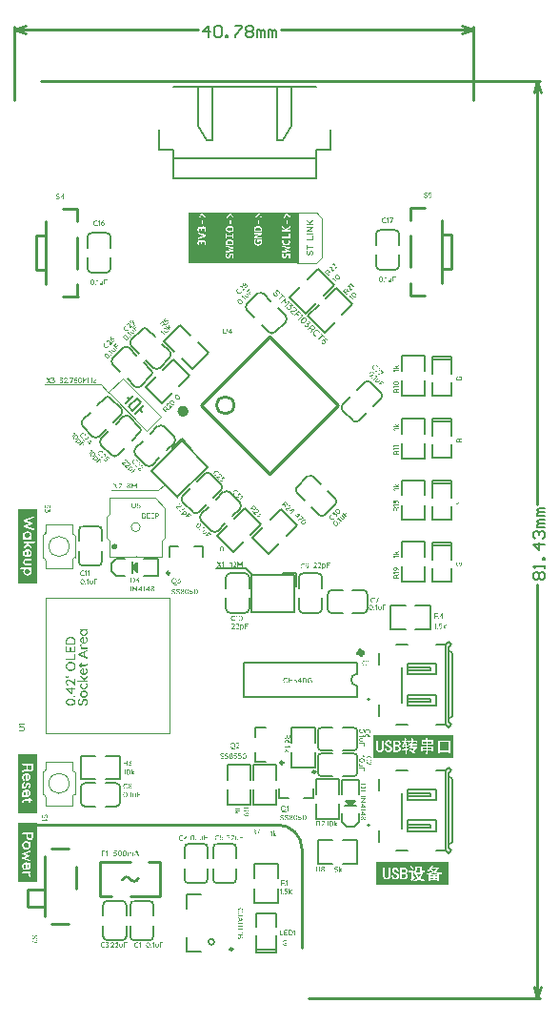
<source format=gto>
G04*
G04 #@! TF.GenerationSoftware,Altium Limited,Altium Designer,21.2.2 (38)*
G04*
G04 Layer_Color=65535*
%FSLAX24Y24*%
%MOIN*%
G70*
G04*
G04 #@! TF.SameCoordinates,13F91C56-90A4-4746-9D45-15C4089C9FE9*
G04*
G04*
G04 #@! TF.FilePolarity,Positive*
G04*
G01*
G75*
%ADD10C,0.0080*%
%ADD11C,0.0100*%
%ADD12C,0.0079*%
%ADD13C,0.0032*%
%ADD14C,0.0039*%
%ADD15C,0.0098*%
%ADD16C,0.0059*%
%ADD17C,0.0197*%
%ADD18C,0.0200*%
%ADD19C,0.0040*%
%ADD20C,0.0060*%
%ADD21C,0.0070*%
%ADD22C,0.0050*%
G36*
X3401Y13421D02*
Y13403D01*
X3414Y13370D01*
X3439Y13345D01*
X3472Y13332D01*
X3490D01*
X3508D01*
X3541Y13345D01*
X3566Y13370D01*
X3579Y13403D01*
Y13421D01*
Y13439D01*
X3566Y13472D01*
X3541Y13497D01*
X3508Y13510D01*
X3490D01*
X3472D01*
X3439Y13497D01*
X3414Y13472D01*
X3401Y13439D01*
Y13421D01*
D01*
D02*
G37*
G36*
X15200Y1602D02*
X12653D01*
Y2398D01*
X15200D01*
Y1602D01*
D02*
G37*
G36*
X7667Y25090D02*
D01*
Y23340D01*
X7332D01*
Y23340D01*
X7006D01*
Y25090D01*
X7332D01*
Y25090D01*
X7662D01*
X7667D01*
D01*
D02*
G37*
G36*
X8319D02*
Y23340D01*
X7993D01*
Y23340D01*
X7667D01*
Y25090D01*
X7993D01*
Y25090D01*
X8319D01*
D02*
G37*
G36*
X6680Y24950D02*
X6562Y25090D01*
X6444Y24950D01*
X6477Y24918D01*
D01*
X6562Y25021D01*
X6647Y24918D01*
X6680Y24950D01*
Y24918D01*
X6477D01*
X6680D01*
Y25090D01*
D01*
Y25090D01*
X7006D01*
Y23340D01*
X6680D01*
Y23340D01*
X6093D01*
Y25090D01*
X6444D01*
Y25090D01*
X6680D01*
Y24950D01*
D02*
G37*
G36*
X9947Y23340D02*
X9306D01*
Y25090D01*
X9947D01*
Y23340D01*
D02*
G37*
G36*
X9306Y23340D02*
X8980D01*
Y25090D01*
X9306D01*
Y23340D01*
D02*
G37*
G36*
X8654Y24950D02*
X8536Y25090D01*
X8418Y24950D01*
X8451Y24918D01*
D01*
X8537Y25021D01*
X8621Y24918D01*
X8654Y24950D01*
Y24918D01*
X8451D01*
X8654D01*
Y25090D01*
D01*
Y25090D01*
X8980D01*
Y23340D01*
X8654D01*
Y23340D01*
X8319D01*
Y25090D01*
X8418D01*
Y25090D01*
X8654D01*
Y24950D01*
D02*
G37*
G36*
X15347Y6052D02*
X12553D01*
Y6848D01*
X15347D01*
Y6052D01*
D02*
G37*
G36*
X772Y12149D02*
X128D01*
Y14751D01*
X772D01*
Y12149D01*
D02*
G37*
G36*
X2528Y10542D02*
X2534Y10541D01*
X2539Y10537D01*
X2540Y10535D01*
X2542Y10532D01*
X2544Y10527D01*
X2545Y10520D01*
Y10519D01*
X2545Y10514D01*
X2543Y10509D01*
X2539Y10504D01*
X2538Y10503D01*
X2535Y10501D01*
X2530Y10499D01*
X2523Y10498D01*
X2511D01*
X2511Y10497D01*
X2513Y10496D01*
X2517Y10493D01*
X2520Y10489D01*
X2524Y10484D01*
X2530Y10478D01*
X2534Y10472D01*
X2539Y10464D01*
X2539Y10463D01*
X2541Y10460D01*
X2542Y10456D01*
X2544Y10450D01*
X2547Y10443D01*
X2548Y10436D01*
X2549Y10427D01*
X2550Y10418D01*
Y10413D01*
X2549Y10406D01*
X2548Y10398D01*
X2546Y10389D01*
X2543Y10379D01*
X2539Y10369D01*
X2534Y10359D01*
X2533Y10358D01*
X2530Y10354D01*
X2527Y10350D01*
X2522Y10344D01*
X2515Y10337D01*
X2507Y10331D01*
X2498Y10323D01*
X2488Y10317D01*
X2487D01*
X2486Y10317D01*
X2482Y10315D01*
X2476Y10313D01*
X2468Y10310D01*
X2458Y10307D01*
X2446Y10305D01*
X2434Y10303D01*
X2420Y10302D01*
X2419D01*
X2418D01*
X2417D01*
X2414D01*
X2407Y10303D01*
X2398Y10304D01*
X2388Y10306D01*
X2377Y10309D01*
X2365Y10312D01*
X2354Y10317D01*
X2353D01*
X2353Y10318D01*
X2349Y10320D01*
X2343Y10323D01*
X2337Y10329D01*
X2329Y10335D01*
X2322Y10341D01*
X2314Y10350D01*
X2307Y10359D01*
X2307Y10360D01*
X2305Y10363D01*
X2302Y10369D01*
X2299Y10376D01*
X2295Y10384D01*
X2293Y10394D01*
X2291Y10405D01*
X2290Y10417D01*
Y10420D01*
X2291Y10426D01*
X2292Y10432D01*
X2293Y10439D01*
X2295Y10447D01*
X2297Y10455D01*
X2301Y10463D01*
X2301Y10464D01*
X2303Y10467D01*
X2305Y10471D01*
X2308Y10476D01*
X2312Y10481D01*
X2316Y10487D01*
X2322Y10493D01*
X2328Y10498D01*
X2316D01*
X2315D01*
X2314D01*
X2310Y10499D01*
X2305Y10501D01*
X2299Y10504D01*
X2299D01*
X2298Y10505D01*
X2295Y10508D01*
X2294Y10514D01*
X2292Y10517D01*
Y10522D01*
X2293Y10526D01*
X2295Y10531D01*
X2299Y10537D01*
X2300Y10538D01*
X2303Y10540D01*
X2309Y10542D01*
X2316Y10543D01*
X2523D01*
X2524D01*
X2524D01*
X2528Y10542D01*
D02*
G37*
G36*
X2416Y10264D02*
X2421Y10262D01*
X2426Y10258D01*
X2427Y10256D01*
X2429Y10253D01*
X2431Y10249D01*
X2432Y10243D01*
Y10075D01*
X2433D01*
X2433D01*
X2435Y10075D01*
X2438D01*
X2444Y10077D01*
X2452Y10079D01*
X2461Y10083D01*
X2470Y10087D01*
X2479Y10093D01*
X2488Y10101D01*
X2488Y10102D01*
X2491Y10105D01*
X2494Y10110D01*
X2498Y10117D01*
X2502Y10125D01*
X2505Y10134D01*
X2508Y10146D01*
X2509Y10157D01*
Y10161D01*
X2508Y10165D01*
Y10171D01*
X2507Y10176D01*
X2506Y10183D01*
X2504Y10189D01*
X2502Y10195D01*
X2501Y10195D01*
X2501Y10197D01*
X2499Y10200D01*
X2497Y10203D01*
X2492Y10211D01*
X2484Y10220D01*
Y10220D01*
X2484Y10221D01*
X2482Y10224D01*
X2481Y10229D01*
X2480Y10234D01*
Y10235D01*
X2481Y10239D01*
X2483Y10243D01*
X2486Y10247D01*
X2487Y10248D01*
X2490Y10251D01*
X2494Y10253D01*
X2499Y10253D01*
X2500D01*
X2501D01*
X2503Y10253D01*
X2505Y10252D01*
X2508Y10251D01*
X2511Y10249D01*
X2515Y10247D01*
X2518Y10243D01*
X2519Y10243D01*
X2520Y10241D01*
X2522Y10238D01*
X2526Y10234D01*
X2530Y10228D01*
X2534Y10222D01*
X2537Y10214D01*
X2541Y10207D01*
X2541Y10205D01*
X2542Y10203D01*
X2543Y10198D01*
X2545Y10192D01*
X2547Y10185D01*
X2549Y10177D01*
X2549Y10169D01*
X2550Y10160D01*
Y10153D01*
X2549Y10146D01*
X2548Y10137D01*
X2546Y10127D01*
X2543Y10115D01*
X2539Y10103D01*
X2534Y10092D01*
X2534Y10091D01*
X2531Y10087D01*
X2528Y10082D01*
X2522Y10075D01*
X2516Y10068D01*
X2508Y10060D01*
X2499Y10053D01*
X2489Y10047D01*
X2488D01*
X2488Y10046D01*
X2484Y10044D01*
X2478Y10041D01*
X2470Y10039D01*
X2460Y10036D01*
X2449Y10033D01*
X2437Y10031D01*
X2423Y10031D01*
X2423D01*
X2421D01*
X2419D01*
X2417D01*
X2409Y10031D01*
X2400Y10033D01*
X2389Y10035D01*
X2377Y10038D01*
X2365Y10042D01*
X2353Y10047D01*
X2353D01*
X2352Y10048D01*
X2348Y10050D01*
X2343Y10054D01*
X2335Y10059D01*
X2328Y10065D01*
X2320Y10072D01*
X2313Y10081D01*
X2307Y10091D01*
X2306Y10092D01*
X2304Y10095D01*
X2301Y10100D01*
X2298Y10108D01*
X2295Y10117D01*
X2293Y10126D01*
X2291Y10137D01*
X2290Y10148D01*
Y10153D01*
X2291Y10159D01*
X2292Y10167D01*
X2294Y10176D01*
X2297Y10186D01*
X2301Y10195D01*
X2306Y10205D01*
X2307Y10207D01*
X2309Y10210D01*
X2313Y10214D01*
X2317Y10221D01*
X2324Y10228D01*
X2331Y10235D01*
X2339Y10242D01*
X2349Y10249D01*
X2351Y10249D01*
X2354Y10251D01*
X2360Y10254D01*
X2367Y10257D01*
X2376Y10260D01*
X2387Y10263D01*
X2398Y10265D01*
X2411Y10266D01*
X2412D01*
X2412D01*
X2416Y10264D01*
D02*
G37*
G36*
X1967Y10274D02*
X1972D01*
X1983Y10272D01*
X1997Y10270D01*
X2010Y10267D01*
X2025Y10263D01*
X2040Y10258D01*
X2041D01*
X2042Y10257D01*
X2044Y10256D01*
X2046Y10255D01*
X2053Y10251D01*
X2062Y10245D01*
X2071Y10239D01*
X2081Y10230D01*
X2091Y10220D01*
X2100Y10209D01*
Y10209D01*
X2101Y10208D01*
X2102Y10206D01*
X2104Y10203D01*
X2107Y10197D01*
X2111Y10188D01*
X2115Y10177D01*
X2119Y10164D01*
X2121Y10150D01*
X2122Y10133D01*
Y10014D01*
X2121Y10010D01*
X2119Y10005D01*
X2115Y9999D01*
X2114Y9998D01*
X2111Y9996D01*
X2106Y9994D01*
X2100Y9993D01*
X1811D01*
X1810D01*
X1810D01*
X1806Y9993D01*
X1800Y9995D01*
X1795Y9999D01*
X1794Y10001D01*
X1792Y10004D01*
X1790Y10009D01*
X1789Y10016D01*
Y10140D01*
X1789Y10144D01*
X1790Y10149D01*
X1791Y10159D01*
X1794Y10171D01*
X1798Y10184D01*
X1804Y10197D01*
X1811Y10209D01*
Y10210D01*
X1812Y10211D01*
X1815Y10214D01*
X1820Y10220D01*
X1827Y10228D01*
X1835Y10235D01*
X1846Y10243D01*
X1858Y10251D01*
X1871Y10258D01*
X1872D01*
X1873Y10258D01*
X1875Y10259D01*
X1878Y10260D01*
X1882Y10262D01*
X1886Y10263D01*
X1896Y10266D01*
X1909Y10269D01*
X1922Y10272D01*
X1938Y10274D01*
X1955Y10274D01*
X1956D01*
X1957D01*
X1960D01*
X1963D01*
X1967Y10274D01*
D02*
G37*
G36*
X2319Y10003D02*
X2325Y10001D01*
X2330Y9998D01*
X2331Y9997D01*
X2333Y9994D01*
X2335Y9989D01*
X2336Y9984D01*
Y9983D01*
X2335Y9980D01*
X2335Y9976D01*
X2333Y9971D01*
Y9970D01*
X2332Y9969D01*
X2331Y9965D01*
X2330Y9960D01*
X2330Y9955D01*
Y9953D01*
X2330Y9950D01*
X2331Y9946D01*
X2332Y9942D01*
X2334Y9936D01*
X2337Y9931D01*
X2340Y9926D01*
X2341Y9925D01*
X2342Y9924D01*
X2344Y9921D01*
X2347Y9918D01*
X2351Y9914D01*
X2356Y9910D01*
X2362Y9907D01*
X2368Y9903D01*
X2369Y9902D01*
X2372Y9902D01*
X2375Y9900D01*
X2380Y9899D01*
X2385Y9897D01*
X2393Y9896D01*
X2400Y9895D01*
X2408Y9894D01*
X2523D01*
X2524D01*
X2524D01*
X2528Y9894D01*
X2534Y9892D01*
X2539Y9888D01*
X2540Y9886D01*
X2542Y9884D01*
X2544Y9879D01*
X2545Y9871D01*
Y9870D01*
X2545Y9865D01*
X2543Y9860D01*
X2539Y9855D01*
X2538Y9854D01*
X2535Y9852D01*
X2530Y9850D01*
X2523Y9849D01*
X2318D01*
X2318D01*
X2317D01*
X2313Y9850D01*
X2308Y9852D01*
X2303Y9856D01*
X2301Y9857D01*
X2299Y9860D01*
X2297Y9865D01*
X2296Y9871D01*
Y9873D01*
X2297Y9877D01*
X2299Y9883D01*
X2303Y9888D01*
X2304Y9889D01*
X2307Y9891D01*
X2312Y9893D01*
X2318Y9894D01*
X2343D01*
X2342Y9895D01*
X2339Y9896D01*
X2335Y9899D01*
X2330Y9902D01*
X2324Y9907D01*
X2317Y9912D01*
X2311Y9919D01*
X2305Y9926D01*
X2305Y9927D01*
X2303Y9930D01*
X2301Y9934D01*
X2298Y9940D01*
X2295Y9947D01*
X2293Y9955D01*
X2291Y9964D01*
X2290Y9974D01*
Y9978D01*
X2291Y9981D01*
X2293Y9988D01*
X2297Y9995D01*
Y9995D01*
X2298Y9996D01*
X2301Y9999D01*
X2306Y10003D01*
X2309Y10003D01*
X2313Y10004D01*
X2313D01*
X2315D01*
X2316D01*
X2319Y10003D01*
D02*
G37*
G36*
X2106Y9932D02*
X2111Y9930D01*
X2116Y9927D01*
X2117Y9925D01*
X2119Y9922D01*
X2121Y9917D01*
X2122Y9910D01*
Y9743D01*
X2121Y9738D01*
X2119Y9733D01*
X2115Y9728D01*
X2114Y9726D01*
X2111Y9724D01*
X2106Y9722D01*
X2100Y9721D01*
X1811D01*
X1810D01*
X1810D01*
X1806Y9722D01*
X1800Y9724D01*
X1795Y9728D01*
X1794Y9729D01*
X1792Y9732D01*
X1790Y9738D01*
X1789Y9744D01*
Y9912D01*
X1789Y9916D01*
X1791Y9921D01*
X1795Y9927D01*
X1796Y9928D01*
X1798Y9930D01*
X1804Y9932D01*
X1811Y9933D01*
X1812D01*
X1812D01*
X1816Y9932D01*
X1821Y9930D01*
X1826Y9927D01*
X1827Y9925D01*
X1829Y9922D01*
X1831Y9917D01*
X1832Y9910D01*
Y9768D01*
X1930D01*
Y9890D01*
X1930Y9894D01*
X1932Y9900D01*
X1936Y9905D01*
X1938Y9906D01*
X1940Y9908D01*
X1945Y9910D01*
X1951Y9911D01*
X1952D01*
X1953D01*
X1957Y9911D01*
X1962Y9909D01*
X1967Y9905D01*
X1968Y9904D01*
X1970Y9900D01*
X1972Y9895D01*
X1973Y9888D01*
Y9768D01*
X2079D01*
Y9912D01*
X2079Y9916D01*
X2081Y9921D01*
X2085Y9927D01*
X2086Y9928D01*
X2090Y9930D01*
X2094Y9932D01*
X2101Y9933D01*
X2102D01*
X2102D01*
X2106Y9932D01*
D02*
G37*
G36*
X2531Y9806D02*
X2536Y9804D01*
X2541Y9800D01*
X2541Y9799D01*
X2543Y9796D01*
X2546Y9791D01*
X2547Y9785D01*
Y9783D01*
X2546Y9781D01*
X2545Y9777D01*
X2543Y9773D01*
X2542Y9772D01*
X2540Y9770D01*
X2536Y9767D01*
X2532Y9764D01*
X2462Y9734D01*
Y9587D01*
X2532Y9558D01*
X2534Y9557D01*
X2536Y9556D01*
X2540Y9554D01*
X2543Y9550D01*
X2544Y9549D01*
X2545Y9547D01*
X2546Y9543D01*
X2547Y9538D01*
Y9537D01*
X2546Y9533D01*
X2545Y9528D01*
X2542Y9523D01*
X2541Y9522D01*
X2538Y9520D01*
X2534Y9518D01*
X2528Y9518D01*
X2527D01*
X2526D01*
X2524D01*
X2520Y9518D01*
X2225Y9640D01*
X2225D01*
X2224Y9640D01*
X2221Y9642D01*
X2217Y9646D01*
X2213Y9650D01*
X2213Y9651D01*
X2211Y9654D01*
X2210Y9658D01*
Y9664D01*
X2211Y9667D01*
X2211Y9671D01*
X2214Y9676D01*
X2215Y9677D01*
X2217Y9679D01*
X2221Y9682D01*
X2225Y9684D01*
X2516Y9805D01*
X2517D01*
X2519Y9806D01*
X2522Y9806D01*
X2525D01*
X2526D01*
X2526D01*
X2531Y9806D01*
D02*
G37*
G36*
X2106Y9665D02*
X2111Y9663D01*
X2116Y9659D01*
X2117Y9658D01*
X2119Y9655D01*
X2121Y9650D01*
X2122Y9642D01*
Y9480D01*
X2121Y9476D01*
X2119Y9470D01*
X2115Y9465D01*
X2114Y9464D01*
X2111Y9462D01*
X2106Y9459D01*
X2100Y9459D01*
X1811D01*
X1810D01*
X1810D01*
X1806Y9459D01*
X1800Y9461D01*
X1795Y9465D01*
X1794Y9467D01*
X1792Y9470D01*
X1790Y9475D01*
X1789Y9482D01*
Y9484D01*
X1789Y9488D01*
X1791Y9494D01*
X1795Y9499D01*
Y9499D01*
X1797Y9500D01*
X1800Y9503D01*
X1804Y9505D01*
X1808Y9506D01*
X1811D01*
X2078D01*
Y9644D01*
X2079Y9648D01*
X2081Y9654D01*
X2085Y9659D01*
X2086Y9660D01*
X2088Y9662D01*
X2094Y9664D01*
X2100Y9665D01*
X2101D01*
X2102D01*
X2106Y9665D01*
D02*
G37*
G36*
X2325Y9358D02*
X2330Y9356D01*
X2335Y9353D01*
X2335Y9351D01*
X2337Y9349D01*
X2339Y9344D01*
X2340Y9337D01*
Y9297D01*
X2482D01*
X2484D01*
X2486Y9298D01*
X2490Y9299D01*
X2494Y9300D01*
X2499Y9303D01*
X2502Y9307D01*
X2505Y9312D01*
X2506Y9319D01*
Y9322D01*
X2505Y9324D01*
X2505Y9328D01*
X2504Y9330D01*
X2503Y9332D01*
X2503Y9335D01*
Y9339D01*
X2503Y9341D01*
X2505Y9344D01*
X2508Y9347D01*
X2509Y9348D01*
X2511Y9350D01*
X2516Y9351D01*
X2521Y9352D01*
X2522D01*
X2523D01*
X2525Y9351D01*
X2527Y9351D01*
X2530Y9349D01*
X2533Y9347D01*
X2536Y9344D01*
X2539Y9340D01*
Y9339D01*
X2540Y9338D01*
X2541Y9336D01*
X2542Y9333D01*
X2544Y9325D01*
X2545Y9315D01*
Y9309D01*
X2545Y9306D01*
X2544Y9296D01*
X2542Y9286D01*
Y9286D01*
X2541Y9284D01*
X2540Y9282D01*
X2539Y9278D01*
X2537Y9274D01*
X2534Y9271D01*
X2530Y9267D01*
X2526Y9263D01*
X2525Y9262D01*
X2523Y9261D01*
X2520Y9259D01*
X2515Y9257D01*
X2509Y9255D01*
X2503Y9254D01*
X2494Y9253D01*
X2484Y9252D01*
X2340D01*
Y9223D01*
X2339Y9219D01*
X2337Y9214D01*
X2334Y9209D01*
X2333Y9209D01*
X2330Y9207D01*
X2325Y9204D01*
X2319Y9204D01*
X2318D01*
X2318D01*
X2314Y9204D01*
X2309Y9206D01*
X2305Y9209D01*
X2304Y9211D01*
X2301Y9213D01*
X2299Y9219D01*
X2299Y9225D01*
Y9252D01*
X2259D01*
X2258D01*
X2257D01*
X2253Y9253D01*
X2248Y9255D01*
X2242Y9259D01*
X2241Y9260D01*
X2239Y9263D01*
X2237Y9269D01*
X2236Y9275D01*
Y9277D01*
X2236Y9281D01*
X2238Y9286D01*
X2242Y9291D01*
X2244Y9292D01*
X2247Y9294D01*
X2252Y9296D01*
X2259Y9297D01*
X2299D01*
Y9339D01*
X2299Y9343D01*
X2301Y9348D01*
X2305Y9353D01*
X2306Y9353D01*
X2309Y9356D01*
X2313Y9358D01*
X2320Y9358D01*
X2320D01*
X2321D01*
X2325Y9358D01*
D02*
G37*
G36*
X1968Y9398D02*
X1972Y9397D01*
X1984Y9396D01*
X1998Y9393D01*
X2012Y9390D01*
X2027Y9385D01*
X2043Y9377D01*
X2043D01*
X2044Y9377D01*
X2046Y9375D01*
X2049Y9373D01*
X2056Y9369D01*
X2065Y9363D01*
X2075Y9354D01*
X2085Y9345D01*
X2095Y9333D01*
X2104Y9320D01*
Y9320D01*
X2105Y9318D01*
X2106Y9316D01*
X2107Y9314D01*
X2109Y9311D01*
X2111Y9307D01*
X2115Y9296D01*
X2119Y9284D01*
X2123Y9270D01*
X2126Y9254D01*
X2126Y9237D01*
Y9232D01*
X2126Y9229D01*
Y9225D01*
X2125Y9221D01*
X2124Y9209D01*
X2121Y9197D01*
X2117Y9183D01*
X2111Y9169D01*
X2104Y9154D01*
Y9154D01*
X2103Y9153D01*
X2102Y9151D01*
X2100Y9148D01*
X2095Y9142D01*
X2088Y9133D01*
X2079Y9124D01*
X2069Y9114D01*
X2056Y9105D01*
X2043Y9097D01*
X2042D01*
X2041Y9096D01*
X2039Y9095D01*
X2035Y9093D01*
X2032Y9092D01*
X2027Y9090D01*
X2017Y9087D01*
X2004Y9083D01*
X1989Y9080D01*
X1973Y9077D01*
X1955Y9076D01*
X1955D01*
X1953D01*
X1951D01*
X1947Y9077D01*
X1943D01*
X1938Y9078D01*
X1926Y9079D01*
X1913Y9082D01*
X1898Y9085D01*
X1883Y9090D01*
X1868Y9097D01*
X1867D01*
X1866Y9098D01*
X1864Y9099D01*
X1861Y9101D01*
X1854Y9105D01*
X1846Y9112D01*
X1836Y9120D01*
X1825Y9130D01*
X1816Y9141D01*
X1806Y9154D01*
Y9155D01*
X1805Y9156D01*
X1804Y9158D01*
X1802Y9161D01*
X1801Y9164D01*
X1799Y9168D01*
X1795Y9179D01*
X1791Y9190D01*
X1787Y9205D01*
X1784Y9221D01*
X1783Y9237D01*
Y9242D01*
X1784Y9245D01*
Y9249D01*
X1785Y9253D01*
X1786Y9265D01*
X1789Y9278D01*
X1793Y9292D01*
X1798Y9306D01*
X1806Y9320D01*
Y9321D01*
X1808Y9322D01*
X1809Y9324D01*
X1810Y9326D01*
X1816Y9333D01*
X1822Y9341D01*
X1831Y9351D01*
X1842Y9360D01*
X1854Y9369D01*
X1868Y9377D01*
X1869D01*
X1870Y9378D01*
X1872Y9379D01*
X1875Y9381D01*
X1879Y9382D01*
X1883Y9384D01*
X1894Y9388D01*
X1907Y9392D01*
X1921Y9395D01*
X1938Y9398D01*
X1955Y9398D01*
X1956D01*
X1957D01*
X1960D01*
X1963D01*
X1968Y9398D01*
D02*
G37*
G36*
X2416Y9177D02*
X2421Y9175D01*
X2426Y9170D01*
X2427Y9169D01*
X2429Y9166D01*
X2431Y9161D01*
X2432Y9155D01*
Y8987D01*
X2433D01*
X2433D01*
X2435Y8988D01*
X2438D01*
X2444Y8989D01*
X2452Y8992D01*
X2461Y8995D01*
X2470Y9000D01*
X2479Y9005D01*
X2488Y9013D01*
X2488Y9015D01*
X2491Y9017D01*
X2494Y9023D01*
X2498Y9029D01*
X2502Y9037D01*
X2505Y9047D01*
X2508Y9058D01*
X2509Y9070D01*
Y9074D01*
X2508Y9078D01*
Y9083D01*
X2507Y9089D01*
X2506Y9095D01*
X2504Y9101D01*
X2502Y9107D01*
X2501Y9108D01*
X2501Y9110D01*
X2499Y9112D01*
X2497Y9116D01*
X2492Y9124D01*
X2484Y9132D01*
Y9133D01*
X2484Y9133D01*
X2482Y9137D01*
X2481Y9141D01*
X2480Y9147D01*
Y9148D01*
X2481Y9151D01*
X2483Y9156D01*
X2486Y9160D01*
X2487Y9160D01*
X2490Y9163D01*
X2494Y9165D01*
X2499Y9166D01*
X2500D01*
X2501D01*
X2503Y9165D01*
X2505Y9164D01*
X2508Y9163D01*
X2511Y9162D01*
X2515Y9159D01*
X2518Y9156D01*
X2519Y9155D01*
X2520Y9153D01*
X2522Y9150D01*
X2526Y9146D01*
X2530Y9141D01*
X2534Y9135D01*
X2537Y9127D01*
X2541Y9119D01*
X2541Y9118D01*
X2542Y9115D01*
X2543Y9110D01*
X2545Y9105D01*
X2547Y9097D01*
X2549Y9089D01*
X2549Y9081D01*
X2550Y9072D01*
Y9066D01*
X2549Y9059D01*
X2548Y9049D01*
X2546Y9039D01*
X2543Y9027D01*
X2539Y9015D01*
X2534Y9004D01*
X2534Y9003D01*
X2531Y9000D01*
X2528Y8994D01*
X2522Y8988D01*
X2516Y8981D01*
X2508Y8973D01*
X2499Y8965D01*
X2489Y8959D01*
X2488D01*
X2488Y8958D01*
X2484Y8956D01*
X2478Y8954D01*
X2470Y8951D01*
X2460Y8948D01*
X2449Y8946D01*
X2437Y8944D01*
X2423Y8943D01*
X2423D01*
X2421D01*
X2419D01*
X2417D01*
X2409Y8944D01*
X2400Y8945D01*
X2389Y8947D01*
X2377Y8950D01*
X2365Y8954D01*
X2353Y8960D01*
X2353D01*
X2352Y8960D01*
X2348Y8963D01*
X2343Y8966D01*
X2335Y8971D01*
X2328Y8977D01*
X2320Y8984D01*
X2313Y8993D01*
X2307Y9003D01*
X2306Y9004D01*
X2304Y9007D01*
X2301Y9013D01*
X2298Y9020D01*
X2295Y9029D01*
X2293Y9038D01*
X2291Y9049D01*
X2290Y9061D01*
Y9066D01*
X2291Y9072D01*
X2292Y9080D01*
X2294Y9088D01*
X2297Y9098D01*
X2301Y9108D01*
X2306Y9118D01*
X2307Y9119D01*
X2309Y9122D01*
X2313Y9127D01*
X2317Y9133D01*
X2324Y9140D01*
X2331Y9147D01*
X2339Y9154D01*
X2349Y9161D01*
X2351Y9162D01*
X2354Y9164D01*
X2360Y9166D01*
X2367Y9169D01*
X2376Y9172D01*
X2387Y9175D01*
X2398Y9177D01*
X2411Y9178D01*
X2412D01*
X2412D01*
X2416Y9177D01*
D02*
G37*
G36*
X1866Y8897D02*
X1869Y8897D01*
X1873Y8895D01*
X1876Y8893D01*
X1880Y8889D01*
X1883Y8885D01*
X1884Y8885D01*
X1884Y8883D01*
X1886Y8881D01*
X1887Y8878D01*
X1890Y8870D01*
X1891Y8865D01*
X1892Y8861D01*
Y8858D01*
X1891Y8855D01*
X1890Y8851D01*
X1889Y8846D01*
X1887Y8841D01*
X1884Y8837D01*
X1881Y8833D01*
X1880Y8832D01*
X1879Y8832D01*
X1877Y8830D01*
X1873Y8828D01*
X1869Y8826D01*
X1863Y8824D01*
X1857Y8824D01*
X1850Y8823D01*
X1849D01*
X1848D01*
X1845Y8824D01*
X1842D01*
X1838Y8825D01*
X1833Y8826D01*
X1828Y8828D01*
X1823Y8830D01*
X1822Y8831D01*
X1820Y8832D01*
X1818Y8834D01*
X1814Y8836D01*
X1805Y8841D01*
X1797Y8849D01*
X1796Y8850D01*
X1795Y8851D01*
X1793Y8854D01*
X1791Y8857D01*
X1787Y8864D01*
X1786Y8869D01*
X1785Y8874D01*
Y8877D01*
X1786Y8880D01*
X1787Y8883D01*
X1789Y8887D01*
X1792Y8890D01*
X1796Y8892D01*
X1801Y8893D01*
X1802D01*
X1804Y8892D01*
X1808Y8891D01*
X1810Y8889D01*
X1811Y8889D01*
X1812Y8887D01*
X1813Y8885D01*
X1814Y8881D01*
Y8881D01*
X1815Y8879D01*
X1816Y8876D01*
X1816Y8874D01*
X1817Y8874D01*
X1818Y8872D01*
X1819Y8870D01*
X1822Y8868D01*
X1829Y8863D01*
X1833Y8862D01*
X1838Y8861D01*
X1839D01*
X1841Y8862D01*
X1844Y8863D01*
X1847Y8865D01*
X1848Y8866D01*
X1848Y8868D01*
X1850Y8871D01*
X1850Y8876D01*
Y8877D01*
X1850Y8881D01*
X1849Y8885D01*
X1847Y8889D01*
X1848Y8890D01*
X1849Y8892D01*
X1851Y8894D01*
X1854Y8896D01*
X1854Y8897D01*
X1856Y8897D01*
X1859Y8898D01*
X1862D01*
X1863D01*
X1864D01*
X1866Y8897D01*
D02*
G37*
G36*
X2528Y8904D02*
X2534Y8902D01*
X2536Y8901D01*
X2539Y8898D01*
X2540Y8897D01*
X2542Y8893D01*
X2544Y8888D01*
X2545Y8882D01*
Y8880D01*
X2544Y8876D01*
X2542Y8871D01*
X2540Y8868D01*
X2538Y8866D01*
X2438Y8772D01*
X2463Y8743D01*
X2523D01*
X2524D01*
X2524D01*
X2528Y8742D01*
X2534Y8740D01*
X2539Y8737D01*
X2540Y8735D01*
X2542Y8732D01*
X2544Y8727D01*
X2545Y8721D01*
Y8719D01*
X2545Y8715D01*
X2543Y8710D01*
X2539Y8704D01*
X2538Y8703D01*
X2534Y8701D01*
X2530Y8699D01*
X2523Y8698D01*
X2215D01*
X2215D01*
X2214D01*
X2210Y8698D01*
X2205Y8700D01*
X2200Y8704D01*
X2198Y8706D01*
X2196Y8709D01*
X2194Y8714D01*
X2193Y8721D01*
Y8722D01*
X2194Y8726D01*
X2196Y8731D01*
X2200Y8737D01*
X2201Y8738D01*
X2204Y8740D01*
X2209Y8742D01*
X2215Y8743D01*
X2410D01*
X2302Y8860D01*
X2301Y8861D01*
X2301Y8861D01*
X2298Y8865D01*
X2296Y8870D01*
X2295Y8874D01*
Y8878D01*
X2295Y8881D01*
X2298Y8886D01*
X2299Y8889D01*
X2302Y8891D01*
X2303Y8893D01*
X2306Y8895D01*
X2311Y8897D01*
X2316Y8898D01*
X2317D01*
X2318D01*
X2322Y8897D01*
X2328Y8894D01*
X2330Y8892D01*
X2334Y8889D01*
X2407Y8807D01*
X2506Y8898D01*
X2507Y8899D01*
X2507Y8899D01*
X2511Y8902D01*
X2517Y8904D01*
X2520Y8905D01*
X2523D01*
X2524D01*
X2524D01*
X2528Y8904D01*
D02*
G37*
G36*
X2107Y8791D02*
X2112Y8789D01*
X2117Y8786D01*
X2117Y8784D01*
X2119Y8782D01*
X2121Y8777D01*
X2122Y8771D01*
Y8600D01*
X2121Y8595D01*
X2119Y8590D01*
X2116Y8585D01*
X2115Y8584D01*
X2112Y8582D01*
X2107Y8580D01*
X2100Y8579D01*
X2100D01*
X2099D01*
X2095Y8580D01*
X2090Y8582D01*
X2084Y8586D01*
X1968Y8693D01*
X1968Y8693D01*
X1966Y8695D01*
X1964Y8697D01*
X1961Y8700D01*
X1957Y8703D01*
X1951Y8706D01*
X1940Y8715D01*
X1927Y8723D01*
X1913Y8730D01*
X1906Y8733D01*
X1899Y8735D01*
X1892Y8736D01*
X1885Y8737D01*
X1884D01*
X1880D01*
X1876Y8736D01*
X1870Y8735D01*
X1863Y8733D01*
X1856Y8729D01*
X1849Y8725D01*
X1842Y8719D01*
X1842Y8719D01*
X1840Y8717D01*
X1837Y8713D01*
X1834Y8708D01*
X1831Y8702D01*
X1828Y8695D01*
X1826Y8686D01*
X1825Y8677D01*
Y8674D01*
X1826Y8670D01*
X1827Y8666D01*
X1828Y8660D01*
X1830Y8655D01*
X1833Y8649D01*
X1836Y8643D01*
X1837Y8642D01*
X1838Y8640D01*
X1840Y8637D01*
X1843Y8634D01*
X1847Y8629D01*
X1852Y8625D01*
X1858Y8620D01*
X1864Y8616D01*
X1865Y8616D01*
X1865Y8615D01*
X1869Y8611D01*
X1873Y8605D01*
X1873Y8602D01*
X1874Y8598D01*
Y8597D01*
X1873Y8594D01*
X1871Y8588D01*
X1868Y8583D01*
X1867Y8582D01*
X1864Y8580D01*
X1859Y8577D01*
X1857Y8576D01*
X1854Y8576D01*
X1853D01*
X1850Y8576D01*
X1847Y8577D01*
X1843Y8579D01*
X1842Y8580D01*
X1839Y8582D01*
X1835Y8585D01*
X1829Y8590D01*
X1829Y8590D01*
X1826Y8592D01*
X1822Y8596D01*
X1818Y8601D01*
X1812Y8606D01*
X1806Y8613D01*
X1801Y8621D01*
X1796Y8630D01*
X1795Y8631D01*
X1794Y8634D01*
X1792Y8639D01*
X1789Y8645D01*
X1787Y8653D01*
X1785Y8660D01*
X1784Y8670D01*
X1783Y8679D01*
Y8684D01*
X1784Y8690D01*
X1785Y8698D01*
X1787Y8706D01*
X1789Y8716D01*
X1792Y8725D01*
X1797Y8734D01*
X1797Y8735D01*
X1799Y8738D01*
X1802Y8742D01*
X1806Y8747D01*
X1811Y8753D01*
X1817Y8759D01*
X1824Y8765D01*
X1832Y8770D01*
X1833Y8771D01*
X1836Y8772D01*
X1840Y8774D01*
X1846Y8777D01*
X1854Y8779D01*
X1863Y8781D01*
X1873Y8782D01*
X1883Y8783D01*
X1884D01*
X1886D01*
X1888Y8782D01*
X1893D01*
X1898Y8781D01*
X1904Y8780D01*
X1911Y8778D01*
X1919Y8776D01*
X1927Y8773D01*
X1936Y8769D01*
X1946Y8763D01*
X1957Y8758D01*
X1967Y8751D01*
X1978Y8743D01*
X1990Y8734D01*
X2002Y8723D01*
X2081Y8652D01*
Y8772D01*
X2081Y8776D01*
X2083Y8781D01*
X2086Y8786D01*
X2088Y8786D01*
X2090Y8789D01*
X2095Y8791D01*
X2102Y8792D01*
X2102D01*
X2103D01*
X2107Y8791D01*
D02*
G37*
G36*
X2513Y8647D02*
X2515Y8646D01*
X2518Y8644D01*
X2521Y8642D01*
X2524Y8639D01*
X2528Y8634D01*
X2529Y8634D01*
X2530Y8632D01*
X2532Y8629D01*
X2534Y8625D01*
X2536Y8620D01*
X2539Y8615D01*
X2541Y8608D01*
X2544Y8600D01*
Y8599D01*
X2545Y8596D01*
X2546Y8592D01*
X2547Y8586D01*
X2548Y8580D01*
X2549Y8572D01*
X2550Y8564D01*
Y8549D01*
X2549Y8542D01*
X2548Y8533D01*
X2546Y8523D01*
X2543Y8513D01*
X2539Y8502D01*
X2534Y8491D01*
X2533Y8490D01*
X2530Y8487D01*
X2526Y8482D01*
X2521Y8475D01*
X2515Y8469D01*
X2507Y8462D01*
X2498Y8454D01*
X2487Y8449D01*
X2486D01*
X2486Y8448D01*
X2482Y8446D01*
X2475Y8444D01*
X2467Y8441D01*
X2457Y8438D01*
X2446Y8436D01*
X2433Y8434D01*
X2420Y8433D01*
X2419D01*
X2418D01*
X2417D01*
X2414D01*
X2407Y8434D01*
X2398Y8435D01*
X2388Y8437D01*
X2377Y8440D01*
X2365Y8444D01*
X2354Y8449D01*
X2353D01*
X2353Y8450D01*
X2349Y8452D01*
X2343Y8456D01*
X2337Y8460D01*
X2329Y8467D01*
X2322Y8474D01*
X2314Y8483D01*
X2307Y8493D01*
Y8494D01*
X2307Y8494D01*
X2305Y8498D01*
X2302Y8504D01*
X2299Y8512D01*
X2295Y8521D01*
X2293Y8533D01*
X2291Y8544D01*
X2290Y8557D01*
Y8564D01*
X2291Y8571D01*
X2292Y8579D01*
X2293Y8589D01*
X2295Y8599D01*
X2298Y8610D01*
X2302Y8620D01*
X2303Y8621D01*
X2304Y8624D01*
X2307Y8628D01*
X2311Y8633D01*
X2315Y8637D01*
X2320Y8641D01*
X2326Y8644D01*
X2333Y8645D01*
X2334D01*
X2334D01*
X2337Y8645D01*
X2342Y8643D01*
X2347Y8640D01*
X2349Y8639D01*
X2351Y8636D01*
X2353Y8632D01*
X2354Y8626D01*
Y8623D01*
X2353Y8620D01*
X2352Y8616D01*
X2351Y8616D01*
X2351Y8614D01*
X2348Y8611D01*
X2345Y8607D01*
X2345Y8606D01*
X2343Y8605D01*
X2341Y8602D01*
X2339Y8598D01*
X2338Y8597D01*
X2337Y8594D01*
X2335Y8589D01*
X2334Y8582D01*
Y8581D01*
X2334Y8580D01*
Y8578D01*
X2333Y8575D01*
X2332Y8569D01*
Y8559D01*
X2333Y8554D01*
X2334Y8548D01*
X2335Y8541D01*
X2337Y8534D01*
X2340Y8526D01*
X2344Y8519D01*
X2345Y8518D01*
X2346Y8515D01*
X2349Y8512D01*
X2352Y8508D01*
X2356Y8503D01*
X2362Y8498D01*
X2368Y8494D01*
X2376Y8489D01*
X2376Y8489D01*
X2379Y8488D01*
X2383Y8486D01*
X2389Y8484D01*
X2395Y8482D01*
X2402Y8481D01*
X2411Y8479D01*
X2420Y8479D01*
X2421D01*
X2425D01*
X2429Y8479D01*
X2435Y8480D01*
X2442Y8481D01*
X2450Y8483D01*
X2458Y8485D01*
X2466Y8489D01*
X2467Y8489D01*
X2469Y8491D01*
X2473Y8493D01*
X2477Y8496D01*
X2482Y8500D01*
X2488Y8505D01*
X2493Y8511D01*
X2498Y8517D01*
X2498Y8518D01*
X2499Y8521D01*
X2501Y8525D01*
X2503Y8530D01*
X2505Y8536D01*
X2507Y8544D01*
X2508Y8552D01*
X2509Y8560D01*
Y8564D01*
X2508Y8569D01*
X2507Y8574D01*
X2507Y8581D01*
X2505Y8588D01*
X2503Y8594D01*
X2501Y8600D01*
X2500Y8601D01*
X2499Y8603D01*
X2498Y8605D01*
X2495Y8609D01*
X2494Y8610D01*
X2493Y8612D01*
X2491Y8615D01*
X2489Y8617D01*
X2488Y8618D01*
X2488Y8620D01*
X2487Y8622D01*
Y8628D01*
X2488Y8632D01*
X2490Y8637D01*
X2493Y8641D01*
X2494Y8642D01*
X2497Y8645D01*
X2502Y8647D01*
X2509Y8647D01*
X2509D01*
X2511D01*
X2513Y8647D01*
D02*
G37*
G36*
X2011Y8516D02*
X2016Y8514D01*
X2021Y8510D01*
X2022Y8509D01*
X2023Y8506D01*
X2025Y8502D01*
X2026Y8495D01*
Y8470D01*
X2100D01*
X2100D01*
X2101D01*
X2105Y8470D01*
X2110Y8467D01*
X2113Y8466D01*
X2115Y8463D01*
X2117Y8462D01*
X2119Y8458D01*
X2121Y8454D01*
X2122Y8447D01*
Y8446D01*
X2121Y8441D01*
X2119Y8436D01*
X2115Y8431D01*
X2114Y8430D01*
X2111Y8428D01*
X2106Y8426D01*
X2100Y8425D01*
X2026D01*
Y8292D01*
X2025Y8288D01*
X2023Y8283D01*
X2020Y8278D01*
X2018Y8277D01*
X2015Y8275D01*
X2010Y8273D01*
X2004Y8271D01*
X2003D01*
X2002D01*
X1999Y8272D01*
X1994Y8273D01*
X1989Y8277D01*
X1797Y8429D01*
X1797Y8430D01*
X1795Y8431D01*
X1793Y8433D01*
X1791Y8437D01*
X1791Y8437D01*
X1790Y8440D01*
X1789Y8443D01*
X1789Y8447D01*
Y8449D01*
X1789Y8453D01*
X1791Y8458D01*
X1795Y8464D01*
X1797Y8465D01*
X1800Y8467D01*
X1804Y8469D01*
X1811Y8470D01*
X1985D01*
Y8496D01*
X1985Y8500D01*
X1987Y8506D01*
X1991Y8510D01*
X1992Y8512D01*
X1995Y8513D01*
X1999Y8515D01*
X2006Y8517D01*
X2006D01*
X2007D01*
X2011Y8516D01*
D02*
G37*
G36*
X2102Y8212D02*
X2105Y8211D01*
X2109Y8210D01*
X2114Y8206D01*
X2118Y8203D01*
X2121Y8197D01*
X2122Y8189D01*
Y8182D01*
X2121Y8180D01*
Y8178D01*
X2119Y8172D01*
X2116Y8166D01*
X2115Y8166D01*
X2111Y8164D01*
X2105Y8161D01*
X2098Y8161D01*
X2088D01*
X2088D01*
X2086D01*
X2085Y8161D01*
X2082D01*
X2076Y8163D01*
X2071Y8166D01*
X2070Y8168D01*
X2067Y8171D01*
X2065Y8176D01*
X2065Y8184D01*
Y8193D01*
X2065Y8195D01*
X2067Y8201D01*
X2071Y8206D01*
X2072Y8207D01*
X2075Y8210D01*
X2081Y8212D01*
X2088Y8212D01*
X2098D01*
X2099D01*
X2102Y8212D01*
D02*
G37*
G36*
X2434Y8396D02*
X2443Y8395D01*
X2454Y8393D01*
X2465Y8389D01*
X2477Y8386D01*
X2488Y8380D01*
X2489Y8379D01*
X2492Y8376D01*
X2498Y8373D01*
X2505Y8368D01*
X2512Y8361D01*
X2519Y8353D01*
X2527Y8345D01*
X2534Y8334D01*
X2534Y8333D01*
X2536Y8329D01*
X2539Y8323D01*
X2541Y8315D01*
X2545Y8306D01*
X2547Y8296D01*
X2549Y8283D01*
X2550Y8271D01*
Y8265D01*
X2549Y8258D01*
X2548Y8250D01*
X2546Y8240D01*
X2543Y8229D01*
X2539Y8218D01*
X2534Y8207D01*
X2533Y8206D01*
X2530Y8203D01*
X2527Y8197D01*
X2522Y8191D01*
X2515Y8184D01*
X2507Y8176D01*
X2498Y8168D01*
X2488Y8161D01*
X2487D01*
X2486Y8161D01*
X2482Y8159D01*
X2477Y8156D01*
X2468Y8153D01*
X2458Y8150D01*
X2447Y8147D01*
X2435Y8145D01*
X2421Y8145D01*
X2420D01*
X2419D01*
X2417D01*
X2414D01*
X2408Y8145D01*
X2398Y8147D01*
X2388Y8149D01*
X2377Y8152D01*
X2365Y8156D01*
X2354Y8161D01*
X2353D01*
X2353Y8162D01*
X2349Y8164D01*
X2343Y8168D01*
X2337Y8174D01*
X2329Y8180D01*
X2322Y8188D01*
X2314Y8197D01*
X2307Y8207D01*
Y8208D01*
X2307Y8208D01*
X2305Y8212D01*
X2302Y8218D01*
X2299Y8226D01*
X2295Y8235D01*
X2293Y8246D01*
X2291Y8258D01*
X2290Y8271D01*
Y8277D01*
X2291Y8283D01*
X2292Y8292D01*
X2294Y8302D01*
X2297Y8312D01*
X2301Y8323D01*
X2307Y8334D01*
Y8335D01*
X2308Y8336D01*
X2311Y8339D01*
X2314Y8344D01*
X2319Y8351D01*
X2326Y8358D01*
X2334Y8366D01*
X2343Y8373D01*
X2354Y8380D01*
X2355Y8380D01*
X2359Y8382D01*
X2365Y8385D01*
X2374Y8388D01*
X2383Y8391D01*
X2395Y8394D01*
X2407Y8396D01*
X2421Y8397D01*
X2421D01*
X2423D01*
X2425D01*
X2427D01*
X2434Y8396D01*
D02*
G37*
G36*
X2466Y8105D02*
X2473Y8103D01*
X2480Y8102D01*
X2488Y8099D01*
X2497Y8095D01*
X2505Y8090D01*
X2506Y8089D01*
X2509Y8087D01*
X2513Y8084D01*
X2517Y8079D01*
X2522Y8073D01*
X2528Y8065D01*
X2534Y8058D01*
X2538Y8048D01*
X2539Y8046D01*
X2540Y8043D01*
X2542Y8038D01*
X2544Y8031D01*
X2546Y8022D01*
X2548Y8012D01*
X2549Y8001D01*
X2550Y7989D01*
Y7983D01*
X2549Y7977D01*
X2549Y7968D01*
X2548Y7959D01*
X2546Y7949D01*
X2544Y7938D01*
X2541Y7928D01*
X2540Y7926D01*
X2539Y7923D01*
X2536Y7918D01*
X2533Y7911D01*
X2529Y7903D01*
X2523Y7895D01*
X2517Y7886D01*
X2509Y7877D01*
X2509Y7876D01*
X2508Y7875D01*
X2506Y7873D01*
X2503Y7872D01*
X2497Y7868D01*
X2494Y7867D01*
X2490Y7867D01*
X2489D01*
X2488D01*
X2484Y7867D01*
X2480Y7869D01*
X2475Y7873D01*
X2474D01*
X2473Y7875D01*
X2471Y7878D01*
X2469Y7882D01*
X2467Y7886D01*
Y7890D01*
X2468Y7894D01*
X2469Y7898D01*
X2473Y7903D01*
X2473Y7903D01*
X2475Y7906D01*
X2479Y7910D01*
X2482Y7915D01*
X2486Y7920D01*
X2490Y7928D01*
X2495Y7935D01*
X2498Y7942D01*
X2499Y7943D01*
X2499Y7946D01*
X2501Y7950D01*
X2502Y7956D01*
X2504Y7962D01*
X2505Y7970D01*
X2506Y7979D01*
X2507Y7989D01*
Y7994D01*
X2506Y7999D01*
X2505Y8006D01*
X2503Y8014D01*
X2501Y8023D01*
X2498Y8031D01*
X2493Y8039D01*
X2492Y8040D01*
X2490Y8042D01*
X2488Y8046D01*
X2483Y8050D01*
X2479Y8054D01*
X2473Y8057D01*
X2465Y8060D01*
X2458Y8060D01*
X2457D01*
X2454Y8060D01*
X2450Y8059D01*
X2444Y8058D01*
X2438Y8055D01*
X2431Y8051D01*
X2425Y8046D01*
X2419Y8039D01*
X2419Y8039D01*
X2417Y8035D01*
X2415Y8031D01*
X2412Y8024D01*
X2408Y8015D01*
X2404Y8004D01*
X2400Y7992D01*
X2397Y7978D01*
Y7977D01*
X2396Y7976D01*
X2396Y7973D01*
X2395Y7970D01*
X2394Y7965D01*
X2393Y7960D01*
X2389Y7949D01*
X2385Y7938D01*
X2379Y7924D01*
X2372Y7913D01*
X2364Y7901D01*
X2363Y7900D01*
X2360Y7897D01*
X2355Y7893D01*
X2348Y7888D01*
X2339Y7884D01*
X2328Y7879D01*
X2315Y7877D01*
X2301Y7875D01*
X2300D01*
X2299D01*
X2296D01*
X2291Y7876D01*
X2284Y7877D01*
X2276Y7878D01*
X2268Y7881D01*
X2259Y7885D01*
X2252Y7890D01*
X2251Y7890D01*
X2248Y7892D01*
X2244Y7896D01*
X2239Y7901D01*
X2234Y7907D01*
X2229Y7913D01*
X2223Y7922D01*
X2219Y7931D01*
X2218Y7932D01*
X2217Y7936D01*
X2215Y7941D01*
X2213Y7948D01*
X2211Y7957D01*
X2209Y7967D01*
X2208Y7978D01*
X2207Y7990D01*
Y7995D01*
X2208Y8001D01*
X2208Y8008D01*
X2210Y8017D01*
X2211Y8026D01*
X2213Y8036D01*
X2217Y8046D01*
X2217Y8047D01*
X2219Y8050D01*
X2221Y8055D01*
X2223Y8061D01*
X2227Y8067D01*
X2231Y8075D01*
X2236Y8082D01*
X2242Y8088D01*
X2242Y8089D01*
X2244Y8090D01*
X2246Y8092D01*
X2248Y8094D01*
X2255Y8098D01*
X2259Y8099D01*
X2263Y8100D01*
X2263D01*
X2264D01*
X2268Y8099D01*
X2273Y8097D01*
X2278Y8093D01*
X2279Y8092D01*
X2281Y8088D01*
X2283Y8084D01*
X2284Y8077D01*
Y8076D01*
X2284Y8073D01*
X2282Y8070D01*
X2280Y8067D01*
X2280Y8066D01*
X2278Y8065D01*
X2276Y8062D01*
X2273Y8058D01*
X2270Y8053D01*
X2266Y8047D01*
X2263Y8040D01*
X2259Y8032D01*
X2259Y8031D01*
X2258Y8028D01*
X2257Y8024D01*
X2255Y8019D01*
X2253Y8012D01*
X2252Y8005D01*
X2252Y7998D01*
X2251Y7990D01*
Y7985D01*
X2252Y7979D01*
X2252Y7972D01*
X2254Y7964D01*
X2256Y7955D01*
X2259Y7947D01*
X2264Y7939D01*
X2265Y7939D01*
X2267Y7937D01*
X2269Y7934D01*
X2273Y7930D01*
X2278Y7926D01*
X2284Y7924D01*
X2291Y7921D01*
X2299Y7920D01*
X2300D01*
X2303D01*
X2307Y7922D01*
X2312Y7923D01*
X2318Y7925D01*
X2324Y7928D01*
X2330Y7933D01*
X2335Y7939D01*
X2335Y7940D01*
X2337Y7943D01*
X2339Y7947D01*
X2342Y7954D01*
X2345Y7962D01*
X2349Y7971D01*
X2352Y7982D01*
X2355Y7995D01*
Y7996D01*
X2356Y7997D01*
Y7999D01*
X2356Y8002D01*
X2358Y8008D01*
X2361Y8017D01*
X2364Y8027D01*
X2367Y8037D01*
X2371Y8047D01*
X2375Y8056D01*
X2376Y8058D01*
X2377Y8060D01*
X2379Y8064D01*
X2383Y8069D01*
X2387Y8075D01*
X2392Y8081D01*
X2398Y8087D01*
X2405Y8092D01*
X2406Y8093D01*
X2408Y8094D01*
X2413Y8096D01*
X2419Y8099D01*
X2426Y8102D01*
X2435Y8103D01*
X2445Y8105D01*
X2456Y8105D01*
X2457D01*
X2461D01*
X2466Y8105D01*
D02*
G37*
G36*
X1968Y8112D02*
X1973D01*
X1985Y8111D01*
X1999Y8109D01*
X2014Y8107D01*
X2029Y8103D01*
X2044Y8098D01*
X2045D01*
X2046Y8098D01*
X2048Y8097D01*
X2051Y8096D01*
X2058Y8092D01*
X2067Y8088D01*
X2076Y8082D01*
X2086Y8075D01*
X2096Y8066D01*
X2105Y8056D01*
X2105Y8055D01*
X2108Y8052D01*
X2111Y8046D01*
X2115Y8038D01*
X2120Y8028D01*
X2123Y8017D01*
X2126Y8004D01*
X2126Y7990D01*
Y7986D01*
X2126Y7983D01*
X2125Y7976D01*
X2124Y7967D01*
X2121Y7957D01*
X2117Y7945D01*
X2112Y7934D01*
X2105Y7923D01*
X2104Y7922D01*
X2101Y7918D01*
X2096Y7914D01*
X2089Y7907D01*
X2081Y7901D01*
X2070Y7894D01*
X2058Y7887D01*
X2044Y7881D01*
X2044D01*
X2043Y7880D01*
X2041Y7880D01*
X2038Y7879D01*
X2034Y7878D01*
X2029Y7877D01*
X2025Y7875D01*
X2019Y7875D01*
X2006Y7872D01*
X1991Y7869D01*
X1974Y7868D01*
X1955Y7867D01*
X1955D01*
X1953D01*
X1950D01*
X1947D01*
X1942Y7868D01*
X1937D01*
X1925Y7869D01*
X1911Y7871D01*
X1896Y7873D01*
X1881Y7877D01*
X1866Y7881D01*
X1865D01*
X1864Y7882D01*
X1862Y7882D01*
X1859Y7884D01*
X1853Y7887D01*
X1844Y7892D01*
X1835Y7897D01*
X1824Y7905D01*
X1814Y7913D01*
X1806Y7923D01*
X1805Y7924D01*
X1802Y7928D01*
X1798Y7934D01*
X1795Y7942D01*
X1791Y7951D01*
X1787Y7963D01*
X1784Y7976D01*
X1783Y7990D01*
Y7997D01*
X1785Y8004D01*
X1786Y8013D01*
X1789Y8023D01*
X1793Y8035D01*
X1798Y8046D01*
X1806Y8056D01*
Y8057D01*
X1807Y8058D01*
X1810Y8061D01*
X1815Y8066D01*
X1821Y8072D01*
X1830Y8079D01*
X1840Y8086D01*
X1852Y8092D01*
X1866Y8098D01*
X1867D01*
X1868Y8099D01*
X1870Y8100D01*
X1873Y8100D01*
X1877Y8102D01*
X1881Y8103D01*
X1886Y8104D01*
X1892Y8105D01*
X1905Y8108D01*
X1920Y8111D01*
X1937Y8112D01*
X1955Y8113D01*
X1956D01*
X1957D01*
X1960D01*
X1964D01*
X1968Y8112D01*
D02*
G37*
G36*
X772Y1716D02*
X128D01*
Y3784D01*
X772D01*
Y1716D01*
D02*
G37*
G36*
X772Y4116D02*
X128D01*
Y6184D01*
X772D01*
Y4116D01*
D02*
G37*
G36*
X10435Y24852D02*
X10439Y24850D01*
X10441Y24848D01*
X10443Y24846D01*
Y24846D01*
X10444Y24846D01*
X10445Y24843D01*
X10447Y24839D01*
X10447Y24834D01*
Y24833D01*
X10446Y24830D01*
X10445Y24826D01*
X10444Y24824D01*
X10442Y24822D01*
X10336Y24740D01*
X10372Y24703D01*
X10431D01*
X10431D01*
X10432D01*
X10435Y24702D01*
X10438Y24700D01*
X10440Y24700D01*
X10442Y24698D01*
X10443Y24697D01*
X10444Y24694D01*
X10446Y24691D01*
X10447Y24686D01*
Y24684D01*
X10446Y24682D01*
X10445Y24677D01*
X10442Y24674D01*
X10441Y24673D01*
X10439Y24672D01*
X10435Y24670D01*
X10431Y24670D01*
X10228D01*
X10227D01*
X10227D01*
X10224Y24670D01*
X10220Y24671D01*
X10217Y24674D01*
X10216Y24675D01*
X10214Y24677D01*
X10213Y24681D01*
X10212Y24686D01*
Y24688D01*
X10213Y24690D01*
X10214Y24694D01*
X10217Y24698D01*
X10218Y24699D01*
X10219Y24700D01*
X10223Y24702D01*
X10228Y24703D01*
X10333D01*
X10217Y24822D01*
X10216Y24822D01*
X10216Y24823D01*
X10214Y24826D01*
X10212Y24830D01*
X10211Y24833D01*
Y24836D01*
X10212Y24839D01*
X10213Y24842D01*
X10214Y24844D01*
X10216Y24845D01*
X10217Y24846D01*
X10219Y24847D01*
X10223Y24849D01*
X10227Y24850D01*
X10228D01*
X10230Y24849D01*
X10233Y24847D01*
X10236Y24846D01*
X10237Y24845D01*
X10313Y24765D01*
X10420Y24848D01*
X10421Y24849D01*
X10423Y24850D01*
X10426Y24852D01*
X10431Y24852D01*
X10432D01*
X10432D01*
X10435Y24852D01*
D02*
G37*
G36*
X10435Y24613D02*
X10438Y24612D01*
X10442Y24609D01*
X10443Y24608D01*
X10444Y24606D01*
X10446Y24603D01*
X10447Y24597D01*
Y24595D01*
X10446Y24593D01*
X10446Y24590D01*
X10445Y24590D01*
X10445Y24588D01*
X10444Y24586D01*
X10442Y24585D01*
X10270Y24453D01*
X10432D01*
X10433D01*
X10433D01*
X10436Y24452D01*
X10439Y24451D01*
X10443Y24449D01*
X10443Y24448D01*
X10444Y24446D01*
X10446Y24443D01*
X10447Y24438D01*
Y24437D01*
X10446Y24434D01*
X10445Y24431D01*
X10443Y24427D01*
X10442Y24427D01*
X10440Y24426D01*
X10437Y24424D01*
X10432Y24424D01*
X10228D01*
X10227D01*
X10226D01*
X10224Y24424D01*
X10220Y24426D01*
X10217Y24428D01*
X10216Y24429D01*
X10214Y24431D01*
X10213Y24435D01*
X10212Y24439D01*
Y24442D01*
X10213Y24445D01*
X10213Y24447D01*
X10214Y24448D01*
X10214Y24450D01*
X10216Y24451D01*
X10218Y24453D01*
X10390Y24585D01*
X10227D01*
X10226D01*
X10226D01*
X10223Y24585D01*
X10219Y24586D01*
X10216Y24589D01*
X10216Y24590D01*
X10214Y24591D01*
X10213Y24595D01*
X10212Y24599D01*
Y24600D01*
X10213Y24603D01*
X10214Y24606D01*
X10216Y24609D01*
X10217Y24610D01*
X10219Y24612D01*
X10222Y24613D01*
X10227Y24614D01*
X10431D01*
X10431D01*
X10432D01*
X10435Y24613D01*
D02*
G37*
G36*
Y24367D02*
X10438Y24366D01*
X10440Y24365D01*
X10442Y24363D01*
X10443Y24362D01*
X10444Y24360D01*
X10446Y24355D01*
X10447Y24351D01*
Y24349D01*
X10446Y24347D01*
X10445Y24342D01*
X10442Y24339D01*
X10441Y24338D01*
X10439Y24337D01*
X10435Y24335D01*
X10431Y24335D01*
X10228D01*
X10227D01*
X10227D01*
X10224Y24335D01*
X10220Y24336D01*
X10217Y24339D01*
X10216Y24340D01*
X10214Y24342D01*
X10213Y24346D01*
X10212Y24351D01*
Y24353D01*
X10213Y24355D01*
X10214Y24359D01*
X10217Y24363D01*
Y24363D01*
X10218Y24364D01*
X10220Y24366D01*
X10223Y24367D01*
X10225Y24368D01*
X10228D01*
X10431D01*
X10431D01*
X10432D01*
X10435Y24367D01*
D02*
G37*
G36*
X10436Y24295D02*
X10439Y24293D01*
X10443Y24291D01*
X10443Y24290D01*
X10444Y24288D01*
X10446Y24284D01*
X10447Y24279D01*
Y24165D01*
X10446Y24162D01*
X10445Y24158D01*
X10442Y24154D01*
X10441Y24153D01*
X10439Y24152D01*
X10436Y24150D01*
X10431Y24150D01*
X10228D01*
X10227D01*
X10227D01*
X10224Y24150D01*
X10220Y24152D01*
X10217Y24154D01*
X10216Y24155D01*
X10214Y24158D01*
X10213Y24161D01*
X10212Y24166D01*
Y24168D01*
X10213Y24171D01*
X10214Y24174D01*
X10217Y24178D01*
Y24178D01*
X10218Y24179D01*
X10220Y24181D01*
X10223Y24182D01*
X10225Y24183D01*
X10228D01*
X10416D01*
Y24281D01*
X10416Y24283D01*
X10418Y24287D01*
X10420Y24291D01*
X10421Y24292D01*
X10423Y24293D01*
X10427Y24294D01*
X10432Y24295D01*
X10432D01*
X10432D01*
X10436Y24295D01*
D02*
G37*
G36*
X10355Y24104D02*
X10359Y24102D01*
X10362Y24099D01*
X10363Y24098D01*
X10364Y24096D01*
X10366Y24093D01*
X10366Y24088D01*
Y24023D01*
X10366Y24019D01*
X10365Y24016D01*
X10362Y24012D01*
X10361Y24011D01*
X10359Y24010D01*
X10355Y24008D01*
X10350Y24007D01*
X10350D01*
X10349D01*
X10347Y24008D01*
X10343Y24009D01*
X10340Y24012D01*
X10339Y24013D01*
X10337Y24015D01*
X10336Y24019D01*
X10335Y24024D01*
Y24089D01*
X10335Y24092D01*
X10337Y24096D01*
X10340Y24099D01*
X10341Y24100D01*
X10342Y24102D01*
X10346Y24103D01*
X10351Y24104D01*
X10352D01*
X10352D01*
X10355Y24104D01*
D02*
G37*
G36*
X10231Y23979D02*
X10235Y23977D01*
X10238Y23975D01*
X10239Y23974D01*
X10240Y23971D01*
X10242Y23968D01*
X10243Y23963D01*
Y23904D01*
X10431D01*
X10432D01*
X10432D01*
X10435Y23903D01*
X10438Y23901D01*
X10440Y23900D01*
X10442Y23898D01*
X10443Y23898D01*
X10444Y23895D01*
X10446Y23891D01*
X10447Y23886D01*
Y23885D01*
X10446Y23883D01*
Y23882D01*
X10445Y23878D01*
X10442Y23874D01*
X10441Y23873D01*
X10439Y23871D01*
X10436Y23870D01*
X10431Y23869D01*
X10243D01*
Y23808D01*
X10242Y23806D01*
X10241Y23801D01*
X10238Y23798D01*
X10237Y23797D01*
X10235Y23796D01*
X10232Y23794D01*
X10227Y23794D01*
X10226D01*
X10226D01*
X10223Y23794D01*
X10219Y23795D01*
X10216Y23798D01*
X10216Y23799D01*
X10214Y23801D01*
X10213Y23805D01*
X10212Y23810D01*
Y23965D01*
X10213Y23967D01*
X10214Y23971D01*
X10216Y23975D01*
X10217Y23976D01*
X10219Y23977D01*
X10223Y23978D01*
X10227Y23979D01*
X10228D01*
X10228D01*
X10231Y23979D01*
D02*
G37*
G36*
X10391Y23768D02*
X10395Y23767D01*
X10401Y23765D01*
X10407Y23764D01*
X10413Y23761D01*
X10419Y23757D01*
X10419Y23757D01*
X10421Y23755D01*
X10424Y23753D01*
X10427Y23749D01*
X10431Y23745D01*
X10435Y23740D01*
X10438Y23734D01*
X10442Y23728D01*
X10442Y23727D01*
X10443Y23724D01*
X10444Y23721D01*
X10446Y23716D01*
X10447Y23709D01*
X10449Y23703D01*
X10450Y23695D01*
X10450Y23686D01*
Y23682D01*
X10450Y23678D01*
X10449Y23672D01*
X10449Y23665D01*
X10447Y23658D01*
X10446Y23650D01*
X10444Y23643D01*
X10443Y23642D01*
X10442Y23640D01*
X10440Y23636D01*
X10438Y23631D01*
X10435Y23626D01*
X10431Y23620D01*
X10427Y23613D01*
X10421Y23607D01*
X10421Y23606D01*
X10420Y23606D01*
X10419Y23605D01*
X10417Y23604D01*
X10413Y23601D01*
X10410Y23600D01*
X10408Y23600D01*
X10407D01*
X10407D01*
X10404Y23600D01*
X10401Y23602D01*
X10397Y23605D01*
X10396D01*
X10396Y23606D01*
X10394Y23608D01*
X10393Y23611D01*
X10392Y23613D01*
Y23617D01*
X10392Y23619D01*
X10393Y23622D01*
X10395Y23625D01*
X10396Y23626D01*
X10397Y23628D01*
X10400Y23630D01*
X10402Y23634D01*
X10405Y23638D01*
X10408Y23643D01*
X10411Y23648D01*
X10414Y23653D01*
X10414Y23654D01*
X10414Y23656D01*
X10415Y23659D01*
X10416Y23663D01*
X10418Y23667D01*
X10419Y23673D01*
X10419Y23679D01*
X10420Y23686D01*
Y23690D01*
X10419Y23693D01*
X10418Y23698D01*
X10417Y23704D01*
X10415Y23710D01*
X10413Y23716D01*
X10410Y23722D01*
X10409Y23722D01*
X10408Y23724D01*
X10406Y23726D01*
X10403Y23729D01*
X10400Y23732D01*
X10395Y23734D01*
X10390Y23736D01*
X10385Y23736D01*
X10384D01*
X10383Y23736D01*
X10379Y23735D01*
X10375Y23734D01*
X10371Y23733D01*
X10366Y23730D01*
X10362Y23726D01*
X10358Y23722D01*
X10358Y23721D01*
X10356Y23719D01*
X10355Y23716D01*
X10353Y23711D01*
X10350Y23704D01*
X10347Y23697D01*
X10345Y23688D01*
X10342Y23678D01*
Y23678D01*
X10342Y23677D01*
X10341Y23675D01*
X10341Y23673D01*
X10340Y23669D01*
X10339Y23666D01*
X10337Y23658D01*
X10334Y23650D01*
X10329Y23641D01*
X10325Y23632D01*
X10319Y23624D01*
X10318Y23624D01*
X10316Y23622D01*
X10313Y23618D01*
X10308Y23615D01*
X10301Y23612D01*
X10293Y23609D01*
X10285Y23607D01*
X10274Y23606D01*
X10274D01*
X10274D01*
X10271D01*
X10268Y23606D01*
X10262Y23607D01*
X10257Y23608D01*
X10251Y23610D01*
X10245Y23613D01*
X10240Y23616D01*
X10239Y23617D01*
X10237Y23618D01*
X10235Y23620D01*
X10231Y23624D01*
X10227Y23628D01*
X10224Y23633D01*
X10220Y23639D01*
X10217Y23645D01*
X10216Y23646D01*
X10215Y23649D01*
X10214Y23652D01*
X10213Y23657D01*
X10211Y23664D01*
X10210Y23671D01*
X10209Y23679D01*
X10208Y23687D01*
Y23691D01*
X10209Y23695D01*
X10209Y23700D01*
X10210Y23706D01*
X10211Y23712D01*
X10213Y23719D01*
X10215Y23726D01*
X10216Y23727D01*
X10217Y23729D01*
X10218Y23733D01*
X10220Y23737D01*
X10222Y23741D01*
X10225Y23746D01*
X10229Y23752D01*
X10233Y23756D01*
X10233Y23757D01*
X10234Y23758D01*
X10236Y23758D01*
X10237Y23760D01*
X10242Y23763D01*
X10245Y23764D01*
X10248Y23764D01*
X10248D01*
X10249D01*
X10251Y23764D01*
X10255Y23762D01*
X10258Y23759D01*
X10259Y23758D01*
X10261Y23756D01*
X10262Y23753D01*
X10263Y23748D01*
Y23747D01*
X10262Y23746D01*
X10261Y23743D01*
X10260Y23741D01*
X10260Y23740D01*
X10259Y23740D01*
X10257Y23737D01*
X10255Y23734D01*
X10253Y23731D01*
X10250Y23727D01*
X10248Y23722D01*
X10245Y23716D01*
X10245Y23716D01*
X10244Y23714D01*
X10243Y23711D01*
X10242Y23707D01*
X10241Y23703D01*
X10240Y23697D01*
X10240Y23692D01*
X10239Y23687D01*
Y23683D01*
X10240Y23679D01*
X10240Y23674D01*
X10242Y23668D01*
X10243Y23662D01*
X10245Y23657D01*
X10249Y23651D01*
X10249Y23651D01*
X10250Y23649D01*
X10252Y23647D01*
X10255Y23645D01*
X10259Y23642D01*
X10263Y23640D01*
X10268Y23638D01*
X10273Y23638D01*
X10274D01*
X10276D01*
X10279Y23639D01*
X10282Y23640D01*
X10286Y23641D01*
X10291Y23643D01*
X10295Y23647D01*
X10298Y23651D01*
X10299Y23652D01*
X10300Y23654D01*
X10301Y23657D01*
X10304Y23661D01*
X10305Y23667D01*
X10308Y23673D01*
X10310Y23681D01*
X10313Y23691D01*
Y23691D01*
X10313Y23692D01*
Y23693D01*
X10314Y23695D01*
X10315Y23700D01*
X10317Y23706D01*
X10319Y23713D01*
X10321Y23720D01*
X10324Y23727D01*
X10327Y23734D01*
X10327Y23734D01*
X10328Y23736D01*
X10330Y23739D01*
X10332Y23743D01*
X10335Y23747D01*
X10339Y23751D01*
X10343Y23755D01*
X10348Y23759D01*
X10348Y23759D01*
X10350Y23760D01*
X10353Y23762D01*
X10358Y23764D01*
X10363Y23765D01*
X10369Y23767D01*
X10376Y23768D01*
X10384Y23768D01*
X10385D01*
X10387D01*
X10391Y23768D01*
D02*
G37*
G36*
X4236Y14945D02*
X4239Y14944D01*
X4241Y14941D01*
X4242Y14941D01*
X4243Y14939D01*
X4244Y14936D01*
X4245Y14932D01*
Y14829D01*
Y14829D01*
Y14828D01*
Y14827D01*
Y14825D01*
X4244Y14822D01*
X4244Y14816D01*
X4243Y14810D01*
X4241Y14804D01*
X4239Y14797D01*
X4235Y14791D01*
X4235Y14790D01*
X4233Y14788D01*
X4232Y14785D01*
X4229Y14781D01*
X4225Y14777D01*
X4220Y14772D01*
X4215Y14768D01*
X4209Y14764D01*
X4209Y14764D01*
X4206Y14763D01*
X4203Y14761D01*
X4199Y14760D01*
X4193Y14758D01*
X4187Y14756D01*
X4180Y14755D01*
X4172Y14755D01*
X4169D01*
X4165Y14755D01*
X4160Y14756D01*
X4154Y14757D01*
X4148Y14759D01*
X4141Y14761D01*
X4135Y14764D01*
X4134Y14765D01*
X4132Y14766D01*
X4129Y14768D01*
X4125Y14771D01*
X4121Y14775D01*
X4116Y14779D01*
X4112Y14785D01*
X4108Y14791D01*
Y14791D01*
X4108Y14792D01*
X4107Y14794D01*
X4105Y14797D01*
X4104Y14802D01*
X4102Y14807D01*
X4101Y14814D01*
X4099Y14821D01*
X4099Y14829D01*
Y14932D01*
Y14933D01*
Y14933D01*
X4099Y14935D01*
X4101Y14938D01*
X4103Y14941D01*
X4103Y14942D01*
X4105Y14943D01*
X4108Y14944D01*
X4112Y14945D01*
X4113D01*
X4115Y14945D01*
X4118Y14944D01*
X4121Y14941D01*
X4122D01*
X4122Y14941D01*
X4123Y14939D01*
X4125Y14936D01*
X4125Y14934D01*
Y14932D01*
Y14829D01*
Y14828D01*
Y14827D01*
X4126Y14824D01*
X4126Y14820D01*
X4127Y14817D01*
X4128Y14812D01*
X4129Y14808D01*
X4132Y14804D01*
X4132Y14803D01*
X4133Y14802D01*
X4134Y14800D01*
X4136Y14797D01*
X4139Y14794D01*
X4142Y14792D01*
X4145Y14789D01*
X4149Y14786D01*
X4149Y14786D01*
X4151Y14785D01*
X4153Y14785D01*
X4156Y14783D01*
X4159Y14782D01*
X4163Y14781D01*
X4168Y14780D01*
X4172Y14780D01*
X4175D01*
X4177Y14780D01*
X4180Y14781D01*
X4184Y14782D01*
X4187Y14783D01*
X4192Y14784D01*
X4196Y14786D01*
X4196Y14787D01*
X4198Y14787D01*
X4200Y14789D01*
X4202Y14791D01*
X4205Y14793D01*
X4208Y14796D01*
X4211Y14800D01*
X4214Y14804D01*
X4214Y14804D01*
X4215Y14806D01*
X4216Y14808D01*
X4217Y14811D01*
X4218Y14815D01*
X4219Y14819D01*
X4220Y14824D01*
X4220Y14829D01*
Y14932D01*
Y14933D01*
Y14933D01*
X4221Y14935D01*
X4222Y14938D01*
X4223Y14941D01*
X4224Y14942D01*
X4226Y14943D01*
X4229Y14944D01*
X4232Y14945D01*
X4233D01*
X4236Y14945D01*
D02*
G37*
G36*
X4388Y14944D02*
X4391Y14943D01*
X4393Y14941D01*
X4394Y14941D01*
X4395Y14939D01*
X4396Y14937D01*
X4397Y14933D01*
Y14933D01*
Y14932D01*
X4396Y14930D01*
X4395Y14927D01*
X4393Y14924D01*
X4392Y14924D01*
X4391Y14923D01*
X4388Y14921D01*
X4385Y14921D01*
X4314D01*
X4308Y14875D01*
X4308D01*
X4309Y14876D01*
X4310Y14876D01*
X4312Y14877D01*
X4314Y14878D01*
X4316Y14878D01*
X4322Y14880D01*
X4322D01*
X4323Y14881D01*
X4325Y14881D01*
X4327Y14881D01*
X4330Y14882D01*
X4333Y14882D01*
X4339Y14883D01*
X4342D01*
X4345Y14882D01*
X4349Y14881D01*
X4354Y14881D01*
X4360Y14879D01*
X4365Y14877D01*
X4370Y14874D01*
X4371Y14874D01*
X4372Y14873D01*
X4375Y14871D01*
X4378Y14869D01*
X4382Y14866D01*
X4386Y14862D01*
X4389Y14857D01*
X4393Y14853D01*
X4393Y14852D01*
X4394Y14850D01*
X4395Y14847D01*
X4397Y14843D01*
X4398Y14839D01*
X4400Y14833D01*
X4401Y14827D01*
X4401Y14821D01*
Y14820D01*
Y14820D01*
Y14818D01*
X4401Y14814D01*
X4400Y14810D01*
X4399Y14804D01*
X4397Y14799D01*
X4395Y14793D01*
X4391Y14787D01*
X4391Y14786D01*
X4389Y14785D01*
X4387Y14782D01*
X4384Y14779D01*
X4381Y14775D01*
X4376Y14771D01*
X4371Y14767D01*
X4365Y14763D01*
X4364Y14763D01*
X4362Y14762D01*
X4359Y14761D01*
X4354Y14759D01*
X4349Y14757D01*
X4343Y14756D01*
X4336Y14755D01*
X4329Y14755D01*
X4327D01*
X4325Y14755D01*
X4322D01*
X4319Y14756D01*
X4315Y14756D01*
X4307Y14758D01*
X4307D01*
X4305Y14759D01*
X4303Y14760D01*
X4301Y14761D01*
X4294Y14764D01*
X4288Y14768D01*
X4288Y14768D01*
X4287Y14769D01*
X4286Y14771D01*
X4284Y14773D01*
X4284Y14774D01*
X4283Y14776D01*
X4283Y14778D01*
X4283Y14780D01*
Y14781D01*
Y14781D01*
X4283Y14783D01*
X4284Y14785D01*
X4286Y14788D01*
X4287Y14788D01*
X4288Y14790D01*
X4291Y14791D01*
X4295Y14791D01*
X4296D01*
X4297Y14791D01*
X4300Y14789D01*
X4302Y14789D01*
X4304Y14787D01*
X4305Y14787D01*
X4306Y14786D01*
X4308Y14784D01*
X4312Y14783D01*
X4315Y14781D01*
X4320Y14780D01*
X4324Y14779D01*
X4329Y14778D01*
X4331D01*
X4334Y14779D01*
X4337Y14779D01*
X4340Y14780D01*
X4344Y14780D01*
X4348Y14782D01*
X4352Y14784D01*
X4352Y14784D01*
X4354Y14785D01*
X4356Y14786D01*
X4358Y14788D01*
X4361Y14790D01*
X4364Y14793D01*
X4367Y14796D01*
X4369Y14799D01*
X4370Y14800D01*
X4370Y14801D01*
X4371Y14803D01*
X4372Y14806D01*
X4374Y14809D01*
X4374Y14812D01*
X4375Y14816D01*
X4375Y14821D01*
Y14821D01*
Y14822D01*
Y14824D01*
X4375Y14827D01*
X4374Y14831D01*
X4372Y14835D01*
X4371Y14840D01*
X4368Y14844D01*
X4364Y14848D01*
X4364Y14849D01*
X4362Y14850D01*
X4360Y14851D01*
X4356Y14854D01*
X4352Y14856D01*
X4347Y14857D01*
X4342Y14859D01*
X4335Y14859D01*
X4333D01*
X4331Y14859D01*
X4327Y14858D01*
X4323Y14857D01*
X4323D01*
X4322Y14857D01*
X4321Y14856D01*
X4319Y14856D01*
X4315Y14854D01*
X4310Y14851D01*
X4309Y14851D01*
X4307Y14850D01*
X4306Y14849D01*
X4303Y14849D01*
X4303D01*
X4301Y14848D01*
X4300Y14848D01*
X4298Y14847D01*
X4297D01*
X4295Y14848D01*
X4293Y14848D01*
X4290Y14849D01*
X4288Y14850D01*
X4286Y14852D01*
Y14852D01*
X4286Y14853D01*
X4284Y14855D01*
X4283Y14858D01*
X4283Y14862D01*
X4283Y14865D01*
X4293Y14935D01*
Y14935D01*
X4293Y14935D01*
X4293Y14937D01*
X4295Y14940D01*
X4297Y14942D01*
X4298Y14942D01*
X4300Y14943D01*
X4302Y14944D01*
X4306Y14945D01*
X4385D01*
X4388Y14944D01*
D02*
G37*
G36*
X5007Y14594D02*
X5011Y14593D01*
X5015Y14592D01*
X5019Y14591D01*
X5024Y14589D01*
X5028Y14586D01*
X5029Y14586D01*
X5030Y14585D01*
X5033Y14583D01*
X5035Y14581D01*
X5038Y14578D01*
X5042Y14574D01*
X5045Y14570D01*
X5048Y14565D01*
X5048Y14565D01*
X5049Y14563D01*
X5050Y14561D01*
X5051Y14557D01*
X5053Y14553D01*
X5054Y14548D01*
X5055Y14543D01*
X5055Y14537D01*
Y14536D01*
Y14534D01*
X5055Y14531D01*
X5054Y14527D01*
X5053Y14523D01*
X5052Y14517D01*
X5050Y14512D01*
X5048Y14507D01*
X5047Y14506D01*
X5047Y14505D01*
X5045Y14503D01*
X5042Y14499D01*
X5040Y14496D01*
X5037Y14493D01*
X5033Y14489D01*
X5028Y14486D01*
X5028Y14486D01*
X5026Y14485D01*
X5024Y14483D01*
X5021Y14482D01*
X5017Y14481D01*
X5013Y14479D01*
X5007Y14479D01*
X5002Y14478D01*
X4952D01*
Y14419D01*
Y14418D01*
Y14418D01*
X4951Y14416D01*
X4950Y14413D01*
X4948Y14410D01*
X4947Y14409D01*
X4946Y14408D01*
X4943Y14407D01*
X4939Y14406D01*
X4939D01*
X4936Y14406D01*
X4933Y14408D01*
X4930Y14409D01*
X4930Y14410D01*
X4929Y14412D01*
X4927Y14415D01*
X4927Y14419D01*
Y14581D01*
Y14582D01*
Y14582D01*
X4927Y14584D01*
X4929Y14587D01*
X4931Y14590D01*
X4931Y14591D01*
X4933Y14592D01*
X4936Y14593D01*
X4940Y14594D01*
X5005D01*
X5007Y14594D01*
D02*
G37*
G36*
X4884D02*
X4887Y14592D01*
X4890Y14591D01*
X4890Y14590D01*
X4892Y14588D01*
X4893Y14585D01*
X4893Y14581D01*
Y14581D01*
Y14581D01*
X4893Y14578D01*
X4892Y14575D01*
X4890Y14573D01*
X4889Y14573D01*
X4887Y14571D01*
X4884Y14570D01*
X4880Y14570D01*
X4800D01*
Y14514D01*
X4869D01*
X4872Y14514D01*
X4875Y14513D01*
X4877Y14511D01*
X4878Y14510D01*
X4879Y14509D01*
X4880Y14506D01*
X4881Y14502D01*
Y14502D01*
Y14501D01*
X4881Y14499D01*
X4880Y14496D01*
X4877Y14493D01*
X4877Y14493D01*
X4875Y14492D01*
X4872Y14490D01*
X4868Y14490D01*
X4800D01*
Y14430D01*
X4882D01*
X4884Y14430D01*
X4887Y14429D01*
X4890Y14427D01*
X4890Y14426D01*
X4892Y14424D01*
X4893Y14422D01*
X4893Y14418D01*
Y14417D01*
Y14417D01*
X4893Y14415D01*
X4892Y14412D01*
X4890Y14409D01*
X4889Y14409D01*
X4887Y14408D01*
X4884Y14406D01*
X4880Y14406D01*
X4786D01*
X4783Y14406D01*
X4781Y14408D01*
X4778Y14410D01*
X4777Y14410D01*
X4776Y14412D01*
X4775Y14415D01*
X4774Y14419D01*
Y14581D01*
Y14582D01*
Y14582D01*
X4774Y14584D01*
X4775Y14587D01*
X4778Y14590D01*
X4778Y14591D01*
X4780Y14592D01*
X4783Y14593D01*
X4787Y14594D01*
X4882D01*
X4884Y14594D01*
D02*
G37*
G36*
X4731D02*
X4734Y14592D01*
X4736Y14591D01*
X4737Y14590D01*
X4738Y14588D01*
X4739Y14585D01*
X4740Y14581D01*
Y14581D01*
Y14581D01*
X4740Y14578D01*
X4739Y14575D01*
X4736Y14573D01*
X4736Y14573D01*
X4734Y14571D01*
X4731Y14570D01*
X4727Y14570D01*
X4647D01*
Y14514D01*
X4716D01*
X4718Y14514D01*
X4721Y14513D01*
X4724Y14511D01*
X4725Y14510D01*
X4726Y14509D01*
X4727Y14506D01*
X4728Y14502D01*
Y14502D01*
Y14501D01*
X4728Y14499D01*
X4727Y14496D01*
X4724Y14493D01*
X4724Y14493D01*
X4722Y14492D01*
X4719Y14490D01*
X4715Y14490D01*
X4647D01*
Y14430D01*
X4728D01*
X4731Y14430D01*
X4734Y14429D01*
X4736Y14427D01*
X4737Y14426D01*
X4738Y14424D01*
X4739Y14422D01*
X4740Y14418D01*
Y14417D01*
Y14417D01*
X4740Y14415D01*
X4739Y14412D01*
X4736Y14409D01*
X4736Y14409D01*
X4734Y14408D01*
X4731Y14406D01*
X4727Y14406D01*
X4633D01*
X4630Y14406D01*
X4627Y14408D01*
X4624Y14410D01*
X4624Y14410D01*
X4623Y14412D01*
X4621Y14415D01*
X4621Y14419D01*
Y14581D01*
Y14582D01*
Y14582D01*
X4621Y14584D01*
X4622Y14587D01*
X4624Y14590D01*
X4625Y14591D01*
X4627Y14592D01*
X4630Y14593D01*
X4634Y14594D01*
X4728D01*
X4731Y14594D01*
D02*
G37*
G36*
X4536Y14593D02*
X4541Y14592D01*
X4547Y14591D01*
X4553Y14589D01*
X4559Y14586D01*
X4564Y14582D01*
X4565Y14581D01*
X4566Y14580D01*
X4568Y14577D01*
X4571Y14573D01*
X4573Y14568D01*
X4575Y14562D01*
X4577Y14555D01*
X4577Y14547D01*
Y14546D01*
Y14545D01*
X4577Y14543D01*
X4576Y14539D01*
X4576Y14536D01*
X4574Y14532D01*
X4573Y14528D01*
X4571Y14524D01*
X4570Y14524D01*
X4570Y14523D01*
X4568Y14521D01*
X4566Y14519D01*
X4564Y14516D01*
X4560Y14513D01*
X4557Y14511D01*
X4553Y14509D01*
X4553Y14508D01*
X4555Y14507D01*
X4558Y14506D01*
X4561Y14504D01*
X4565Y14502D01*
X4569Y14499D01*
X4573Y14496D01*
X4577Y14491D01*
X4577Y14491D01*
X4579Y14489D01*
X4580Y14487D01*
X4582Y14483D01*
X4584Y14479D01*
X4585Y14474D01*
X4586Y14468D01*
X4587Y14461D01*
Y14461D01*
Y14460D01*
Y14458D01*
X4586Y14456D01*
Y14454D01*
X4586Y14451D01*
X4584Y14445D01*
X4583Y14438D01*
X4579Y14431D01*
X4575Y14424D01*
X4572Y14421D01*
X4569Y14419D01*
X4569D01*
X4569Y14418D01*
X4567Y14417D01*
X4566Y14417D01*
X4563Y14415D01*
X4557Y14412D01*
X4551Y14410D01*
X4544Y14408D01*
X4536Y14406D01*
X4527Y14406D01*
X4457D01*
X4455Y14406D01*
X4452Y14408D01*
X4449Y14410D01*
X4448Y14410D01*
X4447Y14412D01*
X4446Y14415D01*
X4445Y14419D01*
Y14581D01*
Y14582D01*
Y14582D01*
X4445Y14584D01*
X4446Y14587D01*
X4449Y14590D01*
X4449Y14591D01*
X4451Y14592D01*
X4454Y14593D01*
X4458Y14594D01*
X4531D01*
X4536Y14593D01*
D02*
G37*
G36*
X9609Y14869D02*
X9614Y14868D01*
X9620Y14867D01*
X9620Y14867D01*
X9622Y14866D01*
X9625Y14865D01*
X9628Y14864D01*
X9632Y14861D01*
X9636Y14859D01*
X9640Y14856D01*
X9644Y14852D01*
X9646Y14850D01*
X9648Y14848D01*
X9651Y14844D01*
X9654Y14840D01*
X9657Y14836D01*
X9659Y14831D01*
X9661Y14825D01*
X9661Y14824D01*
X9661Y14823D01*
X9662Y14820D01*
X9663Y14816D01*
X9663Y14812D01*
Y14807D01*
X9662Y14802D01*
X9661Y14797D01*
X9661Y14796D01*
X9660Y14794D01*
X9659Y14792D01*
X9658Y14788D01*
X9656Y14784D01*
X9653Y14780D01*
X9650Y14775D01*
X9646Y14771D01*
X9646Y14771D01*
X9645Y14770D01*
X9644Y14769D01*
X9642Y14767D01*
X9639Y14766D01*
X9636Y14764D01*
X9633Y14762D01*
X9629Y14760D01*
X9624Y14758D01*
X9619Y14756D01*
X9613Y14754D01*
X9607Y14752D01*
X9600Y14750D01*
X9592Y14749D01*
X9584Y14748D01*
X9575Y14747D01*
X9515Y14745D01*
X9563Y14697D01*
X9564Y14695D01*
X9565Y14692D01*
X9566Y14689D01*
X9566Y14688D01*
Y14686D01*
X9565Y14683D01*
X9562Y14681D01*
X9562Y14680D01*
X9562Y14680D01*
X9560Y14679D01*
X9557Y14677D01*
X9554Y14677D01*
X9553Y14677D01*
X9551Y14677D01*
X9549Y14678D01*
X9546Y14681D01*
X9478Y14749D01*
X9476Y14751D01*
X9475Y14754D01*
X9474Y14757D01*
X9474Y14758D01*
X9475Y14760D01*
X9476Y14763D01*
X9478Y14766D01*
X9478Y14766D01*
X9479Y14766D01*
X9480Y14768D01*
X9483Y14769D01*
X9487Y14770D01*
X9576Y14773D01*
X9576D01*
X9577D01*
X9579Y14773D01*
X9582D01*
X9585Y14774D01*
X9588Y14774D01*
X9596Y14775D01*
X9604Y14778D01*
X9613Y14780D01*
X9617Y14782D01*
X9620Y14784D01*
X9624Y14786D01*
X9627Y14789D01*
X9627Y14789D01*
X9628Y14791D01*
X9630Y14793D01*
X9632Y14796D01*
X9634Y14799D01*
X9635Y14803D01*
X9637Y14808D01*
X9637Y14813D01*
Y14813D01*
Y14815D01*
X9636Y14817D01*
X9636Y14820D01*
X9635Y14824D01*
X9633Y14828D01*
X9630Y14833D01*
X9627Y14836D01*
X9625Y14838D01*
X9624Y14839D01*
X9622Y14840D01*
X9619Y14842D01*
X9616Y14843D01*
X9613Y14845D01*
X9609Y14846D01*
X9608D01*
X9607Y14846D01*
X9605Y14847D01*
X9602D01*
X9599Y14847D01*
X9596Y14847D01*
X9591Y14846D01*
X9587Y14845D01*
X9587D01*
X9586D01*
X9583Y14845D01*
X9579Y14846D01*
X9578Y14847D01*
X9576Y14848D01*
X9575Y14849D01*
X9574Y14851D01*
X9573Y14853D01*
X9572Y14857D01*
Y14858D01*
X9573Y14860D01*
X9573Y14863D01*
X9574Y14864D01*
X9575Y14865D01*
X9575Y14866D01*
X9577Y14867D01*
X9578Y14868D01*
X9581Y14868D01*
X9581Y14869D01*
X9583Y14869D01*
X9586Y14869D01*
X9590Y14870D01*
X9591D01*
X9593Y14870D01*
X9596D01*
X9599D01*
X9604Y14870D01*
X9609Y14869D01*
D02*
G37*
G36*
X9477Y15011D02*
X9479Y15010D01*
X9482Y15009D01*
X9485Y15007D01*
X9541Y14952D01*
X9542Y14950D01*
X9545Y14947D01*
X9547Y14943D01*
X9549Y14939D01*
X9551Y14935D01*
X9553Y14930D01*
Y14929D01*
X9553Y14928D01*
X9553Y14925D01*
X9554Y14921D01*
X9554Y14917D01*
Y14913D01*
X9553Y14908D01*
X9552Y14902D01*
X9552Y14902D01*
X9552Y14900D01*
X9551Y14897D01*
X9549Y14894D01*
X9547Y14890D01*
X9545Y14886D01*
X9541Y14881D01*
X9538Y14877D01*
X9537Y14877D01*
X9536Y14875D01*
X9534Y14874D01*
X9530Y14871D01*
X9527Y14869D01*
X9523Y14867D01*
X9517Y14865D01*
X9512Y14863D01*
X9511Y14863D01*
X9509Y14863D01*
X9507Y14862D01*
X9503Y14862D01*
X9499D01*
X9494Y14862D01*
X9489Y14863D01*
X9484Y14864D01*
Y14863D01*
X9484Y14862D01*
X9485Y14860D01*
X9485Y14857D01*
X9485Y14854D01*
X9486Y14851D01*
X9485Y14847D01*
X9485Y14843D01*
Y14842D01*
X9484Y14841D01*
X9483Y14839D01*
X9482Y14836D01*
X9481Y14834D01*
X9479Y14830D01*
X9477Y14826D01*
X9474Y14823D01*
X9474Y14823D01*
X9473Y14821D01*
X9471Y14819D01*
X9469Y14817D01*
X9464Y14811D01*
X9463Y14809D01*
X9461Y14807D01*
X9461Y14807D01*
Y14806D01*
X9460Y14804D01*
X9459Y14801D01*
X9460Y14797D01*
Y14797D01*
X9460Y14795D01*
X9460Y14793D01*
X9459Y14791D01*
Y14790D01*
X9459Y14789D01*
X9458Y14787D01*
X9456Y14785D01*
X9456Y14785D01*
X9456Y14785D01*
X9454Y14784D01*
X9451Y14782D01*
X9448D01*
X9447Y14783D01*
X9446Y14783D01*
X9443Y14784D01*
X9440Y14786D01*
X9440Y14787D01*
X9438Y14789D01*
X9436Y14791D01*
X9435Y14794D01*
Y14794D01*
X9435Y14795D01*
Y14797D01*
X9435Y14800D01*
X9435Y14803D01*
Y14806D01*
X9436Y14810D01*
X9436Y14814D01*
Y14814D01*
X9437Y14815D01*
X9439Y14818D01*
X9440Y14821D01*
X9442Y14825D01*
X9445Y14829D01*
X9450Y14834D01*
X9454Y14839D01*
X9455Y14839D01*
X9456Y14840D01*
X9457Y14842D01*
X9459Y14845D01*
X9461Y14848D01*
X9462Y14851D01*
X9462Y14855D01*
Y14858D01*
Y14859D01*
X9462Y14860D01*
X9462Y14862D01*
X9461Y14865D01*
X9459Y14868D01*
X9458Y14871D01*
X9455Y14874D01*
X9452Y14878D01*
X9414Y14916D01*
X9371Y14873D01*
X9371Y14873D01*
X9371Y14873D01*
X9368Y14871D01*
X9366Y14870D01*
X9362Y14869D01*
X9361Y14869D01*
X9360Y14870D01*
X9357Y14870D01*
X9354Y14873D01*
X9353Y14873D01*
X9353Y14874D01*
X9352Y14875D01*
X9350Y14879D01*
X9349Y14883D01*
Y14884D01*
X9349Y14886D01*
X9350Y14889D01*
X9351Y14891D01*
X9352Y14892D01*
X9467Y15007D01*
X9468Y15008D01*
X9468Y15008D01*
X9470Y15009D01*
X9473Y15010D01*
X9476Y15011D01*
X9477D01*
D02*
G37*
G36*
X9767Y14719D02*
X9768D01*
X9770Y14719D01*
X9772Y14719D01*
X9772D01*
X9773Y14718D01*
X9775Y14717D01*
X9777Y14716D01*
X9778Y14715D01*
X9779Y14713D01*
X9780Y14710D01*
X9781Y14706D01*
Y14705D01*
X9780Y14703D01*
X9779Y14701D01*
X9777Y14698D01*
X9708Y14628D01*
X9718Y14618D01*
X9720Y14616D01*
X9721Y14613D01*
X9721Y14610D01*
Y14609D01*
X9721Y14607D01*
X9720Y14604D01*
X9718Y14601D01*
X9718Y14601D01*
X9717Y14601D01*
X9716Y14599D01*
X9713Y14598D01*
X9709Y14598D01*
X9709Y14598D01*
X9707Y14598D01*
X9704Y14599D01*
X9701Y14602D01*
X9691Y14612D01*
X9662Y14582D01*
X9662Y14582D01*
X9661Y14582D01*
X9660Y14581D01*
X9657Y14580D01*
X9655Y14579D01*
X9653D01*
X9652D01*
X9650Y14580D01*
X9647Y14581D01*
X9644Y14583D01*
X9643Y14583D01*
X9642Y14585D01*
X9641Y14588D01*
X9640Y14592D01*
X9640Y14593D01*
X9641Y14595D01*
X9642Y14598D01*
X9644Y14600D01*
X9673Y14630D01*
X9620Y14683D01*
X9619Y14684D01*
X9618Y14687D01*
X9617Y14691D01*
Y14692D01*
X9618Y14694D01*
X9619Y14697D01*
X9621Y14700D01*
X9621Y14700D01*
X9621Y14700D01*
X9623Y14702D01*
X9626Y14703D01*
X9629Y14704D01*
X9766Y14719D01*
X9767D01*
D02*
G37*
G36*
X9966Y14561D02*
X9967D01*
X9969Y14560D01*
X9971Y14560D01*
X9971D01*
X9973Y14559D01*
X9974Y14558D01*
X9976Y14557D01*
X9977Y14556D01*
X9978Y14554D01*
X9979Y14551D01*
X9980Y14547D01*
Y14546D01*
X9979Y14544D01*
X9978Y14542D01*
X9976Y14539D01*
X9907Y14469D01*
X9917Y14459D01*
X9919Y14457D01*
X9920Y14454D01*
X9921Y14451D01*
Y14450D01*
X9920Y14448D01*
X9919Y14445D01*
X9917Y14442D01*
X9917Y14442D01*
X9917Y14442D01*
X9915Y14440D01*
X9912Y14439D01*
X9909Y14439D01*
X9908Y14439D01*
X9906Y14439D01*
X9903Y14440D01*
X9900Y14443D01*
X9891Y14453D01*
X9861Y14423D01*
X9861Y14423D01*
X9861Y14423D01*
X9859Y14422D01*
X9856Y14421D01*
X9854Y14420D01*
X9852D01*
X9851D01*
X9849Y14421D01*
X9846Y14422D01*
X9843Y14424D01*
X9843Y14424D01*
X9841Y14426D01*
X9840Y14429D01*
X9839Y14433D01*
X9839Y14434D01*
X9840Y14436D01*
X9841Y14439D01*
X9843Y14441D01*
X9872Y14471D01*
X9820Y14524D01*
X9818Y14525D01*
X9817Y14528D01*
X9816Y14532D01*
Y14533D01*
X9817Y14535D01*
X9818Y14538D01*
X9820Y14541D01*
X9820Y14541D01*
X9821Y14541D01*
X9822Y14543D01*
X9825Y14544D01*
X9828Y14545D01*
X9965Y14561D01*
X9966D01*
D02*
G37*
G36*
X10028Y14500D02*
X10030D01*
X10033Y14499D01*
X10036Y14497D01*
X10105Y14428D01*
X10106Y14426D01*
X10107Y14423D01*
X10108Y14420D01*
X10108Y14420D01*
X10108Y14419D01*
Y14417D01*
X10107Y14414D01*
X10106Y14412D01*
X10105Y14411D01*
X10104Y14411D01*
X10103Y14410D01*
X10101Y14409D01*
X10099Y14408D01*
X9933Y14343D01*
X9932Y14343D01*
X9931Y14343D01*
X9928Y14342D01*
X9926Y14343D01*
X9925D01*
X9924Y14344D01*
X9922Y14345D01*
X9920Y14346D01*
X9919Y14347D01*
X9918Y14349D01*
X9916Y14351D01*
X9915Y14355D01*
Y14356D01*
X9916Y14358D01*
X9916Y14361D01*
X9917Y14362D01*
X9918Y14364D01*
X9919Y14364D01*
X9920Y14365D01*
X9921Y14366D01*
X9923Y14367D01*
X10074Y14425D01*
X10019Y14480D01*
X10017Y14482D01*
X10016Y14485D01*
X10015Y14489D01*
X10016Y14489D01*
X10016Y14491D01*
X10017Y14494D01*
X10019Y14497D01*
X10019Y14497D01*
X10020Y14498D01*
X10022Y14499D01*
X10024Y14500D01*
X10027Y14501D01*
X10028Y14500D01*
D02*
G37*
G36*
X10144Y14375D02*
X10145Y14374D01*
X10148Y14374D01*
X10151Y14373D01*
X10156Y14372D01*
X10162Y14370D01*
X10168Y14366D01*
X10174Y14362D01*
X10180Y14357D01*
X10182Y14354D01*
X10185Y14351D01*
X10188Y14347D01*
X10191Y14342D01*
X10194Y14336D01*
X10196Y14329D01*
X10197Y14322D01*
X10198Y14321D01*
X10197Y14321D01*
X10198Y14318D01*
Y14314D01*
X10197Y14309D01*
X10197Y14303D01*
X10195Y14296D01*
X10193Y14289D01*
X10190Y14281D01*
X10190Y14281D01*
X10190Y14280D01*
X10189Y14279D01*
X10188Y14277D01*
X10187Y14275D01*
X10186Y14273D01*
X10185Y14271D01*
X10183Y14268D01*
X10179Y14261D01*
X10174Y14254D01*
X10167Y14247D01*
X10160Y14239D01*
X10160Y14239D01*
X10159Y14239D01*
X10158Y14238D01*
X10157Y14236D01*
X10155Y14235D01*
X10153Y14233D01*
X10147Y14228D01*
X10141Y14223D01*
X10134Y14218D01*
X10127Y14214D01*
X10119Y14210D01*
X10119Y14209D01*
X10118Y14209D01*
X10117Y14209D01*
X10115Y14208D01*
X10111Y14207D01*
X10106Y14205D01*
X10100Y14204D01*
X10093Y14202D01*
X10085Y14202D01*
X10078Y14202D01*
X10077Y14203D01*
X10075Y14203D01*
X10071Y14204D01*
X10067Y14205D01*
X10061Y14208D01*
X10055Y14211D01*
X10049Y14215D01*
X10043Y14220D01*
X10041Y14222D01*
X10041Y14223D01*
X10038Y14226D01*
X10035Y14230D01*
X10032Y14236D01*
X10029Y14242D01*
X10026Y14248D01*
X10025Y14255D01*
Y14257D01*
X10025Y14259D01*
X10025Y14263D01*
Y14268D01*
X10026Y14274D01*
X10027Y14281D01*
X10029Y14288D01*
X10032Y14296D01*
X10033Y14297D01*
X10033Y14297D01*
X10033Y14298D01*
X10034Y14300D01*
X10035Y14302D01*
X10036Y14304D01*
X10038Y14306D01*
X10040Y14309D01*
X10044Y14315D01*
X10049Y14322D01*
X10055Y14330D01*
X10062Y14337D01*
X10063Y14338D01*
X10063Y14338D01*
X10064Y14339D01*
X10066Y14341D01*
X10068Y14342D01*
X10070Y14344D01*
X10075Y14349D01*
X10081Y14354D01*
X10088Y14359D01*
X10096Y14363D01*
X10103Y14367D01*
X10104Y14368D01*
X10105Y14368D01*
X10106Y14368D01*
X10107Y14369D01*
X10111Y14370D01*
X10117Y14372D01*
X10123Y14373D01*
X10130Y14375D01*
X10137Y14375D01*
X10144Y14375D01*
D02*
G37*
G36*
X5794Y12317D02*
X5797Y12316D01*
X5800Y12314D01*
X5801Y12313D01*
X5802Y12312D01*
X5803Y12309D01*
X5804Y12305D01*
Y12305D01*
Y12305D01*
X5803Y12302D01*
X5802Y12299D01*
X5800Y12297D01*
X5799Y12295D01*
X5757Y12249D01*
X5759D01*
X5762Y12249D01*
X5766Y12248D01*
X5770Y12247D01*
X5775Y12246D01*
X5780Y12244D01*
X5784Y12241D01*
X5785Y12241D01*
X5786Y12240D01*
X5789Y12238D01*
X5792Y12236D01*
X5794Y12233D01*
X5798Y12229D01*
X5801Y12225D01*
X5804Y12220D01*
X5804Y12219D01*
X5805Y12218D01*
X5806Y12215D01*
X5807Y12212D01*
X5809Y12207D01*
X5810Y12202D01*
X5810Y12197D01*
X5811Y12191D01*
Y12191D01*
Y12190D01*
Y12189D01*
Y12188D01*
X5810Y12184D01*
X5810Y12179D01*
X5809Y12174D01*
X5807Y12168D01*
X5805Y12162D01*
X5802Y12157D01*
X5802Y12156D01*
X5800Y12155D01*
X5798Y12152D01*
X5796Y12149D01*
X5792Y12145D01*
X5788Y12141D01*
X5783Y12138D01*
X5777Y12135D01*
X5777Y12134D01*
X5775Y12134D01*
X5772Y12132D01*
X5767Y12131D01*
X5762Y12130D01*
X5756Y12128D01*
X5749Y12128D01*
X5742Y12127D01*
X5738D01*
X5735Y12128D01*
X5732Y12128D01*
X5728Y12128D01*
X5720Y12130D01*
X5720D01*
X5719Y12131D01*
X5717Y12131D01*
X5715Y12132D01*
X5709Y12135D01*
X5703Y12138D01*
X5703Y12139D01*
X5702Y12139D01*
X5700Y12141D01*
X5697Y12145D01*
X5696Y12147D01*
X5696Y12149D01*
Y12150D01*
Y12150D01*
X5696Y12152D01*
X5698Y12155D01*
X5700Y12159D01*
Y12159D01*
X5701Y12159D01*
X5702Y12161D01*
X5705Y12162D01*
X5707Y12163D01*
X5709D01*
X5712Y12163D01*
X5715Y12162D01*
X5718Y12160D01*
X5719Y12159D01*
X5720Y12158D01*
X5723Y12157D01*
X5726Y12155D01*
X5730Y12153D01*
X5735Y12151D01*
X5740Y12150D01*
X5746Y12149D01*
X5748D01*
X5750Y12150D01*
X5752Y12150D01*
X5755Y12151D01*
X5759Y12152D01*
X5762Y12153D01*
X5765Y12154D01*
X5766Y12155D01*
X5767Y12155D01*
X5769Y12156D01*
X5770Y12158D01*
X5773Y12160D01*
X5775Y12162D01*
X5777Y12165D01*
X5780Y12168D01*
X5780Y12168D01*
X5780Y12169D01*
X5782Y12172D01*
X5783Y12174D01*
X5783Y12177D01*
X5784Y12181D01*
X5785Y12185D01*
X5785Y12189D01*
Y12189D01*
Y12190D01*
Y12192D01*
X5785Y12195D01*
X5784Y12199D01*
X5783Y12203D01*
X5781Y12208D01*
X5778Y12212D01*
X5775Y12216D01*
X5774Y12216D01*
X5773Y12217D01*
X5770Y12219D01*
X5767Y12221D01*
X5763Y12222D01*
X5759Y12224D01*
X5754Y12225D01*
X5749Y12225D01*
X5747D01*
X5745Y12225D01*
X5743D01*
X5742Y12225D01*
X5736Y12224D01*
X5736D01*
X5735Y12223D01*
X5733Y12223D01*
X5730Y12222D01*
X5727Y12222D01*
X5726D01*
X5725Y12222D01*
X5722Y12224D01*
X5719Y12225D01*
X5719Y12226D01*
X5718Y12228D01*
X5717Y12231D01*
X5716Y12234D01*
Y12234D01*
Y12236D01*
X5717Y12237D01*
X5718Y12239D01*
X5718Y12239D01*
X5718Y12240D01*
X5720Y12242D01*
X5721Y12244D01*
X5767Y12294D01*
X5704D01*
X5702Y12295D01*
X5699Y12296D01*
X5696Y12297D01*
X5696Y12298D01*
X5695Y12300D01*
X5693Y12303D01*
X5693Y12306D01*
Y12307D01*
Y12307D01*
X5693Y12309D01*
X5694Y12312D01*
X5696Y12315D01*
X5697Y12315D01*
X5699Y12316D01*
X5701Y12317D01*
X5705Y12318D01*
X5793D01*
X5794Y12317D01*
D02*
G37*
G36*
X5584Y12320D02*
X5587D01*
X5589Y12320D01*
X5596Y12319D01*
X5603Y12317D01*
X5611Y12315D01*
X5619Y12312D01*
X5627Y12308D01*
X5627D01*
X5628Y12307D01*
X5629Y12306D01*
X5630Y12306D01*
X5634Y12303D01*
X5639Y12299D01*
X5644Y12294D01*
X5649Y12288D01*
X5654Y12281D01*
X5659Y12273D01*
Y12273D01*
X5659Y12272D01*
X5660Y12271D01*
X5661Y12269D01*
X5662Y12267D01*
X5663Y12265D01*
X5665Y12259D01*
X5667Y12251D01*
X5669Y12243D01*
X5671Y12234D01*
X5671Y12224D01*
Y12224D01*
Y12223D01*
Y12222D01*
Y12220D01*
X5671Y12218D01*
Y12215D01*
X5670Y12209D01*
X5669Y12203D01*
X5667Y12195D01*
X5665Y12188D01*
X5662Y12180D01*
Y12180D01*
X5662Y12179D01*
X5661Y12178D01*
X5661Y12177D01*
X5658Y12173D01*
X5656Y12169D01*
X5652Y12163D01*
X5648Y12158D01*
X5643Y12152D01*
X5637Y12147D01*
X5636Y12146D01*
X5634Y12145D01*
X5631Y12142D01*
X5626Y12140D01*
X5621Y12137D01*
X5614Y12134D01*
X5607Y12131D01*
X5600Y12130D01*
X5579Y12122D01*
X5580D01*
X5582Y12122D01*
X5583Y12121D01*
X5587Y12121D01*
X5591Y12119D01*
X5592D01*
X5592Y12119D01*
X5594Y12118D01*
X5595Y12117D01*
X5599Y12115D01*
X5605Y12112D01*
X5605Y12112D01*
X5607Y12112D01*
X5608Y12111D01*
X5611Y12110D01*
X5616Y12107D01*
X5622Y12105D01*
X5622D01*
X5623Y12105D01*
X5625Y12104D01*
X5627Y12104D01*
X5629Y12103D01*
X5632Y12103D01*
X5638Y12103D01*
X5641D01*
X5642Y12103D01*
X5647Y12104D01*
X5651Y12105D01*
X5652D01*
X5652Y12105D01*
X5654Y12105D01*
X5655Y12106D01*
X5658Y12108D01*
X5662Y12111D01*
X5662Y12111D01*
X5664Y12112D01*
X5665Y12113D01*
X5667Y12115D01*
X5667Y12115D01*
X5669Y12116D01*
X5670Y12117D01*
X5672Y12118D01*
X5672Y12118D01*
X5673Y12119D01*
X5675Y12119D01*
X5678D01*
X5680Y12119D01*
X5682Y12118D01*
X5685Y12116D01*
X5686Y12115D01*
X5687Y12113D01*
X5688Y12111D01*
X5689Y12107D01*
Y12107D01*
Y12106D01*
X5688Y12105D01*
X5688Y12103D01*
X5686Y12101D01*
X5685Y12099D01*
X5683Y12096D01*
X5680Y12094D01*
X5680Y12094D01*
X5679Y12093D01*
X5677Y12092D01*
X5674Y12090D01*
X5671Y12088D01*
X5668Y12087D01*
X5664Y12085D01*
X5659Y12083D01*
X5659D01*
X5657Y12083D01*
X5655Y12082D01*
X5652Y12081D01*
X5648Y12081D01*
X5644Y12080D01*
X5641Y12080D01*
X5636Y12079D01*
X5634D01*
X5631Y12080D01*
X5627D01*
X5623Y12080D01*
X5618Y12081D01*
X5614Y12081D01*
X5610Y12083D01*
X5609D01*
X5608Y12083D01*
X5606Y12084D01*
X5604Y12085D01*
X5600Y12086D01*
X5597Y12088D01*
X5589Y12092D01*
X5588Y12092D01*
X5587Y12093D01*
X5586Y12093D01*
X5584Y12094D01*
X5579Y12097D01*
X5575Y12099D01*
X5574D01*
X5574Y12099D01*
X5573Y12100D01*
X5571Y12100D01*
X5567Y12100D01*
X5562Y12101D01*
X5561D01*
X5558Y12100D01*
X5556Y12100D01*
X5556D01*
X5555Y12099D01*
X5553Y12098D01*
X5551Y12097D01*
X5550D01*
X5550Y12097D01*
X5548Y12096D01*
X5547Y12096D01*
X5543Y12094D01*
X5539Y12094D01*
X5538D01*
X5536Y12094D01*
X5533Y12096D01*
X5531Y12097D01*
X5530Y12098D01*
X5529Y12099D01*
X5528Y12101D01*
X5527Y12103D01*
X5526Y12107D01*
Y12107D01*
Y12108D01*
X5527Y12110D01*
X5527Y12111D01*
X5528Y12113D01*
X5529Y12115D01*
X5531Y12117D01*
X5534Y12118D01*
X5564Y12129D01*
X5562D01*
X5561Y12129D01*
X5560Y12130D01*
X5556Y12131D01*
X5551Y12132D01*
X5544Y12134D01*
X5538Y12137D01*
X5531Y12141D01*
X5525Y12145D01*
X5524Y12146D01*
X5522Y12148D01*
X5519Y12151D01*
X5515Y12155D01*
X5511Y12160D01*
X5507Y12165D01*
X5503Y12172D01*
X5498Y12179D01*
Y12180D01*
X5498Y12181D01*
X5498Y12182D01*
X5497Y12183D01*
X5496Y12185D01*
X5496Y12187D01*
X5494Y12193D01*
X5492Y12199D01*
X5491Y12207D01*
X5490Y12215D01*
X5489Y12224D01*
Y12224D01*
Y12225D01*
Y12226D01*
X5490Y12228D01*
Y12231D01*
X5490Y12233D01*
X5491Y12240D01*
X5492Y12248D01*
X5494Y12256D01*
X5497Y12265D01*
X5501Y12273D01*
Y12273D01*
X5501Y12274D01*
X5502Y12275D01*
X5503Y12277D01*
X5506Y12281D01*
X5509Y12286D01*
X5514Y12291D01*
X5520Y12297D01*
X5526Y12303D01*
X5533Y12308D01*
X5534D01*
X5534Y12309D01*
X5535Y12309D01*
X5537Y12310D01*
X5539Y12311D01*
X5541Y12312D01*
X5547Y12315D01*
X5554Y12317D01*
X5562Y12319D01*
X5571Y12320D01*
X5580Y12321D01*
X5582D01*
X5584Y12320D01*
D02*
G37*
G36*
X5720Y11946D02*
X5724Y11946D01*
X5729Y11945D01*
X5734Y11945D01*
X5740Y11943D01*
X5745Y11941D01*
X5746Y11941D01*
X5748Y11940D01*
X5751Y11939D01*
X5754Y11938D01*
X5758Y11936D01*
X5762Y11933D01*
X5766Y11930D01*
X5769Y11927D01*
X5770Y11927D01*
X5771Y11926D01*
X5771Y11925D01*
X5773Y11923D01*
X5775Y11920D01*
X5775Y11918D01*
X5776Y11915D01*
Y11915D01*
Y11915D01*
X5775Y11912D01*
X5774Y11910D01*
X5772Y11907D01*
X5771Y11906D01*
X5769Y11905D01*
X5767Y11904D01*
X5763Y11903D01*
X5762D01*
X5761Y11903D01*
X5759Y11904D01*
X5757Y11905D01*
X5757Y11906D01*
X5756Y11906D01*
X5754Y11908D01*
X5752Y11909D01*
X5749Y11911D01*
X5746Y11913D01*
X5742Y11915D01*
X5738Y11917D01*
X5737Y11918D01*
X5735Y11918D01*
X5733Y11919D01*
X5730Y11920D01*
X5727Y11920D01*
X5722Y11921D01*
X5718Y11922D01*
X5714Y11922D01*
X5711D01*
X5708Y11922D01*
X5704Y11921D01*
X5699Y11920D01*
X5694Y11919D01*
X5690Y11917D01*
X5685Y11915D01*
X5685Y11914D01*
X5684Y11913D01*
X5682Y11912D01*
X5680Y11909D01*
X5678Y11906D01*
X5677Y11903D01*
X5675Y11899D01*
X5675Y11895D01*
Y11894D01*
Y11893D01*
X5675Y11891D01*
X5676Y11888D01*
X5677Y11884D01*
X5679Y11881D01*
X5682Y11878D01*
X5685Y11875D01*
X5686Y11874D01*
X5687Y11874D01*
X5690Y11872D01*
X5694Y11871D01*
X5698Y11869D01*
X5703Y11867D01*
X5709Y11865D01*
X5717Y11863D01*
X5717D01*
X5718Y11863D01*
X5719D01*
X5721Y11862D01*
X5724Y11861D01*
X5729Y11860D01*
X5735Y11858D01*
X5740Y11856D01*
X5746Y11854D01*
X5751Y11852D01*
X5752Y11852D01*
X5754Y11851D01*
X5756Y11849D01*
X5759Y11848D01*
X5762Y11845D01*
X5765Y11842D01*
X5769Y11839D01*
X5772Y11835D01*
X5772Y11835D01*
X5773Y11833D01*
X5774Y11831D01*
X5775Y11827D01*
X5777Y11823D01*
X5778Y11818D01*
X5779Y11812D01*
X5779Y11806D01*
Y11805D01*
Y11804D01*
X5779Y11801D01*
X5778Y11797D01*
X5777Y11792D01*
X5775Y11788D01*
X5773Y11783D01*
X5770Y11778D01*
X5770Y11778D01*
X5769Y11777D01*
X5767Y11774D01*
X5764Y11772D01*
X5761Y11769D01*
X5756Y11765D01*
X5752Y11762D01*
X5746Y11760D01*
X5746Y11760D01*
X5744Y11759D01*
X5741Y11758D01*
X5737Y11757D01*
X5732Y11755D01*
X5727Y11754D01*
X5720Y11754D01*
X5714Y11753D01*
X5710D01*
X5707Y11754D01*
X5702Y11754D01*
X5697Y11754D01*
X5691Y11755D01*
X5685Y11757D01*
X5679Y11758D01*
X5678Y11759D01*
X5676Y11760D01*
X5673Y11761D01*
X5670Y11763D01*
X5665Y11765D01*
X5660Y11768D01*
X5655Y11772D01*
X5650Y11776D01*
X5650Y11777D01*
X5649Y11777D01*
X5648Y11778D01*
X5647Y11780D01*
X5645Y11783D01*
X5645Y11785D01*
X5644Y11787D01*
Y11788D01*
Y11788D01*
X5645Y11790D01*
X5646Y11793D01*
X5648Y11796D01*
Y11796D01*
X5649Y11797D01*
X5651Y11798D01*
X5653Y11799D01*
X5655Y11800D01*
X5658D01*
X5660Y11799D01*
X5662Y11799D01*
X5665Y11797D01*
X5665Y11797D01*
X5667Y11795D01*
X5669Y11794D01*
X5671Y11791D01*
X5675Y11789D01*
X5679Y11787D01*
X5683Y11784D01*
X5687Y11782D01*
X5687Y11782D01*
X5689Y11782D01*
X5691Y11781D01*
X5695Y11780D01*
X5698Y11779D01*
X5703Y11778D01*
X5708Y11778D01*
X5713Y11778D01*
X5716D01*
X5719Y11778D01*
X5723Y11779D01*
X5728Y11780D01*
X5732Y11781D01*
X5737Y11783D01*
X5742Y11785D01*
X5742Y11786D01*
X5744Y11787D01*
X5745Y11788D01*
X5748Y11791D01*
X5750Y11794D01*
X5752Y11797D01*
X5753Y11801D01*
X5754Y11805D01*
Y11806D01*
X5753Y11807D01*
X5753Y11810D01*
X5752Y11813D01*
X5751Y11817D01*
X5748Y11820D01*
X5745Y11824D01*
X5742Y11827D01*
X5741Y11827D01*
X5739Y11828D01*
X5737Y11829D01*
X5733Y11831D01*
X5728Y11834D01*
X5722Y11835D01*
X5715Y11838D01*
X5707Y11839D01*
X5707D01*
X5706Y11840D01*
X5704Y11840D01*
X5702Y11841D01*
X5700Y11841D01*
X5697Y11842D01*
X5691Y11844D01*
X5684Y11846D01*
X5677Y11850D01*
X5670Y11854D01*
X5664Y11858D01*
X5663Y11859D01*
X5662Y11860D01*
X5659Y11863D01*
X5657Y11867D01*
X5654Y11872D01*
X5651Y11879D01*
X5650Y11886D01*
X5649Y11894D01*
Y11894D01*
Y11895D01*
Y11896D01*
X5650Y11899D01*
X5650Y11903D01*
X5651Y11908D01*
X5653Y11912D01*
X5655Y11917D01*
X5657Y11922D01*
X5658Y11922D01*
X5659Y11923D01*
X5661Y11926D01*
X5664Y11929D01*
X5667Y11932D01*
X5671Y11935D01*
X5675Y11938D01*
X5681Y11940D01*
X5681Y11940D01*
X5683Y11941D01*
X5686Y11942D01*
X5690Y11943D01*
X5695Y11945D01*
X5701Y11946D01*
X5707Y11946D01*
X5714Y11947D01*
X5717D01*
X5720Y11946D01*
D02*
G37*
G36*
X5564D02*
X5568Y11946D01*
X5573Y11945D01*
X5578Y11945D01*
X5583Y11943D01*
X5589Y11941D01*
X5590Y11941D01*
X5591Y11940D01*
X5594Y11939D01*
X5597Y11938D01*
X5601Y11936D01*
X5605Y11933D01*
X5609Y11930D01*
X5613Y11927D01*
X5613Y11927D01*
X5614Y11926D01*
X5615Y11925D01*
X5616Y11923D01*
X5618Y11920D01*
X5619Y11918D01*
X5619Y11915D01*
Y11915D01*
Y11915D01*
X5619Y11912D01*
X5618Y11910D01*
X5616Y11907D01*
X5615Y11906D01*
X5613Y11905D01*
X5610Y11904D01*
X5607Y11903D01*
X5606D01*
X5604Y11903D01*
X5603Y11904D01*
X5601Y11905D01*
X5600Y11906D01*
X5600Y11906D01*
X5598Y11908D01*
X5596Y11909D01*
X5593Y11911D01*
X5590Y11913D01*
X5586Y11915D01*
X5581Y11917D01*
X5581Y11918D01*
X5579Y11918D01*
X5577Y11919D01*
X5574Y11920D01*
X5570Y11920D01*
X5566Y11921D01*
X5562Y11922D01*
X5557Y11922D01*
X5554D01*
X5551Y11922D01*
X5547Y11921D01*
X5543Y11920D01*
X5538Y11919D01*
X5533Y11917D01*
X5529Y11915D01*
X5529Y11914D01*
X5527Y11913D01*
X5526Y11912D01*
X5524Y11909D01*
X5522Y11906D01*
X5520Y11903D01*
X5519Y11899D01*
X5518Y11895D01*
Y11894D01*
Y11893D01*
X5519Y11891D01*
X5520Y11888D01*
X5521Y11884D01*
X5523Y11881D01*
X5525Y11878D01*
X5529Y11875D01*
X5529Y11874D01*
X5531Y11874D01*
X5533Y11872D01*
X5537Y11871D01*
X5542Y11869D01*
X5547Y11867D01*
X5553Y11865D01*
X5560Y11863D01*
X5561D01*
X5562Y11863D01*
X5563D01*
X5564Y11862D01*
X5568Y11861D01*
X5573Y11860D01*
X5578Y11858D01*
X5584Y11856D01*
X5590Y11854D01*
X5595Y11852D01*
X5596Y11852D01*
X5597Y11851D01*
X5599Y11849D01*
X5602Y11848D01*
X5606Y11845D01*
X5609Y11842D01*
X5612Y11839D01*
X5615Y11835D01*
X5616Y11835D01*
X5616Y11833D01*
X5617Y11831D01*
X5619Y11827D01*
X5620Y11823D01*
X5621Y11818D01*
X5622Y11812D01*
X5623Y11806D01*
Y11805D01*
Y11804D01*
X5622Y11801D01*
X5621Y11797D01*
X5620Y11792D01*
X5619Y11788D01*
X5617Y11783D01*
X5614Y11778D01*
X5613Y11778D01*
X5612Y11777D01*
X5610Y11774D01*
X5607Y11772D01*
X5604Y11769D01*
X5600Y11765D01*
X5596Y11762D01*
X5590Y11760D01*
X5589Y11760D01*
X5587Y11759D01*
X5584Y11758D01*
X5580Y11757D01*
X5576Y11755D01*
X5570Y11754D01*
X5564Y11754D01*
X5557Y11753D01*
X5554D01*
X5550Y11754D01*
X5545Y11754D01*
X5540Y11754D01*
X5534Y11755D01*
X5528Y11757D01*
X5522Y11758D01*
X5522Y11759D01*
X5520Y11760D01*
X5517Y11761D01*
X5513Y11763D01*
X5509Y11765D01*
X5504Y11768D01*
X5499Y11772D01*
X5493Y11776D01*
X5493Y11777D01*
X5493Y11777D01*
X5492Y11778D01*
X5491Y11780D01*
X5489Y11783D01*
X5488Y11785D01*
X5488Y11787D01*
Y11788D01*
Y11788D01*
X5488Y11790D01*
X5489Y11793D01*
X5492Y11796D01*
Y11796D01*
X5492Y11797D01*
X5494Y11798D01*
X5497Y11799D01*
X5499Y11800D01*
X5501D01*
X5503Y11799D01*
X5506Y11799D01*
X5508Y11797D01*
X5509Y11797D01*
X5510Y11795D01*
X5512Y11794D01*
X5515Y11791D01*
X5518Y11789D01*
X5522Y11787D01*
X5526Y11784D01*
X5530Y11782D01*
X5531Y11782D01*
X5533Y11782D01*
X5535Y11781D01*
X5538Y11780D01*
X5542Y11779D01*
X5546Y11778D01*
X5551Y11778D01*
X5557Y11778D01*
X5560D01*
X5563Y11778D01*
X5567Y11779D01*
X5571Y11780D01*
X5576Y11781D01*
X5581Y11783D01*
X5585Y11785D01*
X5586Y11786D01*
X5587Y11787D01*
X5589Y11788D01*
X5591Y11791D01*
X5593Y11794D01*
X5595Y11797D01*
X5597Y11801D01*
X5597Y11805D01*
Y11806D01*
X5597Y11807D01*
X5596Y11810D01*
X5596Y11813D01*
X5594Y11817D01*
X5592Y11820D01*
X5589Y11824D01*
X5585Y11827D01*
X5585Y11827D01*
X5583Y11828D01*
X5580Y11829D01*
X5577Y11831D01*
X5571Y11834D01*
X5566Y11835D01*
X5559Y11838D01*
X5550Y11839D01*
X5550D01*
X5549Y11840D01*
X5548Y11840D01*
X5546Y11841D01*
X5543Y11841D01*
X5541Y11842D01*
X5534Y11844D01*
X5528Y11846D01*
X5520Y11850D01*
X5514Y11854D01*
X5507Y11858D01*
X5507Y11859D01*
X5505Y11860D01*
X5503Y11863D01*
X5500Y11867D01*
X5497Y11872D01*
X5495Y11879D01*
X5493Y11886D01*
X5493Y11894D01*
Y11894D01*
Y11895D01*
Y11896D01*
X5493Y11899D01*
X5494Y11903D01*
X5495Y11908D01*
X5496Y11912D01*
X5498Y11917D01*
X5501Y11922D01*
X5501Y11922D01*
X5502Y11923D01*
X5504Y11926D01*
X5507Y11929D01*
X5510Y11932D01*
X5514Y11935D01*
X5519Y11938D01*
X5524Y11940D01*
X5525Y11940D01*
X5527Y11941D01*
X5530Y11942D01*
X5534Y11943D01*
X5539Y11945D01*
X5544Y11946D01*
X5551Y11946D01*
X5557Y11947D01*
X5560D01*
X5564Y11946D01*
D02*
G37*
G36*
X6229Y11943D02*
X6232Y11942D01*
X6235Y11940D01*
X6235Y11940D01*
X6237Y11938D01*
X6238Y11936D01*
X6238Y11932D01*
Y11932D01*
Y11931D01*
X6238Y11929D01*
X6237Y11926D01*
X6235Y11923D01*
X6234Y11923D01*
X6233Y11922D01*
X6230Y11920D01*
X6226Y11920D01*
X6156D01*
X6149Y11874D01*
X6150D01*
X6151Y11875D01*
X6152Y11875D01*
X6154Y11876D01*
X6155Y11877D01*
X6158Y11878D01*
X6163Y11879D01*
X6164D01*
X6165Y11880D01*
X6167Y11880D01*
X6169Y11881D01*
X6171Y11881D01*
X6174Y11881D01*
X6181Y11882D01*
X6183D01*
X6187Y11881D01*
X6191Y11881D01*
X6196Y11880D01*
X6201Y11878D01*
X6206Y11876D01*
X6212Y11874D01*
X6213Y11873D01*
X6214Y11872D01*
X6217Y11870D01*
X6220Y11868D01*
X6224Y11865D01*
X6227Y11861D01*
X6231Y11856D01*
X6235Y11852D01*
X6235Y11851D01*
X6236Y11849D01*
X6237Y11846D01*
X6239Y11842D01*
X6240Y11838D01*
X6242Y11832D01*
X6242Y11826D01*
X6243Y11820D01*
Y11819D01*
Y11819D01*
Y11817D01*
X6242Y11813D01*
X6242Y11809D01*
X6240Y11804D01*
X6239Y11798D01*
X6236Y11792D01*
X6233Y11786D01*
X6233Y11785D01*
X6231Y11784D01*
X6229Y11781D01*
X6226Y11778D01*
X6222Y11774D01*
X6218Y11770D01*
X6213Y11766D01*
X6207Y11762D01*
X6206Y11762D01*
X6204Y11761D01*
X6200Y11760D01*
X6196Y11758D01*
X6191Y11757D01*
X6185Y11755D01*
X6178Y11754D01*
X6171Y11754D01*
X6169D01*
X6167Y11754D01*
X6164D01*
X6161Y11755D01*
X6157Y11755D01*
X6149Y11757D01*
X6148D01*
X6147Y11758D01*
X6145Y11759D01*
X6142Y11760D01*
X6136Y11763D01*
X6130Y11767D01*
X6130Y11767D01*
X6129Y11768D01*
X6127Y11770D01*
X6126Y11772D01*
X6125Y11773D01*
X6125Y11775D01*
X6125Y11777D01*
X6124Y11780D01*
Y11780D01*
Y11780D01*
X6125Y11782D01*
X6126Y11784D01*
X6128Y11787D01*
X6128Y11787D01*
X6130Y11789D01*
X6133Y11790D01*
X6136Y11790D01*
X6137D01*
X6139Y11790D01*
X6142Y11788D01*
X6144Y11788D01*
X6146Y11786D01*
X6146Y11786D01*
X6148Y11785D01*
X6150Y11783D01*
X6154Y11782D01*
X6157Y11780D01*
X6161Y11779D01*
X6166Y11778D01*
X6171Y11777D01*
X6173D01*
X6175Y11778D01*
X6178Y11778D01*
X6182Y11779D01*
X6186Y11780D01*
X6190Y11781D01*
X6194Y11783D01*
X6194Y11783D01*
X6196Y11784D01*
X6198Y11785D01*
X6200Y11787D01*
X6203Y11789D01*
X6206Y11792D01*
X6208Y11795D01*
X6211Y11798D01*
X6211Y11799D01*
X6212Y11800D01*
X6213Y11802D01*
X6214Y11805D01*
X6215Y11808D01*
X6216Y11811D01*
X6217Y11815D01*
X6217Y11820D01*
Y11820D01*
Y11821D01*
Y11823D01*
X6216Y11826D01*
X6216Y11830D01*
X6214Y11834D01*
X6212Y11839D01*
X6209Y11843D01*
X6206Y11847D01*
X6205Y11848D01*
X6204Y11849D01*
X6201Y11851D01*
X6198Y11853D01*
X6194Y11855D01*
X6189Y11856D01*
X6183Y11858D01*
X6177Y11858D01*
X6175D01*
X6173Y11858D01*
X6169Y11857D01*
X6165Y11856D01*
X6164D01*
X6163Y11856D01*
X6162Y11855D01*
X6161Y11855D01*
X6157Y11853D01*
X6151Y11850D01*
X6151Y11850D01*
X6149Y11849D01*
X6147Y11848D01*
X6145Y11848D01*
X6144D01*
X6143Y11847D01*
X6141Y11847D01*
X6139Y11846D01*
X6138D01*
X6137Y11847D01*
X6135Y11847D01*
X6131Y11848D01*
X6129Y11849D01*
X6128Y11851D01*
Y11851D01*
X6127Y11852D01*
X6126Y11854D01*
X6125Y11857D01*
X6124Y11861D01*
X6125Y11864D01*
X6134Y11934D01*
Y11934D01*
X6135Y11935D01*
X6135Y11936D01*
X6136Y11939D01*
X6139Y11941D01*
X6139Y11941D01*
X6141Y11942D01*
X6144Y11943D01*
X6147Y11944D01*
X6227D01*
X6229Y11943D01*
D02*
G37*
G36*
X5874D02*
X5878Y11943D01*
X5882Y11942D01*
X5887Y11941D01*
X5892Y11939D01*
X5897Y11937D01*
X5897Y11936D01*
X5899Y11936D01*
X5901Y11934D01*
X5904Y11932D01*
X5907Y11929D01*
X5911Y11926D01*
X5914Y11922D01*
X5917Y11918D01*
X5917Y11918D01*
X5918Y11916D01*
X5919Y11913D01*
X5921Y11910D01*
X5922Y11906D01*
X5923Y11902D01*
X5924Y11896D01*
X5924Y11891D01*
Y11891D01*
Y11889D01*
X5924Y11886D01*
X5924Y11883D01*
X5923Y11879D01*
X5922Y11876D01*
X5920Y11872D01*
X5917Y11868D01*
X5917Y11868D01*
X5916Y11866D01*
X5915Y11865D01*
X5913Y11862D01*
X5910Y11860D01*
X5908Y11858D01*
X5904Y11855D01*
X5901Y11853D01*
X5902Y11853D01*
X5903Y11852D01*
X5906Y11850D01*
X5909Y11848D01*
X5912Y11845D01*
X5915Y11842D01*
X5919Y11838D01*
X5922Y11834D01*
X5922Y11834D01*
X5923Y11832D01*
X5924Y11830D01*
X5926Y11827D01*
X5927Y11823D01*
X5928Y11819D01*
X5929Y11814D01*
X5929Y11809D01*
Y11809D01*
Y11807D01*
X5929Y11804D01*
X5928Y11801D01*
X5927Y11796D01*
X5926Y11792D01*
X5924Y11787D01*
X5921Y11782D01*
X5921Y11782D01*
X5920Y11780D01*
X5918Y11778D01*
X5915Y11775D01*
X5912Y11772D01*
X5908Y11768D01*
X5904Y11765D01*
X5899Y11762D01*
X5898Y11762D01*
X5897Y11761D01*
X5894Y11760D01*
X5890Y11759D01*
X5886Y11757D01*
X5880Y11756D01*
X5875Y11755D01*
X5869Y11755D01*
X5866D01*
X5863Y11755D01*
X5859Y11756D01*
X5854Y11757D01*
X5849Y11758D01*
X5843Y11760D01*
X5838Y11762D01*
X5837Y11762D01*
X5836Y11764D01*
X5833Y11765D01*
X5830Y11767D01*
X5826Y11770D01*
X5823Y11774D01*
X5819Y11778D01*
X5816Y11782D01*
X5815Y11783D01*
X5815Y11784D01*
X5813Y11787D01*
X5812Y11790D01*
X5810Y11794D01*
X5809Y11799D01*
X5808Y11804D01*
X5808Y11809D01*
Y11810D01*
Y11812D01*
X5808Y11815D01*
X5809Y11818D01*
X5809Y11822D01*
X5811Y11826D01*
X5813Y11831D01*
X5815Y11835D01*
X5816Y11835D01*
X5817Y11836D01*
X5818Y11839D01*
X5821Y11841D01*
X5823Y11844D01*
X5827Y11847D01*
X5831Y11850D01*
X5835Y11853D01*
X5835Y11853D01*
X5833Y11854D01*
X5832Y11855D01*
X5829Y11857D01*
X5827Y11859D01*
X5824Y11862D01*
X5821Y11865D01*
X5819Y11868D01*
X5818Y11868D01*
X5818Y11870D01*
X5817Y11872D01*
X5816Y11875D01*
X5814Y11878D01*
X5813Y11882D01*
X5813Y11886D01*
X5812Y11891D01*
Y11892D01*
Y11894D01*
X5813Y11896D01*
X5813Y11900D01*
X5814Y11904D01*
X5815Y11909D01*
X5817Y11913D01*
X5820Y11918D01*
X5820Y11918D01*
X5821Y11920D01*
X5823Y11922D01*
X5825Y11925D01*
X5828Y11928D01*
X5831Y11931D01*
X5835Y11934D01*
X5840Y11937D01*
X5840Y11937D01*
X5842Y11938D01*
X5845Y11939D01*
X5848Y11940D01*
X5852Y11942D01*
X5857Y11943D01*
X5863Y11943D01*
X5869Y11944D01*
X5871D01*
X5874Y11943D01*
D02*
G37*
G36*
X6351Y11946D02*
X6356Y11945D01*
X6362Y11944D01*
X6368Y11942D01*
X6374Y11938D01*
X6380Y11934D01*
X6381D01*
X6381Y11933D01*
X6383Y11932D01*
X6386Y11929D01*
X6389Y11925D01*
X6393Y11920D01*
X6397Y11915D01*
X6401Y11908D01*
X6404Y11900D01*
Y11900D01*
X6404Y11899D01*
X6405Y11898D01*
X6405Y11896D01*
X6406Y11894D01*
X6407Y11892D01*
X6407Y11889D01*
X6408Y11886D01*
X6410Y11878D01*
X6411Y11870D01*
X6412Y11860D01*
X6412Y11850D01*
Y11849D01*
Y11849D01*
Y11847D01*
Y11845D01*
X6412Y11842D01*
Y11840D01*
X6411Y11833D01*
X6410Y11825D01*
X6409Y11817D01*
X6407Y11808D01*
X6404Y11799D01*
Y11799D01*
X6404Y11798D01*
X6403Y11797D01*
X6403Y11796D01*
X6401Y11792D01*
X6398Y11787D01*
X6395Y11782D01*
X6391Y11776D01*
X6386Y11770D01*
X6380Y11765D01*
X6380Y11765D01*
X6378Y11764D01*
X6374Y11762D01*
X6370Y11760D01*
X6364Y11757D01*
X6358Y11755D01*
X6351Y11754D01*
X6343Y11753D01*
X6341D01*
X6339Y11754D01*
X6335Y11754D01*
X6330Y11755D01*
X6324Y11756D01*
X6318Y11758D01*
X6311Y11761D01*
X6305Y11765D01*
X6304Y11766D01*
X6303Y11768D01*
X6300Y11771D01*
X6296Y11774D01*
X6293Y11779D01*
X6289Y11785D01*
X6285Y11792D01*
X6282Y11799D01*
Y11800D01*
X6281Y11801D01*
X6281Y11802D01*
X6280Y11803D01*
X6280Y11805D01*
X6279Y11808D01*
X6278Y11811D01*
X6278Y11814D01*
X6276Y11821D01*
X6275Y11830D01*
X6274Y11839D01*
X6274Y11850D01*
Y11850D01*
Y11851D01*
Y11853D01*
Y11855D01*
X6274Y11857D01*
Y11860D01*
X6275Y11867D01*
X6276Y11875D01*
X6277Y11883D01*
X6279Y11892D01*
X6282Y11900D01*
Y11901D01*
X6282Y11901D01*
X6282Y11902D01*
X6283Y11904D01*
X6285Y11908D01*
X6287Y11913D01*
X6291Y11918D01*
X6295Y11924D01*
X6300Y11929D01*
X6305Y11934D01*
X6306Y11935D01*
X6308Y11936D01*
X6311Y11938D01*
X6316Y11940D01*
X6321Y11943D01*
X6328Y11945D01*
X6335Y11946D01*
X6343Y11947D01*
X6347D01*
X6351Y11946D01*
D02*
G37*
G36*
X6035D02*
X6041Y11945D01*
X6047Y11944D01*
X6053Y11942D01*
X6059Y11938D01*
X6065Y11934D01*
X6065D01*
X6066Y11933D01*
X6068Y11932D01*
X6071Y11929D01*
X6074Y11925D01*
X6078Y11920D01*
X6082Y11915D01*
X6085Y11908D01*
X6089Y11900D01*
Y11900D01*
X6089Y11899D01*
X6089Y11898D01*
X6090Y11896D01*
X6091Y11894D01*
X6091Y11892D01*
X6092Y11889D01*
X6093Y11886D01*
X6094Y11878D01*
X6096Y11870D01*
X6097Y11860D01*
X6097Y11850D01*
Y11849D01*
Y11849D01*
Y11847D01*
Y11845D01*
X6097Y11842D01*
Y11840D01*
X6096Y11833D01*
X6095Y11825D01*
X6094Y11817D01*
X6091Y11808D01*
X6089Y11799D01*
Y11799D01*
X6088Y11798D01*
X6088Y11797D01*
X6087Y11796D01*
X6085Y11792D01*
X6083Y11787D01*
X6079Y11782D01*
X6075Y11776D01*
X6071Y11770D01*
X6065Y11765D01*
X6064Y11765D01*
X6062Y11764D01*
X6059Y11762D01*
X6055Y11760D01*
X6049Y11757D01*
X6043Y11755D01*
X6035Y11754D01*
X6028Y11753D01*
X6025D01*
X6024Y11754D01*
X6020Y11754D01*
X6015Y11755D01*
X6009Y11756D01*
X6003Y11758D01*
X5996Y11761D01*
X5990Y11765D01*
X5989Y11766D01*
X5987Y11768D01*
X5985Y11771D01*
X5981Y11774D01*
X5977Y11779D01*
X5973Y11785D01*
X5970Y11792D01*
X5966Y11799D01*
Y11800D01*
X5966Y11801D01*
X5966Y11802D01*
X5965Y11803D01*
X5964Y11805D01*
X5964Y11808D01*
X5963Y11811D01*
X5963Y11814D01*
X5961Y11821D01*
X5960Y11830D01*
X5959Y11839D01*
X5959Y11850D01*
Y11850D01*
Y11851D01*
Y11853D01*
Y11855D01*
X5959Y11857D01*
Y11860D01*
X5960Y11867D01*
X5960Y11875D01*
X5962Y11883D01*
X5964Y11892D01*
X5966Y11900D01*
Y11901D01*
X5967Y11901D01*
X5967Y11902D01*
X5968Y11904D01*
X5970Y11908D01*
X5972Y11913D01*
X5976Y11918D01*
X5980Y11924D01*
X5984Y11929D01*
X5990Y11934D01*
X5991Y11935D01*
X5993Y11936D01*
X5996Y11938D01*
X6001Y11940D01*
X6006Y11943D01*
X6013Y11945D01*
X6020Y11946D01*
X6028Y11947D01*
X6031D01*
X6035Y11946D01*
D02*
G37*
G36*
X4332Y12345D02*
X4335Y12344D01*
X4338Y12342D01*
X4339Y12341D01*
X4340Y12339D01*
X4341Y12336D01*
X4342Y12333D01*
Y12332D01*
Y12332D01*
X4341Y12329D01*
X4340Y12326D01*
X4339Y12325D01*
X4337Y12323D01*
X4295Y12276D01*
X4298D01*
X4301Y12276D01*
X4304Y12275D01*
X4309Y12275D01*
X4313Y12273D01*
X4318Y12271D01*
X4323Y12269D01*
X4323Y12268D01*
X4325Y12267D01*
X4327Y12265D01*
X4330Y12263D01*
X4333Y12260D01*
X4336Y12256D01*
X4339Y12252D01*
X4342Y12248D01*
X4342Y12247D01*
X4343Y12245D01*
X4344Y12243D01*
X4346Y12239D01*
X4347Y12235D01*
X4348Y12230D01*
X4349Y12224D01*
X4349Y12218D01*
Y12218D01*
Y12218D01*
Y12217D01*
Y12215D01*
X4349Y12211D01*
X4348Y12207D01*
X4347Y12202D01*
X4345Y12196D01*
X4343Y12190D01*
X4340Y12184D01*
X4340Y12184D01*
X4339Y12182D01*
X4337Y12180D01*
X4334Y12176D01*
X4330Y12172D01*
X4326Y12169D01*
X4321Y12165D01*
X4316Y12162D01*
X4315Y12162D01*
X4313Y12161D01*
X4310Y12160D01*
X4305Y12158D01*
X4300Y12157D01*
X4294Y12156D01*
X4287Y12155D01*
X4280Y12155D01*
X4276D01*
X4273Y12155D01*
X4270Y12155D01*
X4267Y12156D01*
X4259Y12157D01*
X4258D01*
X4257Y12158D01*
X4255Y12158D01*
X4253Y12160D01*
X4247Y12162D01*
X4242Y12166D01*
X4241Y12166D01*
X4241Y12167D01*
X4238Y12169D01*
X4236Y12172D01*
X4235Y12174D01*
X4234Y12177D01*
Y12177D01*
Y12178D01*
X4235Y12180D01*
X4236Y12183D01*
X4238Y12186D01*
Y12187D01*
X4239Y12187D01*
X4241Y12188D01*
X4243Y12190D01*
X4245Y12191D01*
X4248D01*
X4250Y12190D01*
X4253Y12189D01*
X4257Y12187D01*
X4257Y12187D01*
X4258Y12186D01*
X4261Y12184D01*
X4264Y12182D01*
X4268Y12180D01*
X4273Y12178D01*
X4278Y12177D01*
X4284Y12177D01*
X4286D01*
X4288Y12177D01*
X4291Y12178D01*
X4294Y12178D01*
X4297Y12179D01*
X4300Y12180D01*
X4304Y12182D01*
X4304Y12182D01*
X4305Y12182D01*
X4307Y12184D01*
X4309Y12185D01*
X4311Y12187D01*
X4314Y12190D01*
X4316Y12192D01*
X4318Y12195D01*
X4318Y12196D01*
X4319Y12197D01*
X4320Y12199D01*
X4321Y12202D01*
X4322Y12205D01*
X4323Y12208D01*
X4323Y12212D01*
X4324Y12217D01*
Y12217D01*
Y12217D01*
Y12219D01*
X4323Y12222D01*
X4322Y12227D01*
X4321Y12231D01*
X4319Y12235D01*
X4317Y12239D01*
X4313Y12243D01*
X4312Y12244D01*
X4311Y12245D01*
X4309Y12246D01*
X4305Y12248D01*
X4302Y12250D01*
X4297Y12251D01*
X4293Y12252D01*
X4287Y12253D01*
X4285D01*
X4284Y12252D01*
X4282D01*
X4280Y12252D01*
X4274Y12251D01*
X4274D01*
X4273Y12251D01*
X4271Y12250D01*
X4268Y12250D01*
X4265Y12249D01*
X4265D01*
X4263Y12250D01*
X4260Y12251D01*
X4258Y12253D01*
X4257Y12254D01*
X4256Y12255D01*
X4255Y12258D01*
X4255Y12261D01*
Y12262D01*
Y12263D01*
X4255Y12265D01*
X4256Y12266D01*
X4256Y12266D01*
X4257Y12268D01*
X4258Y12269D01*
X4260Y12271D01*
X4305Y12322D01*
X4242D01*
X4240Y12322D01*
X4237Y12323D01*
X4234Y12325D01*
X4234Y12326D01*
X4233Y12328D01*
X4231Y12330D01*
X4231Y12334D01*
Y12334D01*
Y12335D01*
X4231Y12337D01*
X4233Y12339D01*
X4234Y12342D01*
X4235Y12342D01*
X4237Y12344D01*
X4240Y12345D01*
X4243Y12345D01*
X4331D01*
X4332Y12345D01*
D02*
G37*
G36*
X4136D02*
X4139Y12345D01*
X4145Y12344D01*
X4152Y12342D01*
X4159Y12340D01*
X4166Y12337D01*
X4173Y12333D01*
X4173D01*
X4174Y12332D01*
X4176Y12330D01*
X4179Y12328D01*
X4183Y12324D01*
X4188Y12319D01*
X4192Y12313D01*
X4197Y12306D01*
X4200Y12299D01*
Y12298D01*
X4201Y12298D01*
X4201Y12296D01*
X4202Y12295D01*
X4203Y12293D01*
X4203Y12291D01*
X4205Y12285D01*
X4207Y12278D01*
X4208Y12270D01*
X4209Y12261D01*
X4210Y12251D01*
Y12251D01*
Y12250D01*
Y12249D01*
Y12247D01*
X4209Y12245D01*
Y12242D01*
X4209Y12235D01*
X4207Y12228D01*
X4206Y12220D01*
X4203Y12212D01*
X4200Y12204D01*
Y12203D01*
X4200Y12202D01*
X4199Y12201D01*
X4199Y12200D01*
X4197Y12196D01*
X4193Y12191D01*
X4190Y12186D01*
X4185Y12180D01*
X4179Y12175D01*
X4173Y12170D01*
X4173D01*
X4172Y12169D01*
X4171Y12168D01*
X4170Y12168D01*
X4166Y12166D01*
X4161Y12164D01*
X4155Y12161D01*
X4147Y12159D01*
X4139Y12158D01*
X4130Y12157D01*
X4063D01*
X4061Y12158D01*
X4058Y12159D01*
X4055Y12161D01*
X4054Y12162D01*
X4053Y12164D01*
X4052Y12166D01*
X4051Y12170D01*
Y12333D01*
Y12333D01*
Y12333D01*
X4051Y12336D01*
X4052Y12339D01*
X4055Y12342D01*
X4055Y12342D01*
X4057Y12343D01*
X4060Y12345D01*
X4064Y12345D01*
X4134D01*
X4136Y12345D01*
D02*
G37*
G36*
X4274Y12044D02*
X4277Y12043D01*
X4279Y12041D01*
X4280Y12040D01*
X4281Y12039D01*
X4282Y12036D01*
X4283Y12033D01*
Y11869D01*
Y11869D01*
Y11869D01*
X4282Y11866D01*
X4281Y11863D01*
X4279Y11860D01*
X4278Y11859D01*
X4277Y11858D01*
X4274Y11857D01*
X4270Y11856D01*
X4268D01*
X4266Y11857D01*
X4264Y11857D01*
X4263Y11858D01*
X4262Y11858D01*
X4261Y11859D01*
X4260Y11860D01*
X4154Y11998D01*
Y11868D01*
Y11867D01*
Y11867D01*
X4153Y11865D01*
X4152Y11862D01*
X4150Y11860D01*
X4150Y11859D01*
X4148Y11858D01*
X4146Y11857D01*
X4142Y11856D01*
X4141D01*
X4139Y11857D01*
X4136Y11858D01*
X4133Y11860D01*
X4133Y11860D01*
X4132Y11862D01*
X4131Y11865D01*
X4130Y11868D01*
Y12032D01*
Y12032D01*
Y12033D01*
X4131Y12035D01*
X4132Y12038D01*
X4134Y12041D01*
X4135Y12041D01*
X4136Y12042D01*
X4139Y12044D01*
X4143Y12044D01*
X4145D01*
X4147Y12044D01*
X4149Y12043D01*
X4150Y12043D01*
X4151Y12042D01*
X4152Y12041D01*
X4154Y12040D01*
X4259Y11902D01*
Y12033D01*
Y12033D01*
Y12033D01*
X4260Y12035D01*
X4261Y12038D01*
X4263Y12041D01*
X4263Y12041D01*
X4265Y12043D01*
X4268Y12044D01*
X4271Y12044D01*
X4272D01*
X4274Y12044D01*
D02*
G37*
G36*
X4693D02*
X4696Y12043D01*
X4699Y12041D01*
X4700Y12040D01*
X4701Y12038D01*
X4702Y12035D01*
X4703Y12032D01*
Y11934D01*
X4718D01*
X4720Y11933D01*
X4723Y11932D01*
X4725Y11930D01*
X4726Y11930D01*
X4727Y11928D01*
X4728Y11926D01*
X4729Y11922D01*
Y11922D01*
Y11921D01*
X4729Y11919D01*
X4728Y11916D01*
X4725Y11913D01*
X4725Y11913D01*
X4723Y11912D01*
X4721Y11911D01*
X4717Y11910D01*
X4703D01*
Y11869D01*
Y11869D01*
Y11868D01*
X4703Y11866D01*
X4701Y11863D01*
X4700Y11862D01*
X4699Y11860D01*
X4698Y11859D01*
X4696Y11858D01*
X4694Y11857D01*
X4690Y11856D01*
X4689D01*
X4687Y11857D01*
X4684Y11858D01*
X4681Y11860D01*
X4680Y11861D01*
X4679Y11863D01*
X4678Y11865D01*
X4677Y11869D01*
Y11910D01*
X4603D01*
X4600Y11911D01*
X4597Y11912D01*
X4594Y11914D01*
X4594Y11915D01*
X4593Y11917D01*
X4592Y11919D01*
X4591Y11923D01*
Y11923D01*
Y11924D01*
X4591Y11926D01*
X4592Y11929D01*
X4594Y11932D01*
X4680Y12040D01*
X4680Y12040D01*
X4681Y12041D01*
X4682Y12042D01*
X4684Y12043D01*
X4684Y12043D01*
X4686Y12044D01*
X4688Y12044D01*
X4690Y12044D01*
X4691D01*
X4693Y12044D01*
D02*
G37*
G36*
X4542D02*
X4545Y12043D01*
X4547Y12041D01*
X4548Y12040D01*
X4549Y12038D01*
X4550Y12035D01*
X4550Y12032D01*
Y11869D01*
Y11869D01*
Y11868D01*
X4550Y11866D01*
X4549Y11863D01*
X4548Y11862D01*
X4546Y11860D01*
X4546Y11859D01*
X4544Y11858D01*
X4541Y11857D01*
X4537Y11856D01*
X4536D01*
X4535Y11857D01*
X4533D01*
X4530Y11858D01*
X4527Y11860D01*
X4526Y11861D01*
X4525Y11863D01*
X4524Y11865D01*
X4523Y11869D01*
Y12009D01*
X4499Y11995D01*
X4499Y11994D01*
X4498Y11994D01*
X4495Y11993D01*
X4493Y11993D01*
X4492D01*
X4489Y11993D01*
X4486Y11995D01*
X4485Y11996D01*
X4483Y11997D01*
Y11997D01*
X4483Y11998D01*
X4482Y12000D01*
X4481Y12003D01*
X4480Y12006D01*
Y12007D01*
X4480Y12008D01*
X4481Y12010D01*
X4482Y12012D01*
X4482Y12013D01*
X4483Y12014D01*
X4485Y12015D01*
X4486Y12017D01*
X4529Y12042D01*
X4530Y12043D01*
X4532Y12044D01*
X4535Y12044D01*
X4539Y12044D01*
X4539D01*
X4542Y12044D01*
D02*
G37*
G36*
X4425D02*
X4428Y12043D01*
X4431Y12041D01*
X4432Y12040D01*
X4433Y12038D01*
X4434Y12035D01*
X4435Y12032D01*
Y11934D01*
X4450D01*
X4452Y11933D01*
X4455Y11932D01*
X4458Y11930D01*
X4458Y11930D01*
X4459Y11928D01*
X4461Y11926D01*
X4461Y11922D01*
Y11922D01*
Y11921D01*
X4461Y11919D01*
X4460Y11916D01*
X4458Y11913D01*
X4457Y11913D01*
X4455Y11912D01*
X4453Y11911D01*
X4449Y11910D01*
X4435D01*
Y11869D01*
Y11869D01*
Y11868D01*
X4435Y11866D01*
X4433Y11863D01*
X4432Y11862D01*
X4431Y11860D01*
X4430Y11859D01*
X4428Y11858D01*
X4426Y11857D01*
X4422Y11856D01*
X4421D01*
X4419Y11857D01*
X4416Y11858D01*
X4413Y11860D01*
X4412Y11861D01*
X4411Y11863D01*
X4410Y11865D01*
X4409Y11869D01*
Y11910D01*
X4335D01*
X4333Y11911D01*
X4330Y11912D01*
X4327Y11914D01*
X4326Y11915D01*
X4325Y11917D01*
X4324Y11919D01*
X4323Y11923D01*
Y11923D01*
Y11924D01*
X4323Y11926D01*
X4324Y11929D01*
X4326Y11932D01*
X4412Y12040D01*
X4412Y12040D01*
X4413Y12041D01*
X4414Y12042D01*
X4416Y12043D01*
X4417Y12043D01*
X4418Y12044D01*
X4420Y12044D01*
X4422Y12044D01*
X4423D01*
X4425Y12044D01*
D02*
G37*
G36*
X4077D02*
X4080Y12043D01*
X4082Y12041D01*
X4083Y12040D01*
X4084Y12038D01*
X4085Y12035D01*
X4086Y12032D01*
Y11869D01*
Y11869D01*
Y11868D01*
X4085Y11866D01*
X4084Y11863D01*
X4083Y11862D01*
X4082Y11860D01*
X4081Y11859D01*
X4079Y11858D01*
X4076Y11857D01*
X4072Y11856D01*
X4071D01*
X4070Y11857D01*
X4069D01*
X4065Y11858D01*
X4062Y11860D01*
X4061Y11861D01*
X4060Y11863D01*
X4059Y11865D01*
X4058Y11869D01*
Y12009D01*
X4035Y11995D01*
X4034Y11994D01*
X4033Y11994D01*
X4031Y11993D01*
X4028Y11993D01*
X4027D01*
X4025Y11993D01*
X4022Y11995D01*
X4020Y11996D01*
X4019Y11997D01*
Y11997D01*
X4018Y11998D01*
X4017Y12000D01*
X4016Y12003D01*
X4015Y12006D01*
Y12007D01*
X4015Y12008D01*
X4016Y12010D01*
X4017Y12012D01*
X4017Y12013D01*
X4018Y12014D01*
X4020Y12015D01*
X4022Y12017D01*
X4064Y12042D01*
X4065Y12043D01*
X4067Y12044D01*
X4070Y12044D01*
X4074Y12044D01*
X4075D01*
X4077Y12044D01*
D02*
G37*
G36*
X4830D02*
X4834Y12044D01*
X4838Y12042D01*
X4842Y12041D01*
X4848Y12040D01*
X4852Y12037D01*
X4853Y12037D01*
X4855Y12036D01*
X4857Y12035D01*
X4860Y12033D01*
X4863Y12030D01*
X4866Y12027D01*
X4870Y12023D01*
X4873Y12018D01*
X4873Y12018D01*
X4874Y12016D01*
X4875Y12014D01*
X4876Y12011D01*
X4878Y12007D01*
X4879Y12002D01*
X4880Y11997D01*
X4880Y11992D01*
Y11991D01*
Y11990D01*
X4880Y11987D01*
X4879Y11984D01*
X4878Y11980D01*
X4877Y11976D01*
X4875Y11972D01*
X4873Y11968D01*
X4873Y11968D01*
X4872Y11967D01*
X4870Y11965D01*
X4869Y11963D01*
X4866Y11961D01*
X4863Y11958D01*
X4860Y11956D01*
X4857Y11954D01*
X4858Y11953D01*
X4859Y11952D01*
X4861Y11951D01*
X4864Y11949D01*
X4867Y11946D01*
X4871Y11943D01*
X4874Y11939D01*
X4877Y11935D01*
X4878Y11934D01*
X4878Y11933D01*
X4880Y11930D01*
X4881Y11927D01*
X4882Y11924D01*
X4884Y11920D01*
X4885Y11915D01*
X4885Y11910D01*
Y11909D01*
Y11907D01*
X4885Y11905D01*
X4884Y11901D01*
X4883Y11897D01*
X4882Y11892D01*
X4879Y11887D01*
X4877Y11883D01*
X4876Y11882D01*
X4875Y11880D01*
X4873Y11878D01*
X4871Y11876D01*
X4868Y11872D01*
X4864Y11869D01*
X4860Y11866D01*
X4855Y11863D01*
X4854Y11862D01*
X4852Y11862D01*
X4849Y11860D01*
X4846Y11859D01*
X4841Y11858D01*
X4836Y11857D01*
X4830Y11856D01*
X4824Y11856D01*
X4821D01*
X4818Y11856D01*
X4814Y11856D01*
X4809Y11858D01*
X4804Y11859D01*
X4799Y11860D01*
X4794Y11863D01*
X4793Y11863D01*
X4791Y11864D01*
X4789Y11866D01*
X4785Y11868D01*
X4782Y11871D01*
X4778Y11874D01*
X4775Y11878D01*
X4771Y11883D01*
X4771Y11883D01*
X4770Y11885D01*
X4769Y11887D01*
X4767Y11891D01*
X4766Y11895D01*
X4764Y11900D01*
X4764Y11904D01*
X4763Y11910D01*
Y11911D01*
Y11913D01*
X4764Y11915D01*
X4764Y11919D01*
X4765Y11923D01*
X4767Y11927D01*
X4768Y11931D01*
X4771Y11935D01*
X4771Y11936D01*
X4772Y11937D01*
X4774Y11939D01*
X4777Y11941D01*
X4779Y11944D01*
X4782Y11947D01*
X4787Y11950D01*
X4791Y11953D01*
X4790Y11954D01*
X4789Y11954D01*
X4787Y11956D01*
X4785Y11957D01*
X4782Y11960D01*
X4780Y11962D01*
X4777Y11965D01*
X4774Y11968D01*
X4774Y11969D01*
X4773Y11970D01*
X4772Y11972D01*
X4771Y11975D01*
X4770Y11978D01*
X4769Y11983D01*
X4768Y11987D01*
X4768Y11992D01*
Y11993D01*
Y11994D01*
X4768Y11997D01*
X4769Y12001D01*
X4770Y12005D01*
X4771Y12009D01*
X4773Y12014D01*
X4775Y12018D01*
X4776Y12019D01*
X4777Y12020D01*
X4778Y12023D01*
X4781Y12025D01*
X4784Y12028D01*
X4787Y12031D01*
X4791Y12035D01*
X4795Y12037D01*
X4796Y12038D01*
X4798Y12038D01*
X4800Y12040D01*
X4804Y12041D01*
X4808Y12042D01*
X4813Y12043D01*
X4818Y12044D01*
X4824Y12044D01*
X4827D01*
X4830Y12044D01*
D02*
G37*
G36*
X1390Y19331D02*
X1393Y19330D01*
X1396Y19328D01*
X1397Y19327D01*
X1398Y19325D01*
X1399Y19322D01*
X1400Y19319D01*
Y19318D01*
Y19318D01*
X1399Y19315D01*
X1398Y19312D01*
X1397Y19311D01*
X1395Y19309D01*
X1353Y19263D01*
X1356D01*
X1359Y19262D01*
X1362Y19261D01*
X1367Y19261D01*
X1371Y19259D01*
X1376Y19257D01*
X1381Y19255D01*
X1381Y19254D01*
X1383Y19253D01*
X1385Y19251D01*
X1388Y19249D01*
X1391Y19246D01*
X1394Y19243D01*
X1397Y19238D01*
X1400Y19234D01*
X1400Y19233D01*
X1401Y19231D01*
X1402Y19229D01*
X1404Y19225D01*
X1405Y19221D01*
X1406Y19216D01*
X1407Y19210D01*
X1407Y19204D01*
Y19204D01*
Y19204D01*
Y19203D01*
Y19201D01*
X1407Y19197D01*
X1406Y19193D01*
X1405Y19188D01*
X1403Y19182D01*
X1401Y19176D01*
X1398Y19170D01*
X1398Y19170D01*
X1397Y19168D01*
X1395Y19166D01*
X1392Y19162D01*
X1388Y19159D01*
X1384Y19155D01*
X1379Y19152D01*
X1374Y19148D01*
X1373Y19148D01*
X1371Y19147D01*
X1368Y19146D01*
X1363Y19144D01*
X1358Y19143D01*
X1352Y19142D01*
X1345Y19141D01*
X1338Y19141D01*
X1334D01*
X1331Y19141D01*
X1328Y19142D01*
X1325Y19142D01*
X1317Y19143D01*
X1316D01*
X1315Y19144D01*
X1313Y19144D01*
X1311Y19146D01*
X1305Y19148D01*
X1300Y19152D01*
X1299Y19152D01*
X1299Y19153D01*
X1296Y19155D01*
X1294Y19158D01*
X1293Y19160D01*
X1292Y19163D01*
Y19163D01*
Y19164D01*
X1293Y19166D01*
X1294Y19169D01*
X1296Y19172D01*
Y19173D01*
X1297Y19173D01*
X1299Y19174D01*
X1301Y19176D01*
X1303Y19177D01*
X1306D01*
X1308Y19176D01*
X1311Y19175D01*
X1315Y19173D01*
X1315Y19173D01*
X1316Y19172D01*
X1319Y19170D01*
X1322Y19168D01*
X1326Y19166D01*
X1331Y19164D01*
X1336Y19163D01*
X1342Y19163D01*
X1344D01*
X1346Y19163D01*
X1349Y19164D01*
X1352Y19164D01*
X1355Y19165D01*
X1358Y19166D01*
X1362Y19168D01*
X1362Y19168D01*
X1363Y19169D01*
X1365Y19170D01*
X1367Y19171D01*
X1369Y19173D01*
X1372Y19176D01*
X1374Y19179D01*
X1376Y19181D01*
X1376Y19182D01*
X1377Y19183D01*
X1378Y19185D01*
X1379Y19188D01*
X1380Y19191D01*
X1381Y19194D01*
X1381Y19198D01*
X1382Y19203D01*
Y19203D01*
Y19203D01*
Y19206D01*
X1381Y19208D01*
X1380Y19213D01*
X1379Y19217D01*
X1377Y19221D01*
X1375Y19226D01*
X1371Y19229D01*
X1371Y19230D01*
X1369Y19231D01*
X1367Y19232D01*
X1363Y19234D01*
X1360Y19236D01*
X1355Y19237D01*
X1351Y19238D01*
X1345Y19239D01*
X1343D01*
X1342Y19238D01*
X1340D01*
X1338Y19238D01*
X1332Y19237D01*
X1332D01*
X1331Y19237D01*
X1329Y19236D01*
X1326Y19236D01*
X1324Y19236D01*
X1323D01*
X1321Y19236D01*
X1318Y19237D01*
X1316Y19239D01*
X1315Y19240D01*
X1314Y19241D01*
X1313Y19244D01*
X1313Y19247D01*
Y19248D01*
Y19249D01*
X1313Y19251D01*
X1314Y19252D01*
X1314Y19253D01*
X1315Y19254D01*
X1316Y19255D01*
X1318Y19257D01*
X1363Y19308D01*
X1300D01*
X1298Y19308D01*
X1295Y19309D01*
X1292Y19311D01*
X1292Y19312D01*
X1291Y19314D01*
X1289Y19316D01*
X1289Y19320D01*
Y19320D01*
Y19321D01*
X1289Y19323D01*
X1291Y19325D01*
X1292Y19328D01*
X1293Y19328D01*
X1295Y19330D01*
X1298Y19331D01*
X1301Y19331D01*
X1389D01*
X1390Y19331D01*
D02*
G37*
G36*
X1137Y19332D02*
X1139Y19331D01*
X1139Y19331D01*
X1140Y19330D01*
X1142Y19329D01*
X1143Y19327D01*
X1195Y19257D01*
X1246Y19326D01*
X1247Y19327D01*
X1247Y19327D01*
X1249Y19329D01*
X1252Y19331D01*
X1254Y19332D01*
X1257Y19332D01*
X1257D01*
X1259Y19332D01*
X1262Y19331D01*
X1265Y19328D01*
X1265Y19328D01*
X1267Y19326D01*
X1268Y19324D01*
X1268Y19320D01*
Y19319D01*
X1268Y19318D01*
X1267Y19315D01*
X1266Y19312D01*
X1210Y19238D01*
X1266Y19163D01*
X1266Y19162D01*
X1267Y19160D01*
X1268Y19158D01*
X1268Y19155D01*
Y19154D01*
Y19154D01*
X1268Y19152D01*
X1267Y19149D01*
X1266Y19147D01*
X1264Y19146D01*
X1264Y19146D01*
X1262Y19144D01*
X1259Y19143D01*
X1255Y19143D01*
X1254D01*
X1253Y19143D01*
X1252Y19143D01*
X1248Y19145D01*
X1247Y19146D01*
X1245Y19147D01*
X1193Y19217D01*
X1142Y19148D01*
Y19147D01*
X1141Y19147D01*
X1139Y19145D01*
X1136Y19143D01*
X1134Y19143D01*
X1131Y19143D01*
X1131D01*
X1129Y19143D01*
X1126Y19144D01*
X1123Y19146D01*
X1123Y19146D01*
X1121Y19148D01*
X1120Y19150D01*
X1120Y19153D01*
Y19153D01*
Y19154D01*
X1120Y19156D01*
X1121Y19159D01*
X1123Y19162D01*
X1178Y19237D01*
X1123Y19312D01*
X1122Y19312D01*
X1121Y19314D01*
X1120Y19317D01*
X1120Y19319D01*
Y19320D01*
Y19320D01*
X1120Y19322D01*
X1121Y19325D01*
X1124Y19328D01*
X1124Y19329D01*
X1124Y19329D01*
X1126Y19331D01*
X1129Y19332D01*
X1131Y19332D01*
X1135D01*
X1137Y19332D01*
D02*
G37*
G36*
X2700Y19330D02*
X2703Y19329D01*
X2706Y19327D01*
X2707D01*
X2707Y19326D01*
X2708Y19324D01*
X2710Y19322D01*
X2710Y19320D01*
Y19318D01*
Y19155D01*
Y19155D01*
Y19155D01*
X2710Y19152D01*
X2708Y19149D01*
X2706Y19146D01*
X2705Y19145D01*
X2704Y19144D01*
X2701Y19143D01*
X2697Y19142D01*
X2696D01*
X2693Y19143D01*
X2690Y19144D01*
X2687Y19146D01*
X2686Y19147D01*
X2685Y19149D01*
X2684Y19152D01*
X2683Y19155D01*
Y19225D01*
X2588D01*
Y19155D01*
Y19155D01*
Y19155D01*
X2587Y19152D01*
X2586Y19149D01*
X2585Y19148D01*
X2584Y19146D01*
X2583Y19145D01*
X2581Y19144D01*
X2578Y19143D01*
X2574Y19142D01*
X2573D01*
X2571Y19143D01*
X2567Y19144D01*
X2565Y19146D01*
X2564Y19147D01*
X2563Y19149D01*
X2562Y19152D01*
X2561Y19155D01*
Y19318D01*
Y19318D01*
Y19319D01*
X2562Y19321D01*
X2563Y19324D01*
X2565Y19327D01*
X2566Y19327D01*
X2567Y19329D01*
X2570Y19330D01*
X2575Y19330D01*
X2576D01*
X2578Y19330D01*
X2581Y19329D01*
X2584Y19327D01*
X2584D01*
X2585Y19326D01*
X2586Y19324D01*
X2587Y19322D01*
X2588Y19320D01*
Y19318D01*
Y19250D01*
X2683D01*
Y19318D01*
Y19318D01*
Y19319D01*
X2684Y19321D01*
X2685Y19324D01*
X2686Y19325D01*
X2687Y19327D01*
X2688D01*
X2688Y19327D01*
X2690Y19329D01*
X2693Y19330D01*
X2697Y19330D01*
X2698D01*
X2700Y19330D01*
D02*
G37*
G36*
X2518Y19331D02*
X2521Y19329D01*
X2522Y19329D01*
X2523Y19327D01*
X2524Y19326D01*
X2525Y19324D01*
X2526Y19322D01*
X2527Y19319D01*
Y19318D01*
X2527Y19316D01*
X2525Y19313D01*
X2525Y19312D01*
X2523Y19310D01*
X2459Y19250D01*
X2526Y19164D01*
X2526Y19163D01*
X2528Y19161D01*
X2529Y19159D01*
X2529Y19155D01*
Y19155D01*
Y19154D01*
X2529Y19152D01*
X2527Y19148D01*
X2526Y19147D01*
X2525Y19145D01*
X2524D01*
X2524Y19145D01*
X2522Y19144D01*
X2518Y19142D01*
X2514Y19142D01*
X2513D01*
X2511Y19143D01*
X2508Y19144D01*
X2506Y19145D01*
X2505Y19147D01*
X2439Y19231D01*
X2409Y19202D01*
Y19155D01*
Y19155D01*
Y19155D01*
X2409Y19152D01*
X2408Y19149D01*
X2407Y19148D01*
X2405Y19146D01*
X2405Y19145D01*
X2403Y19144D01*
X2400Y19143D01*
X2396Y19142D01*
X2395D01*
X2392Y19143D01*
X2389Y19144D01*
X2386Y19146D01*
X2386Y19147D01*
X2385Y19149D01*
X2383Y19152D01*
X2383Y19155D01*
Y19318D01*
Y19318D01*
Y19319D01*
X2383Y19321D01*
X2384Y19324D01*
X2387Y19327D01*
X2387Y19327D01*
X2389Y19329D01*
X2392Y19330D01*
X2396Y19330D01*
X2397D01*
X2400Y19330D01*
X2403Y19329D01*
X2406Y19327D01*
X2407Y19326D01*
X2408Y19324D01*
X2409Y19322D01*
X2409Y19318D01*
Y19234D01*
X2505Y19327D01*
X2505Y19327D01*
X2506Y19327D01*
X2508Y19329D01*
X2512Y19330D01*
X2513Y19331D01*
X2516D01*
X2518Y19331D01*
D02*
G37*
G36*
X1675Y19330D02*
X1678Y19329D01*
X1681Y19327D01*
X1682Y19326D01*
X1683Y19324D01*
X1684Y19322D01*
X1685Y19318D01*
Y19317D01*
Y19317D01*
X1684Y19315D01*
X1683Y19312D01*
X1682Y19310D01*
X1680Y19308D01*
X1638Y19262D01*
X1641D01*
X1644Y19261D01*
X1647Y19260D01*
X1652Y19260D01*
X1656Y19258D01*
X1661Y19256D01*
X1666Y19254D01*
X1666Y19253D01*
X1668Y19252D01*
X1670Y19250D01*
X1673Y19248D01*
X1676Y19245D01*
X1679Y19242D01*
X1682Y19238D01*
X1685Y19233D01*
X1685Y19232D01*
X1686Y19231D01*
X1687Y19228D01*
X1689Y19224D01*
X1690Y19220D01*
X1691Y19215D01*
X1692Y19209D01*
X1692Y19203D01*
Y19203D01*
Y19203D01*
Y19202D01*
Y19200D01*
X1692Y19196D01*
X1691Y19192D01*
X1690Y19187D01*
X1688Y19181D01*
X1686Y19175D01*
X1683Y19169D01*
X1683Y19169D01*
X1682Y19167D01*
X1679Y19165D01*
X1677Y19161D01*
X1673Y19158D01*
X1669Y19154D01*
X1664Y19151D01*
X1659Y19147D01*
X1658Y19147D01*
X1656Y19146D01*
X1653Y19145D01*
X1648Y19144D01*
X1643Y19142D01*
X1637Y19141D01*
X1630Y19140D01*
X1623Y19140D01*
X1619D01*
X1616Y19140D01*
X1613Y19141D01*
X1610Y19141D01*
X1602Y19142D01*
X1601D01*
X1600Y19143D01*
X1598Y19144D01*
X1596Y19145D01*
X1590Y19147D01*
X1585Y19151D01*
X1584Y19151D01*
X1584Y19152D01*
X1581Y19154D01*
X1578Y19157D01*
X1578Y19159D01*
X1577Y19162D01*
Y19162D01*
Y19163D01*
X1578Y19165D01*
X1579Y19168D01*
X1581Y19171D01*
Y19172D01*
X1582Y19172D01*
X1584Y19174D01*
X1586Y19175D01*
X1588Y19176D01*
X1591D01*
X1593Y19175D01*
X1596Y19174D01*
X1600Y19172D01*
X1600Y19172D01*
X1601Y19171D01*
X1604Y19169D01*
X1607Y19167D01*
X1611Y19165D01*
X1616Y19164D01*
X1621Y19162D01*
X1627Y19162D01*
X1629D01*
X1631Y19162D01*
X1634Y19163D01*
X1637Y19163D01*
X1640Y19164D01*
X1643Y19165D01*
X1647Y19167D01*
X1647Y19167D01*
X1648Y19168D01*
X1650Y19169D01*
X1652Y19171D01*
X1654Y19172D01*
X1657Y19175D01*
X1659Y19178D01*
X1661Y19181D01*
X1661Y19181D01*
X1662Y19182D01*
X1663Y19184D01*
X1664Y19187D01*
X1665Y19190D01*
X1666Y19194D01*
X1666Y19197D01*
X1667Y19202D01*
Y19202D01*
Y19202D01*
Y19205D01*
X1666Y19208D01*
X1665Y19212D01*
X1664Y19216D01*
X1662Y19220D01*
X1660Y19225D01*
X1656Y19228D01*
X1655Y19229D01*
X1654Y19230D01*
X1652Y19231D01*
X1648Y19233D01*
X1645Y19235D01*
X1640Y19236D01*
X1635Y19238D01*
X1630Y19238D01*
X1628D01*
X1627Y19238D01*
X1625D01*
X1623Y19237D01*
X1617Y19236D01*
X1617D01*
X1616Y19236D01*
X1614Y19235D01*
X1611Y19235D01*
X1608Y19235D01*
X1608D01*
X1606Y19235D01*
X1603Y19236D01*
X1601Y19238D01*
X1600Y19239D01*
X1599Y19240D01*
X1598Y19243D01*
X1598Y19246D01*
Y19247D01*
Y19248D01*
X1598Y19250D01*
X1599Y19251D01*
X1599Y19252D01*
X1600Y19253D01*
X1601Y19254D01*
X1603Y19256D01*
X1648Y19307D01*
X1585D01*
X1583Y19307D01*
X1580Y19308D01*
X1577Y19310D01*
X1577Y19311D01*
X1576Y19313D01*
X1574Y19315D01*
X1574Y19319D01*
Y19319D01*
Y19320D01*
X1574Y19322D01*
X1576Y19324D01*
X1577Y19327D01*
X1578Y19327D01*
X1580Y19329D01*
X1583Y19330D01*
X1586Y19330D01*
X1674D01*
X1675Y19330D01*
D02*
G37*
G36*
X2844Y19282D02*
X2846Y19281D01*
X2849Y19279D01*
X2849Y19278D01*
X2851Y19276D01*
X2852Y19273D01*
X2852Y19270D01*
Y19269D01*
X2852Y19268D01*
X2852Y19267D01*
X2851Y19265D01*
Y19265D01*
X2851Y19264D01*
X2850Y19262D01*
X2849Y19260D01*
X2778Y19166D01*
X2841D01*
X2844Y19165D01*
X2846Y19164D01*
X2849Y19162D01*
X2850Y19162D01*
X2851Y19160D01*
X2852Y19158D01*
X2853Y19154D01*
Y19154D01*
Y19153D01*
X2852Y19151D01*
X2851Y19148D01*
X2849Y19146D01*
X2848Y19145D01*
X2847Y19144D01*
X2844Y19143D01*
X2841Y19142D01*
X2753D01*
X2751Y19143D01*
X2748Y19144D01*
X2745Y19146D01*
X2745Y19147D01*
X2744Y19148D01*
X2742Y19151D01*
X2742Y19154D01*
Y19155D01*
Y19156D01*
X2742Y19158D01*
X2743Y19159D01*
X2743Y19160D01*
X2744Y19161D01*
X2745Y19163D01*
X2746Y19165D01*
X2816Y19259D01*
X2757D01*
X2755Y19259D01*
X2752Y19260D01*
X2750Y19262D01*
X2749Y19263D01*
X2748Y19265D01*
X2747Y19268D01*
X2746Y19271D01*
Y19272D01*
Y19272D01*
X2747Y19274D01*
X2748Y19277D01*
X2750Y19279D01*
X2750Y19280D01*
X2752Y19281D01*
X2755Y19282D01*
X2758Y19283D01*
X2841D01*
X2844Y19282D01*
D02*
G37*
G36*
X1887Y19174D02*
X1890Y19173D01*
X1893Y19171D01*
X1893Y19171D01*
X1895Y19169D01*
X1896Y19166D01*
X1896Y19161D01*
Y19156D01*
Y19155D01*
X1896Y19154D01*
X1896Y19152D01*
X1895Y19149D01*
X1893Y19147D01*
X1891Y19145D01*
X1887Y19143D01*
X1883Y19142D01*
X1879D01*
X1878Y19143D01*
X1877D01*
X1873Y19144D01*
X1870Y19146D01*
X1870Y19147D01*
X1869Y19148D01*
X1867Y19152D01*
X1867Y19156D01*
Y19161D01*
Y19162D01*
Y19162D01*
X1867Y19164D01*
Y19165D01*
X1869Y19168D01*
X1870Y19171D01*
X1871Y19172D01*
X1873Y19173D01*
X1876Y19174D01*
X1880Y19175D01*
X1885D01*
X1887Y19174D01*
D02*
G37*
G36*
X1785Y19333D02*
X1789Y19333D01*
X1794Y19332D01*
X1799Y19330D01*
X1805Y19329D01*
X1810Y19326D01*
X1810Y19326D01*
X1812Y19324D01*
X1814Y19323D01*
X1817Y19321D01*
X1820Y19318D01*
X1824Y19315D01*
X1827Y19310D01*
X1830Y19306D01*
X1830Y19305D01*
X1831Y19304D01*
X1832Y19301D01*
X1834Y19298D01*
X1835Y19293D01*
X1836Y19289D01*
X1837Y19283D01*
X1837Y19277D01*
Y19277D01*
Y19276D01*
X1837Y19274D01*
Y19272D01*
X1836Y19269D01*
X1836Y19265D01*
X1835Y19262D01*
X1833Y19257D01*
X1832Y19252D01*
X1829Y19247D01*
X1826Y19242D01*
X1823Y19236D01*
X1819Y19230D01*
X1815Y19223D01*
X1810Y19217D01*
X1804Y19210D01*
X1763Y19166D01*
X1831D01*
X1833Y19165D01*
X1836Y19164D01*
X1839Y19162D01*
X1839Y19162D01*
X1841Y19160D01*
X1842Y19158D01*
X1842Y19154D01*
Y19154D01*
Y19153D01*
X1842Y19151D01*
X1841Y19148D01*
X1839Y19145D01*
X1838Y19145D01*
X1837Y19144D01*
X1834Y19143D01*
X1830Y19142D01*
X1734D01*
X1732Y19143D01*
X1729Y19144D01*
X1726Y19146D01*
X1725Y19147D01*
X1724Y19148D01*
X1723Y19151D01*
X1722Y19155D01*
Y19155D01*
Y19155D01*
X1723Y19158D01*
X1724Y19161D01*
X1726Y19164D01*
X1786Y19229D01*
X1787Y19229D01*
X1788Y19230D01*
X1789Y19232D01*
X1790Y19233D01*
X1792Y19236D01*
X1794Y19239D01*
X1799Y19245D01*
X1803Y19252D01*
X1807Y19260D01*
X1809Y19264D01*
X1810Y19268D01*
X1811Y19272D01*
X1811Y19276D01*
Y19277D01*
Y19279D01*
X1811Y19281D01*
X1810Y19285D01*
X1809Y19288D01*
X1807Y19292D01*
X1805Y19296D01*
X1802Y19300D01*
X1801Y19300D01*
X1800Y19302D01*
X1798Y19303D01*
X1795Y19305D01*
X1792Y19307D01*
X1788Y19308D01*
X1783Y19309D01*
X1778Y19310D01*
X1776D01*
X1774Y19309D01*
X1771Y19309D01*
X1768Y19308D01*
X1765Y19307D01*
X1762Y19306D01*
X1758Y19304D01*
X1758Y19303D01*
X1757Y19303D01*
X1755Y19302D01*
X1753Y19300D01*
X1751Y19297D01*
X1748Y19295D01*
X1746Y19292D01*
X1743Y19288D01*
X1743Y19287D01*
X1743Y19287D01*
X1741Y19285D01*
X1737Y19283D01*
X1735Y19283D01*
X1733Y19282D01*
X1732D01*
X1731Y19283D01*
X1728Y19284D01*
X1725Y19286D01*
X1724Y19286D01*
X1723Y19288D01*
X1721Y19290D01*
X1721Y19292D01*
X1721Y19294D01*
Y19294D01*
X1721Y19296D01*
X1721Y19297D01*
X1722Y19300D01*
X1723Y19300D01*
X1724Y19302D01*
X1726Y19305D01*
X1728Y19307D01*
X1729Y19308D01*
X1730Y19309D01*
X1732Y19312D01*
X1735Y19314D01*
X1738Y19317D01*
X1742Y19320D01*
X1746Y19323D01*
X1751Y19326D01*
X1752Y19327D01*
X1753Y19327D01*
X1756Y19329D01*
X1759Y19330D01*
X1764Y19331D01*
X1768Y19332D01*
X1773Y19333D01*
X1779Y19333D01*
X1782D01*
X1785Y19333D01*
D02*
G37*
G36*
X2289Y19330D02*
X2292Y19330D01*
X2297Y19329D01*
X2301Y19327D01*
X2306Y19326D01*
X2311Y19323D01*
X2312Y19323D01*
X2313Y19322D01*
X2316Y19321D01*
X2318Y19319D01*
X2322Y19316D01*
X2325Y19313D01*
X2328Y19309D01*
X2331Y19305D01*
X2332Y19304D01*
X2333Y19302D01*
X2334Y19300D01*
X2335Y19297D01*
X2337Y19293D01*
X2338Y19288D01*
X2338Y19283D01*
X2339Y19278D01*
Y19277D01*
Y19276D01*
X2338Y19273D01*
X2338Y19270D01*
X2337Y19266D01*
X2336Y19262D01*
X2334Y19258D01*
X2332Y19255D01*
X2331Y19254D01*
X2331Y19253D01*
X2329Y19251D01*
X2327Y19249D01*
X2325Y19247D01*
X2322Y19244D01*
X2319Y19242D01*
X2316Y19240D01*
X2316Y19239D01*
X2318Y19238D01*
X2320Y19237D01*
X2323Y19235D01*
X2326Y19232D01*
X2330Y19229D01*
X2333Y19225D01*
X2336Y19221D01*
X2336Y19221D01*
X2337Y19219D01*
X2338Y19216D01*
X2340Y19213D01*
X2341Y19210D01*
X2343Y19206D01*
X2343Y19201D01*
X2344Y19196D01*
Y19195D01*
Y19194D01*
X2343Y19191D01*
X2343Y19187D01*
X2342Y19183D01*
X2340Y19178D01*
X2338Y19174D01*
X2335Y19169D01*
X2335Y19168D01*
X2334Y19167D01*
X2332Y19164D01*
X2330Y19162D01*
X2327Y19158D01*
X2323Y19155D01*
X2318Y19152D01*
X2313Y19149D01*
X2313Y19148D01*
X2311Y19148D01*
X2308Y19147D01*
X2304Y19145D01*
X2300Y19144D01*
X2295Y19143D01*
X2289Y19142D01*
X2283Y19142D01*
X2280D01*
X2277Y19142D01*
X2273Y19142D01*
X2268Y19144D01*
X2263Y19145D01*
X2258Y19147D01*
X2252Y19149D01*
X2252Y19149D01*
X2250Y19150D01*
X2247Y19152D01*
X2244Y19154D01*
X2241Y19157D01*
X2237Y19160D01*
X2233Y19164D01*
X2230Y19169D01*
X2230Y19169D01*
X2229Y19171D01*
X2227Y19174D01*
X2226Y19177D01*
X2224Y19181D01*
X2223Y19186D01*
X2222Y19191D01*
X2222Y19196D01*
Y19197D01*
Y19199D01*
X2222Y19201D01*
X2223Y19205D01*
X2224Y19209D01*
X2225Y19213D01*
X2227Y19217D01*
X2230Y19221D01*
X2230Y19222D01*
X2231Y19223D01*
X2233Y19225D01*
X2235Y19228D01*
X2238Y19231D01*
X2241Y19233D01*
X2245Y19236D01*
X2249Y19239D01*
X2249Y19240D01*
X2248Y19240D01*
X2246Y19242D01*
X2244Y19243D01*
X2241Y19246D01*
X2239Y19248D01*
X2236Y19251D01*
X2233Y19255D01*
X2233Y19255D01*
X2232Y19256D01*
X2231Y19258D01*
X2230Y19261D01*
X2229Y19265D01*
X2228Y19269D01*
X2227Y19273D01*
X2227Y19278D01*
Y19279D01*
Y19280D01*
X2227Y19283D01*
X2228Y19287D01*
X2229Y19291D01*
X2230Y19295D01*
X2232Y19300D01*
X2234Y19305D01*
X2234Y19305D01*
X2236Y19306D01*
X2237Y19309D01*
X2239Y19312D01*
X2242Y19315D01*
X2246Y19317D01*
X2250Y19321D01*
X2254Y19323D01*
X2255Y19324D01*
X2256Y19324D01*
X2259Y19326D01*
X2263Y19327D01*
X2267Y19328D01*
X2272Y19329D01*
X2277Y19330D01*
X2283Y19330D01*
X2286D01*
X2289Y19330D01*
D02*
G37*
G36*
X2039D02*
X2042Y19329D01*
X2045Y19327D01*
X2045D01*
X2046Y19326D01*
X2047Y19325D01*
X2048Y19322D01*
X2049Y19320D01*
Y19318D01*
Y19318D01*
Y19316D01*
X2048Y19315D01*
X2048Y19312D01*
X1976Y19149D01*
X1975Y19148D01*
X1974Y19147D01*
X1973Y19145D01*
X1971Y19144D01*
X1970Y19143D01*
X1969Y19143D01*
X1967Y19142D01*
X1964Y19142D01*
X1963D01*
X1961Y19142D01*
X1958Y19143D01*
X1955Y19145D01*
X1954Y19146D01*
X1953Y19147D01*
X1951Y19150D01*
X1951Y19151D01*
X1951Y19153D01*
Y19154D01*
X1951Y19155D01*
X1951Y19157D01*
X1952Y19159D01*
X2018Y19307D01*
X1939D01*
X1937Y19307D01*
X1934Y19308D01*
X1931Y19310D01*
X1931Y19311D01*
X1930Y19313D01*
X1928Y19315D01*
X1928Y19319D01*
Y19319D01*
Y19320D01*
X1928Y19322D01*
X1929Y19324D01*
X1931Y19327D01*
X1932Y19327D01*
X1933Y19329D01*
X1936Y19330D01*
X1940Y19330D01*
X2037D01*
X2039Y19330D01*
D02*
G37*
G36*
X2161Y19333D02*
X2164Y19332D01*
X2167Y19330D01*
X2168Y19330D01*
X2169Y19328D01*
X2170Y19325D01*
X2171Y19321D01*
Y19321D01*
Y19320D01*
X2170Y19319D01*
X2170Y19316D01*
X2168Y19313D01*
X2168Y19313D01*
X2166Y19311D01*
X2163Y19310D01*
X2160Y19308D01*
X2159D01*
X2159Y19308D01*
X2158Y19307D01*
X2156Y19307D01*
X2153Y19305D01*
X2148Y19303D01*
X2143Y19300D01*
X2137Y19296D01*
X2131Y19291D01*
X2125Y19285D01*
X2124Y19284D01*
X2122Y19282D01*
X2119Y19279D01*
X2116Y19274D01*
X2112Y19269D01*
X2108Y19263D01*
X2105Y19256D01*
X2102Y19248D01*
X2102D01*
X2102Y19249D01*
X2105Y19250D01*
X2108Y19253D01*
X2112Y19256D01*
X2118Y19258D01*
X2124Y19261D01*
X2131Y19262D01*
X2138Y19263D01*
X2140D01*
X2143Y19263D01*
X2147Y19262D01*
X2151Y19261D01*
X2156Y19259D01*
X2161Y19258D01*
X2166Y19255D01*
X2166Y19254D01*
X2168Y19253D01*
X2170Y19251D01*
X2173Y19249D01*
X2177Y19245D01*
X2180Y19241D01*
X2184Y19237D01*
X2187Y19232D01*
X2187Y19231D01*
X2188Y19229D01*
X2189Y19226D01*
X2191Y19223D01*
X2192Y19218D01*
X2194Y19213D01*
X2195Y19207D01*
X2195Y19201D01*
Y19201D01*
Y19198D01*
X2195Y19195D01*
X2194Y19191D01*
X2193Y19186D01*
X2192Y19181D01*
X2189Y19176D01*
X2187Y19170D01*
X2186Y19169D01*
X2185Y19168D01*
X2183Y19165D01*
X2181Y19162D01*
X2178Y19159D01*
X2174Y19155D01*
X2170Y19151D01*
X2165Y19148D01*
X2164Y19148D01*
X2162Y19147D01*
X2160Y19145D01*
X2156Y19144D01*
X2151Y19142D01*
X2146Y19141D01*
X2140Y19140D01*
X2134Y19140D01*
X2131D01*
X2127Y19140D01*
X2122Y19141D01*
X2117Y19142D01*
X2112Y19144D01*
X2106Y19146D01*
X2101Y19149D01*
X2100Y19150D01*
X2098Y19151D01*
X2096Y19154D01*
X2092Y19157D01*
X2089Y19160D01*
X2085Y19165D01*
X2082Y19170D01*
X2079Y19175D01*
Y19176D01*
X2078Y19176D01*
X2078Y19178D01*
X2076Y19182D01*
X2075Y19186D01*
X2074Y19191D01*
X2072Y19197D01*
X2072Y19203D01*
X2071Y19210D01*
Y19211D01*
Y19211D01*
Y19212D01*
Y19214D01*
X2072Y19216D01*
Y19218D01*
X2072Y19223D01*
X2073Y19231D01*
X2075Y19238D01*
X2077Y19247D01*
X2079Y19256D01*
Y19256D01*
X2080Y19257D01*
X2080Y19258D01*
X2081Y19260D01*
X2082Y19262D01*
X2083Y19265D01*
X2086Y19271D01*
X2089Y19278D01*
X2094Y19286D01*
X2099Y19294D01*
X2106Y19302D01*
X2106Y19303D01*
X2106Y19303D01*
X2108Y19305D01*
X2109Y19306D01*
X2111Y19307D01*
X2113Y19310D01*
X2119Y19314D01*
X2125Y19319D01*
X2133Y19324D01*
X2143Y19329D01*
X2153Y19333D01*
X2153D01*
X2155Y19333D01*
X2156Y19333D01*
X2159D01*
X2161Y19333D01*
D02*
G37*
G36*
X3691Y15645D02*
X3696Y15645D01*
X3701Y15644D01*
X3706Y15643D01*
X3711Y15641D01*
X3716Y15638D01*
X3717Y15638D01*
X3718Y15637D01*
X3721Y15635D01*
X3724Y15633D01*
X3727Y15630D01*
X3730Y15627D01*
X3734Y15623D01*
X3737Y15618D01*
X3737Y15618D01*
X3738Y15616D01*
X3739Y15614D01*
X3740Y15610D01*
X3742Y15606D01*
X3743Y15601D01*
X3744Y15596D01*
X3744Y15590D01*
Y15589D01*
Y15588D01*
X3744Y15587D01*
Y15584D01*
X3743Y15581D01*
X3742Y15578D01*
X3741Y15574D01*
X3740Y15570D01*
X3738Y15565D01*
X3736Y15560D01*
X3733Y15554D01*
X3730Y15548D01*
X3726Y15542D01*
X3721Y15536D01*
X3716Y15529D01*
X3710Y15523D01*
X3670Y15478D01*
X3738D01*
X3740Y15478D01*
X3743Y15477D01*
X3745Y15475D01*
X3746Y15474D01*
X3747Y15473D01*
X3748Y15470D01*
X3749Y15466D01*
Y15466D01*
Y15466D01*
X3748Y15463D01*
X3747Y15460D01*
X3745Y15458D01*
X3745Y15458D01*
X3743Y15456D01*
X3741Y15455D01*
X3737Y15455D01*
X3641D01*
X3638Y15455D01*
X3635Y15456D01*
X3632Y15458D01*
X3632Y15459D01*
X3631Y15460D01*
X3629Y15463D01*
X3629Y15467D01*
Y15467D01*
Y15468D01*
X3629Y15470D01*
X3630Y15473D01*
X3633Y15476D01*
X3693Y15541D01*
X3693Y15542D01*
X3694Y15543D01*
X3695Y15544D01*
X3697Y15546D01*
X3699Y15548D01*
X3701Y15551D01*
X3705Y15557D01*
X3710Y15565D01*
X3714Y15573D01*
X3715Y15577D01*
X3717Y15581D01*
X3717Y15585D01*
X3718Y15588D01*
Y15589D01*
Y15591D01*
X3717Y15594D01*
X3717Y15597D01*
X3715Y15601D01*
X3714Y15605D01*
X3711Y15609D01*
X3708Y15613D01*
X3708Y15613D01*
X3707Y15614D01*
X3704Y15615D01*
X3702Y15617D01*
X3698Y15619D01*
X3694Y15621D01*
X3689Y15622D01*
X3684Y15622D01*
X3682D01*
X3680Y15622D01*
X3678Y15621D01*
X3675Y15621D01*
X3672Y15620D01*
X3668Y15618D01*
X3665Y15616D01*
X3664Y15616D01*
X3663Y15615D01*
X3661Y15614D01*
X3660Y15612D01*
X3657Y15610D01*
X3655Y15607D01*
X3652Y15604D01*
X3650Y15600D01*
X3650Y15600D01*
X3649Y15600D01*
X3647Y15598D01*
X3644Y15596D01*
X3642Y15595D01*
X3640Y15595D01*
X3639D01*
X3637Y15595D01*
X3634Y15596D01*
X3631Y15598D01*
X3630Y15599D01*
X3629Y15600D01*
X3628Y15603D01*
X3627Y15604D01*
X3627Y15606D01*
Y15607D01*
X3627Y15608D01*
X3628Y15610D01*
X3629Y15612D01*
X3629Y15613D01*
X3630Y15614D01*
X3632Y15617D01*
X3635Y15620D01*
X3635Y15620D01*
X3636Y15622D01*
X3638Y15624D01*
X3641Y15627D01*
X3644Y15630D01*
X3648Y15633D01*
X3653Y15636D01*
X3657Y15639D01*
X3658Y15639D01*
X3660Y15640D01*
X3663Y15641D01*
X3666Y15642D01*
X3670Y15644D01*
X3675Y15645D01*
X3680Y15645D01*
X3685Y15646D01*
X3688D01*
X3691Y15645D01*
D02*
G37*
G36*
X3468Y15643D02*
X3470Y15642D01*
X3471Y15642D01*
X3472Y15641D01*
X3473Y15640D01*
X3475Y15638D01*
X3527Y15569D01*
X3578Y15638D01*
X3578Y15638D01*
X3579Y15639D01*
X3581Y15641D01*
X3584Y15643D01*
X3586Y15643D01*
X3588Y15644D01*
X3589D01*
X3591Y15643D01*
X3594Y15642D01*
X3596Y15640D01*
X3597Y15639D01*
X3598Y15638D01*
X3599Y15635D01*
X3600Y15632D01*
Y15631D01*
X3600Y15629D01*
X3599Y15627D01*
X3597Y15624D01*
X3542Y15549D01*
X3597Y15474D01*
X3598Y15473D01*
X3599Y15472D01*
X3600Y15469D01*
X3600Y15466D01*
Y15466D01*
Y15466D01*
X3600Y15463D01*
X3598Y15460D01*
X3597Y15459D01*
X3596Y15458D01*
X3595Y15457D01*
X3593Y15456D01*
X3591Y15455D01*
X3587Y15454D01*
X3586D01*
X3585Y15455D01*
X3583Y15455D01*
X3580Y15456D01*
X3578Y15458D01*
X3577Y15459D01*
X3525Y15529D01*
X3473Y15459D01*
Y15459D01*
X3473Y15459D01*
X3471Y15457D01*
X3468Y15455D01*
X3465Y15455D01*
X3463Y15454D01*
X3462D01*
X3460Y15455D01*
X3457Y15455D01*
X3455Y15457D01*
X3454Y15458D01*
X3453Y15459D01*
X3452Y15462D01*
X3451Y15465D01*
Y15465D01*
Y15465D01*
X3452Y15467D01*
X3453Y15470D01*
X3455Y15473D01*
X3510Y15549D01*
X3454Y15623D01*
X3454Y15624D01*
X3453Y15625D01*
X3452Y15628D01*
X3452Y15631D01*
Y15631D01*
Y15632D01*
X3452Y15634D01*
X3453Y15637D01*
X3455Y15640D01*
X3456Y15640D01*
X3456Y15641D01*
X3458Y15642D01*
X3461Y15643D01*
X3463Y15644D01*
X3466D01*
X3468Y15643D01*
D02*
G37*
G36*
X4259Y15644D02*
X4262Y15643D01*
X4265Y15640D01*
X4265D01*
X4265Y15640D01*
X4267Y15638D01*
X4268Y15635D01*
X4269Y15633D01*
Y15632D01*
Y15469D01*
Y15468D01*
Y15468D01*
X4268Y15466D01*
X4267Y15463D01*
X4265Y15460D01*
X4264Y15459D01*
X4262Y15458D01*
X4259Y15457D01*
X4255Y15456D01*
X4254D01*
X4252Y15457D01*
X4249Y15458D01*
X4246Y15460D01*
X4245Y15460D01*
X4244Y15462D01*
X4243Y15465D01*
X4242Y15469D01*
Y15593D01*
X4190Y15514D01*
X4190Y15514D01*
X4189Y15513D01*
X4187Y15512D01*
X4185Y15510D01*
X4185Y15510D01*
X4183Y15509D01*
X4181Y15509D01*
X4178D01*
X4176Y15509D01*
X4174Y15510D01*
X4173Y15511D01*
X4172Y15511D01*
X4171Y15513D01*
X4169Y15514D01*
X4117Y15596D01*
Y15469D01*
Y15468D01*
Y15468D01*
X4116Y15465D01*
X4115Y15462D01*
X4113Y15460D01*
X4113Y15459D01*
X4111Y15458D01*
X4108Y15457D01*
X4104Y15456D01*
X4104D01*
X4101Y15457D01*
X4099Y15458D01*
X4096Y15460D01*
X4095Y15460D01*
X4094Y15462D01*
X4093Y15465D01*
X4092Y15469D01*
Y15632D01*
Y15632D01*
Y15632D01*
X4093Y15635D01*
X4094Y15638D01*
X4096Y15640D01*
Y15641D01*
X4097Y15641D01*
X4099Y15643D01*
X4101Y15644D01*
X4103Y15645D01*
X4106D01*
X4107Y15644D01*
X4109Y15644D01*
X4111Y15643D01*
X4112Y15642D01*
X4113Y15642D01*
X4115Y15640D01*
X4117Y15639D01*
X4180Y15542D01*
X4245Y15639D01*
X4245Y15639D01*
X4246Y15640D01*
X4248Y15642D01*
X4251Y15644D01*
X4254Y15644D01*
X4256Y15645D01*
X4257D01*
X4259Y15644D01*
D02*
G37*
G36*
X3998D02*
X4002Y15643D01*
X4006Y15642D01*
X4010Y15641D01*
X4016Y15639D01*
X4020Y15637D01*
X4021Y15637D01*
X4023Y15636D01*
X4025Y15635D01*
X4028Y15632D01*
X4031Y15630D01*
X4035Y15626D01*
X4038Y15623D01*
X4041Y15618D01*
X4041Y15618D01*
X4042Y15616D01*
X4043Y15614D01*
X4044Y15611D01*
X4046Y15606D01*
X4047Y15602D01*
X4048Y15597D01*
X4048Y15592D01*
Y15591D01*
Y15589D01*
X4048Y15587D01*
X4047Y15583D01*
X4046Y15580D01*
X4045Y15576D01*
X4043Y15572D01*
X4041Y15568D01*
X4041Y15568D01*
X4040Y15567D01*
X4039Y15565D01*
X4037Y15563D01*
X4034Y15561D01*
X4032Y15558D01*
X4028Y15556D01*
X4025Y15554D01*
X4026Y15553D01*
X4027Y15552D01*
X4029Y15551D01*
X4032Y15548D01*
X4035Y15546D01*
X4039Y15542D01*
X4042Y15539D01*
X4045Y15535D01*
X4046Y15534D01*
X4046Y15533D01*
X4048Y15530D01*
X4049Y15527D01*
X4050Y15524D01*
X4052Y15519D01*
X4053Y15515D01*
X4053Y15510D01*
Y15509D01*
Y15507D01*
X4053Y15505D01*
X4052Y15501D01*
X4051Y15497D01*
X4050Y15492D01*
X4047Y15487D01*
X4045Y15482D01*
X4044Y15482D01*
X4043Y15480D01*
X4042Y15478D01*
X4039Y15475D01*
X4036Y15472D01*
X4032Y15469D01*
X4028Y15465D01*
X4023Y15462D01*
X4022Y15462D01*
X4020Y15461D01*
X4017Y15460D01*
X4014Y15459D01*
X4009Y15458D01*
X4004Y15457D01*
X3998Y15456D01*
X3992Y15455D01*
X3989D01*
X3986Y15456D01*
X3982Y15456D01*
X3978Y15457D01*
X3972Y15458D01*
X3967Y15460D01*
X3962Y15462D01*
X3961Y15463D01*
X3959Y15464D01*
X3957Y15465D01*
X3953Y15468D01*
X3950Y15471D01*
X3946Y15474D01*
X3943Y15478D01*
X3939Y15482D01*
X3939Y15483D01*
X3938Y15485D01*
X3937Y15487D01*
X3935Y15491D01*
X3934Y15495D01*
X3932Y15499D01*
X3932Y15504D01*
X3931Y15510D01*
Y15511D01*
Y15512D01*
X3932Y15515D01*
X3932Y15518D01*
X3933Y15522D01*
X3935Y15526D01*
X3936Y15531D01*
X3939Y15535D01*
X3939Y15535D01*
X3941Y15537D01*
X3942Y15539D01*
X3945Y15541D01*
X3947Y15544D01*
X3951Y15547D01*
X3955Y15550D01*
X3959Y15553D01*
X3958Y15554D01*
X3957Y15554D01*
X3955Y15555D01*
X3953Y15557D01*
X3951Y15559D01*
X3948Y15562D01*
X3945Y15565D01*
X3942Y15568D01*
X3942Y15569D01*
X3941Y15570D01*
X3941Y15572D01*
X3939Y15575D01*
X3938Y15578D01*
X3937Y15582D01*
X3936Y15587D01*
X3936Y15592D01*
Y15592D01*
Y15594D01*
X3936Y15597D01*
X3937Y15601D01*
X3938Y15605D01*
X3939Y15609D01*
X3941Y15613D01*
X3943Y15618D01*
X3944Y15619D01*
X3945Y15620D01*
X3946Y15622D01*
X3949Y15625D01*
X3952Y15628D01*
X3955Y15631D01*
X3959Y15635D01*
X3963Y15637D01*
X3964Y15638D01*
X3966Y15638D01*
X3968Y15639D01*
X3972Y15641D01*
X3976Y15642D01*
X3981Y15643D01*
X3986Y15644D01*
X3992Y15644D01*
X3995D01*
X3998Y15644D01*
D02*
G37*
G36*
X7307Y12893D02*
X7310Y12892D01*
X7312Y12890D01*
X7313Y12889D01*
X7314Y12888D01*
X7315Y12885D01*
X7316Y12881D01*
Y12718D01*
Y12718D01*
Y12718D01*
X7315Y12715D01*
X7314Y12712D01*
X7313Y12711D01*
X7312Y12710D01*
X7311Y12709D01*
X7309Y12708D01*
X7306Y12707D01*
X7302Y12706D01*
X7301D01*
X7300Y12706D01*
X7299D01*
X7295Y12707D01*
X7292Y12710D01*
X7291Y12710D01*
X7290Y12712D01*
X7289Y12715D01*
X7288Y12718D01*
Y12858D01*
X7265Y12844D01*
X7264Y12844D01*
X7263Y12843D01*
X7261Y12843D01*
X7258Y12842D01*
X7257D01*
X7255Y12843D01*
X7252Y12844D01*
X7250Y12845D01*
X7249Y12846D01*
Y12847D01*
X7248Y12847D01*
X7247Y12849D01*
X7246Y12852D01*
X7245Y12855D01*
Y12856D01*
X7246Y12858D01*
X7246Y12859D01*
X7247Y12862D01*
X7247Y12862D01*
X7248Y12863D01*
X7250Y12865D01*
X7252Y12866D01*
X7294Y12892D01*
X7295Y12892D01*
X7297Y12893D01*
X7300Y12893D01*
X7304Y12894D01*
X7305D01*
X7307Y12893D01*
D02*
G37*
G36*
X7101Y12894D02*
X7103Y12893D01*
X7103Y12893D01*
X7105Y12892D01*
X7106Y12891D01*
X7108Y12889D01*
X7160Y12820D01*
X7211Y12889D01*
X7211Y12889D01*
X7211Y12890D01*
X7214Y12892D01*
X7217Y12894D01*
X7219Y12894D01*
X7221Y12895D01*
X7222D01*
X7224Y12894D01*
X7227Y12893D01*
X7229Y12891D01*
X7230Y12890D01*
X7231Y12889D01*
X7232Y12886D01*
X7233Y12883D01*
Y12882D01*
X7233Y12880D01*
X7232Y12878D01*
X7230Y12875D01*
X7174Y12800D01*
X7230Y12725D01*
X7231Y12724D01*
X7232Y12723D01*
X7233Y12720D01*
X7233Y12717D01*
Y12717D01*
Y12717D01*
X7233Y12714D01*
X7231Y12711D01*
X7230Y12710D01*
X7229Y12708D01*
X7228Y12708D01*
X7226Y12707D01*
X7224Y12705D01*
X7220Y12705D01*
X7219D01*
X7218Y12705D01*
X7216Y12706D01*
X7213Y12707D01*
X7211Y12708D01*
X7210Y12710D01*
X7157Y12780D01*
X7106Y12710D01*
Y12710D01*
X7106Y12710D01*
X7103Y12708D01*
X7100Y12706D01*
X7098Y12705D01*
X7096Y12705D01*
X7095D01*
X7093Y12705D01*
X7090Y12706D01*
X7088Y12708D01*
X7087Y12709D01*
X7086Y12710D01*
X7085Y12712D01*
X7084Y12715D01*
Y12716D01*
Y12716D01*
X7085Y12718D01*
X7086Y12721D01*
X7088Y12724D01*
X7143Y12799D01*
X7087Y12874D01*
X7087Y12875D01*
X7086Y12876D01*
X7085Y12879D01*
X7085Y12882D01*
Y12882D01*
Y12883D01*
X7085Y12885D01*
X7086Y12888D01*
X7088Y12891D01*
X7089Y12891D01*
X7089Y12892D01*
X7091Y12893D01*
X7094Y12894D01*
X7096Y12895D01*
X7099D01*
X7101Y12894D01*
D02*
G37*
G36*
X7960Y12892D02*
X7963Y12891D01*
X7966Y12889D01*
X7966D01*
X7966Y12888D01*
X7968Y12887D01*
X7969Y12884D01*
X7970Y12882D01*
Y12880D01*
Y12717D01*
Y12717D01*
Y12716D01*
X7969Y12714D01*
X7968Y12711D01*
X7966Y12708D01*
X7965Y12708D01*
X7963Y12706D01*
X7961Y12705D01*
X7956Y12705D01*
X7955D01*
X7953Y12705D01*
X7950Y12706D01*
X7947Y12708D01*
X7946Y12709D01*
X7945Y12710D01*
X7944Y12713D01*
X7943Y12717D01*
Y12842D01*
X7891Y12763D01*
X7891Y12762D01*
X7890Y12761D01*
X7888Y12760D01*
X7886Y12759D01*
X7886Y12758D01*
X7884Y12758D01*
X7882Y12757D01*
X7879D01*
X7877Y12758D01*
X7875Y12759D01*
X7874Y12759D01*
X7873Y12760D01*
X7872Y12761D01*
X7870Y12763D01*
X7818Y12844D01*
Y12717D01*
Y12717D01*
Y12716D01*
X7817Y12714D01*
X7816Y12711D01*
X7814Y12708D01*
X7814Y12708D01*
X7812Y12706D01*
X7809Y12705D01*
X7806Y12705D01*
X7805D01*
X7802Y12705D01*
X7800Y12706D01*
X7797Y12708D01*
X7796Y12709D01*
X7795Y12710D01*
X7794Y12713D01*
X7793Y12717D01*
Y12880D01*
Y12880D01*
Y12881D01*
X7794Y12883D01*
X7795Y12886D01*
X7797Y12889D01*
Y12889D01*
X7798Y12890D01*
X7800Y12891D01*
X7803Y12892D01*
X7804Y12893D01*
X7807D01*
X7808Y12893D01*
X7810Y12892D01*
X7813Y12891D01*
X7813Y12891D01*
X7814Y12890D01*
X7816Y12889D01*
X7818Y12887D01*
X7881Y12790D01*
X7946Y12887D01*
X7946Y12887D01*
X7947Y12888D01*
X7949Y12890D01*
X7952Y12892D01*
X7955Y12893D01*
X7957Y12893D01*
X7958D01*
X7960Y12892D01*
D02*
G37*
G36*
X7704Y12895D02*
X7708Y12895D01*
X7713Y12894D01*
X7718Y12893D01*
X7723Y12891D01*
X7729Y12888D01*
X7729Y12888D01*
X7731Y12887D01*
X7733Y12885D01*
X7736Y12883D01*
X7739Y12880D01*
X7743Y12877D01*
X7746Y12873D01*
X7749Y12868D01*
X7749Y12867D01*
X7750Y12866D01*
X7751Y12863D01*
X7753Y12860D01*
X7754Y12855D01*
X7755Y12851D01*
X7756Y12845D01*
X7756Y12839D01*
Y12839D01*
Y12838D01*
X7756Y12836D01*
Y12834D01*
X7755Y12831D01*
X7754Y12827D01*
X7753Y12824D01*
X7752Y12819D01*
X7750Y12814D01*
X7748Y12809D01*
X7745Y12804D01*
X7742Y12798D01*
X7738Y12792D01*
X7734Y12786D01*
X7729Y12779D01*
X7723Y12772D01*
X7682Y12728D01*
X7750D01*
X7752Y12727D01*
X7755Y12726D01*
X7758Y12725D01*
X7758Y12724D01*
X7760Y12722D01*
X7761Y12720D01*
X7761Y12716D01*
Y12716D01*
Y12715D01*
X7761Y12713D01*
X7760Y12710D01*
X7758Y12708D01*
X7757Y12707D01*
X7756Y12706D01*
X7753Y12705D01*
X7749Y12705D01*
X7653D01*
X7650Y12705D01*
X7648Y12706D01*
X7645Y12708D01*
X7644Y12709D01*
X7643Y12710D01*
X7642Y12713D01*
X7641Y12717D01*
Y12717D01*
Y12717D01*
X7642Y12720D01*
X7643Y12723D01*
X7645Y12726D01*
X7705Y12791D01*
X7706Y12791D01*
X7706Y12792D01*
X7707Y12794D01*
X7709Y12796D01*
X7711Y12798D01*
X7713Y12801D01*
X7718Y12807D01*
X7722Y12814D01*
X7726Y12822D01*
X7728Y12826D01*
X7729Y12830D01*
X7730Y12834D01*
X7730Y12838D01*
Y12839D01*
Y12841D01*
X7730Y12843D01*
X7729Y12847D01*
X7728Y12850D01*
X7726Y12854D01*
X7724Y12858D01*
X7720Y12862D01*
X7720Y12863D01*
X7719Y12864D01*
X7717Y12865D01*
X7714Y12867D01*
X7710Y12869D01*
X7706Y12870D01*
X7702Y12871D01*
X7696Y12872D01*
X7695D01*
X7693Y12871D01*
X7690Y12871D01*
X7687Y12870D01*
X7684Y12869D01*
X7680Y12868D01*
X7677Y12866D01*
X7677Y12865D01*
X7676Y12865D01*
X7674Y12864D01*
X7672Y12862D01*
X7669Y12860D01*
X7667Y12857D01*
X7665Y12854D01*
X7662Y12850D01*
X7662Y12850D01*
X7662Y12849D01*
X7659Y12847D01*
X7656Y12845D01*
X7654Y12845D01*
X7652Y12844D01*
X7651D01*
X7649Y12845D01*
X7646Y12846D01*
X7643Y12848D01*
X7643Y12848D01*
X7642Y12850D01*
X7640Y12853D01*
X7640Y12854D01*
X7639Y12856D01*
Y12856D01*
X7640Y12858D01*
X7640Y12860D01*
X7641Y12862D01*
X7642Y12863D01*
X7643Y12864D01*
X7645Y12867D01*
X7647Y12870D01*
X7648Y12870D01*
X7649Y12871D01*
X7651Y12874D01*
X7653Y12876D01*
X7656Y12880D01*
X7660Y12883D01*
X7665Y12885D01*
X7670Y12888D01*
X7670Y12889D01*
X7672Y12890D01*
X7675Y12891D01*
X7678Y12892D01*
X7683Y12893D01*
X7687Y12894D01*
X7692Y12895D01*
X7697Y12895D01*
X7700D01*
X7704Y12895D01*
D02*
G37*
G36*
X7592Y12892D02*
X7595Y12891D01*
X7598Y12889D01*
X7598Y12888D01*
X7599Y12886D01*
X7601Y12884D01*
X7601Y12880D01*
Y12717D01*
Y12717D01*
Y12716D01*
X7601Y12714D01*
X7599Y12711D01*
X7598Y12710D01*
X7597Y12708D01*
X7596Y12708D01*
X7594Y12706D01*
X7591Y12705D01*
X7587Y12705D01*
X7586D01*
X7585Y12705D01*
X7584D01*
X7581Y12706D01*
X7577Y12708D01*
X7576Y12709D01*
X7575Y12711D01*
X7574Y12713D01*
X7574Y12717D01*
Y12857D01*
X7550Y12843D01*
X7549Y12843D01*
X7548Y12842D01*
X7546Y12841D01*
X7543Y12841D01*
X7542D01*
X7540Y12841D01*
X7537Y12843D01*
X7535Y12844D01*
X7534Y12845D01*
Y12846D01*
X7533Y12846D01*
X7532Y12848D01*
X7531Y12851D01*
X7530Y12854D01*
Y12855D01*
X7531Y12856D01*
X7531Y12858D01*
X7532Y12860D01*
X7532Y12861D01*
X7534Y12862D01*
X7535Y12864D01*
X7537Y12865D01*
X7579Y12891D01*
X7580Y12891D01*
X7582Y12892D01*
X7585Y12892D01*
X7589Y12893D01*
X7590D01*
X7592Y12892D01*
D02*
G37*
G36*
X7905Y789D02*
X7907D01*
X7910Y788D01*
X7917Y787D01*
X7924Y786D01*
X7933Y784D01*
X7941Y781D01*
X7949Y777D01*
X7950D01*
X7950Y776D01*
X7951Y775D01*
X7953Y774D01*
X7957Y772D01*
X7962Y768D01*
X7967Y763D01*
X7973Y757D01*
X7979Y750D01*
X7984Y742D01*
Y742D01*
X7984Y741D01*
X7985Y740D01*
X7985Y738D01*
X7987Y736D01*
X7988Y734D01*
X7990Y728D01*
X7992Y720D01*
X7994Y712D01*
X7996Y703D01*
X7996Y693D01*
Y689D01*
X7996Y686D01*
X7995Y683D01*
X7995Y677D01*
X7993Y669D01*
X7991Y661D01*
X7988Y652D01*
X7984Y644D01*
Y643D01*
X7983Y643D01*
X7981Y641D01*
X7978Y639D01*
X7975Y638D01*
X7973Y638D01*
X7973D01*
X7972D01*
X7970Y638D01*
X7967Y639D01*
X7964Y641D01*
X7963Y641D01*
X7962Y643D01*
X7960Y646D01*
X7960Y648D01*
X7960Y650D01*
Y651D01*
X7960Y652D01*
X7960Y654D01*
X7961Y657D01*
X7962Y658D01*
X7963Y660D01*
X7964Y663D01*
X7966Y668D01*
X7968Y673D01*
X7969Y679D01*
X7970Y686D01*
X7971Y693D01*
Y696D01*
X7970Y700D01*
X7970Y705D01*
X7968Y710D01*
X7967Y716D01*
X7965Y723D01*
X7962Y729D01*
X7961Y729D01*
X7960Y731D01*
X7958Y734D01*
X7955Y737D01*
X7952Y741D01*
X7948Y745D01*
X7943Y749D01*
X7937Y753D01*
X7936Y753D01*
X7934Y754D01*
X7931Y755D01*
X7927Y757D01*
X7921Y759D01*
X7915Y760D01*
X7908Y761D01*
X7900Y761D01*
X7900D01*
X7899D01*
X7898D01*
X7897D01*
X7893Y761D01*
X7887Y760D01*
X7881Y759D01*
X7875Y757D01*
X7868Y755D01*
X7862Y752D01*
X7861Y752D01*
X7859Y751D01*
X7856Y749D01*
X7853Y746D01*
X7849Y742D01*
X7844Y738D01*
X7841Y733D01*
X7837Y728D01*
X7837Y727D01*
X7836Y725D01*
X7835Y722D01*
X7833Y717D01*
X7832Y713D01*
X7830Y707D01*
X7829Y700D01*
X7829Y693D01*
Y690D01*
X7829Y686D01*
X7830Y681D01*
X7831Y675D01*
X7833Y669D01*
X7835Y663D01*
X7839Y657D01*
X7839Y656D01*
X7839Y655D01*
X7840Y653D01*
X7840Y650D01*
Y649D01*
X7840Y646D01*
X7838Y643D01*
X7837Y642D01*
X7836Y641D01*
X7835Y640D01*
X7833Y639D01*
X7830Y638D01*
X7827Y637D01*
X7826D01*
X7825Y638D01*
X7823Y638D01*
X7821Y639D01*
X7820Y639D01*
X7819Y640D01*
X7818Y642D01*
X7816Y644D01*
X7816Y644D01*
X7815Y646D01*
X7814Y648D01*
X7813Y651D01*
X7812Y654D01*
X7810Y658D01*
X7809Y663D01*
X7807Y668D01*
Y668D01*
X7807Y670D01*
X7806Y672D01*
X7806Y676D01*
X7805Y679D01*
X7804Y684D01*
X7804Y693D01*
Y696D01*
X7804Y698D01*
Y700D01*
X7805Y702D01*
X7805Y709D01*
X7807Y716D01*
X7809Y724D01*
X7812Y733D01*
X7815Y741D01*
Y742D01*
X7816Y742D01*
X7816Y743D01*
X7817Y745D01*
X7820Y749D01*
X7824Y754D01*
X7829Y759D01*
X7834Y765D01*
X7841Y771D01*
X7849Y776D01*
X7849D01*
X7850Y776D01*
X7851Y777D01*
X7853Y778D01*
X7854Y779D01*
X7857Y780D01*
X7860Y781D01*
X7863Y782D01*
X7871Y785D01*
X7880Y787D01*
X7890Y788D01*
X7900Y789D01*
X7901D01*
X7901D01*
X7903D01*
X7905Y789D01*
D02*
G37*
G36*
X7842Y615D02*
X7845Y614D01*
X7848Y611D01*
Y611D01*
X7849Y611D01*
X7850Y609D01*
X7851Y606D01*
X7852Y603D01*
Y602D01*
X7851Y601D01*
X7851Y599D01*
X7850Y597D01*
X7849Y595D01*
X7847Y593D01*
X7844Y591D01*
X7844Y590D01*
X7842Y589D01*
X7840Y587D01*
X7837Y583D01*
X7834Y579D01*
X7832Y574D01*
X7830Y569D01*
X7829Y562D01*
Y560D01*
X7829Y557D01*
X7830Y554D01*
X7832Y550D01*
X7833Y546D01*
X7836Y542D01*
X7839Y538D01*
X7839Y537D01*
X7841Y536D01*
X7843Y534D01*
X7846Y532D01*
X7849Y531D01*
X7853Y529D01*
X7858Y528D01*
X7863Y527D01*
X7982D01*
X7982D01*
X7983D01*
X7985Y527D01*
X7988Y525D01*
X7989Y525D01*
X7991Y523D01*
Y523D01*
X7991Y523D01*
X7993Y521D01*
X7994Y517D01*
X7994Y514D01*
Y513D01*
X7994Y510D01*
X7993Y507D01*
X7991Y504D01*
X7990Y504D01*
X7988Y503D01*
X7985Y501D01*
X7982Y501D01*
X7863D01*
X7863D01*
X7861D01*
X7857Y501D01*
X7853Y502D01*
X7849Y503D01*
X7844Y504D01*
X7839Y506D01*
X7833Y509D01*
X7833Y509D01*
X7831Y510D01*
X7829Y512D01*
X7826Y514D01*
X7822Y518D01*
X7819Y521D01*
X7815Y526D01*
X7812Y531D01*
X7811Y532D01*
X7810Y534D01*
X7809Y536D01*
X7808Y540D01*
X7806Y545D01*
X7805Y550D01*
X7804Y556D01*
X7804Y562D01*
Y565D01*
X7804Y568D01*
X7805Y572D01*
X7806Y577D01*
X7807Y581D01*
X7809Y587D01*
X7811Y592D01*
X7812Y592D01*
X7813Y594D01*
X7814Y596D01*
X7817Y599D01*
X7819Y603D01*
X7823Y606D01*
X7827Y609D01*
X7832Y613D01*
X7833Y613D01*
X7834Y614D01*
X7836Y615D01*
X7839Y615D01*
X7839D01*
X7840D01*
X7842Y615D01*
D02*
G37*
G36*
X7821Y473D02*
X7987Y404D01*
X7987D01*
X7988Y404D01*
X7990Y403D01*
X7992Y401D01*
X7994Y399D01*
X7994Y398D01*
X7995Y397D01*
X7995Y394D01*
Y391D01*
X7995Y389D01*
X7995Y387D01*
X7993Y384D01*
X7993Y384D01*
X7992Y382D01*
X7990Y381D01*
X7987Y380D01*
X7823Y311D01*
X7823D01*
X7822Y311D01*
X7820Y310D01*
X7818D01*
X7817D01*
X7817D01*
X7815Y311D01*
X7812Y312D01*
X7809Y314D01*
X7809Y315D01*
X7807Y316D01*
X7806Y319D01*
X7806Y323D01*
Y323D01*
X7806Y325D01*
X7807Y327D01*
X7808Y329D01*
X7808Y330D01*
X7809Y331D01*
X7812Y333D01*
X7814Y335D01*
X7853Y351D01*
Y434D01*
X7814Y451D01*
X7813Y451D01*
X7812Y452D01*
X7809Y453D01*
X7807Y455D01*
X7807Y456D01*
X7807Y457D01*
X7806Y459D01*
X7806Y462D01*
Y463D01*
X7806Y465D01*
X7807Y468D01*
X7808Y470D01*
X7809Y471D01*
X7810Y472D01*
X7813Y473D01*
X7816Y473D01*
X7817D01*
X7817D01*
X7819D01*
X7821Y473D01*
D02*
G37*
G36*
X7958Y304D02*
X7960Y303D01*
X7962Y302D01*
X7963Y302D01*
X7964Y301D01*
X7965Y299D01*
X7967Y298D01*
X7993Y255D01*
X7993Y254D01*
X7994Y252D01*
X7994Y249D01*
X7994Y245D01*
Y245D01*
X7994Y242D01*
X7993Y239D01*
X7991Y237D01*
X7990Y236D01*
X7988Y235D01*
X7985Y234D01*
X7982Y234D01*
X7819D01*
X7819D01*
X7818D01*
X7816Y234D01*
X7813Y235D01*
X7812Y236D01*
X7810Y238D01*
X7809Y238D01*
X7808Y240D01*
X7807Y243D01*
X7806Y247D01*
Y248D01*
X7807Y249D01*
Y251D01*
X7808Y254D01*
X7810Y257D01*
X7811Y258D01*
X7813Y259D01*
X7815Y260D01*
X7819Y261D01*
X7959D01*
X7945Y285D01*
X7944Y285D01*
X7944Y286D01*
X7943Y289D01*
X7943Y291D01*
Y292D01*
X7943Y295D01*
X7945Y298D01*
X7946Y299D01*
X7947Y301D01*
X7947D01*
X7948Y301D01*
X7950Y302D01*
X7953Y303D01*
X7956Y304D01*
X7957D01*
X7958Y304D01*
D02*
G37*
G36*
Y209D02*
X7960Y209D01*
X7962Y208D01*
X7963Y208D01*
X7964Y207D01*
X7965Y205D01*
X7967Y203D01*
X7993Y161D01*
X7993Y160D01*
X7994Y158D01*
X7994Y155D01*
X7994Y151D01*
Y150D01*
X7994Y148D01*
X7993Y145D01*
X7991Y143D01*
X7990Y142D01*
X7988Y141D01*
X7985Y140D01*
X7982Y139D01*
X7819D01*
X7819D01*
X7818D01*
X7816Y140D01*
X7813Y141D01*
X7812Y142D01*
X7810Y143D01*
X7809Y144D01*
X7808Y146D01*
X7807Y149D01*
X7806Y153D01*
Y154D01*
X7807Y155D01*
Y156D01*
X7808Y160D01*
X7810Y163D01*
X7811Y164D01*
X7813Y165D01*
X7815Y166D01*
X7819Y167D01*
X7959D01*
X7945Y190D01*
X7944Y191D01*
X7944Y192D01*
X7943Y194D01*
X7943Y197D01*
Y198D01*
X7943Y200D01*
X7945Y203D01*
X7946Y205D01*
X7947Y206D01*
X7947D01*
X7948Y207D01*
X7950Y208D01*
X7953Y209D01*
X7956Y210D01*
X7957D01*
X7958Y209D01*
D02*
G37*
G36*
Y115D02*
X7960Y115D01*
X7962Y114D01*
X7963Y113D01*
X7964Y112D01*
X7965Y111D01*
X7967Y109D01*
X7993Y66D01*
X7993Y66D01*
X7994Y64D01*
X7994Y61D01*
X7994Y57D01*
Y56D01*
X7994Y54D01*
X7993Y51D01*
X7991Y48D01*
X7990Y48D01*
X7988Y46D01*
X7985Y45D01*
X7982Y45D01*
X7819D01*
X7819D01*
X7818D01*
X7816Y45D01*
X7813Y47D01*
X7812Y47D01*
X7810Y49D01*
X7809Y50D01*
X7808Y51D01*
X7807Y54D01*
X7806Y59D01*
Y60D01*
X7807Y61D01*
Y62D01*
X7808Y65D01*
X7810Y69D01*
X7811Y69D01*
X7813Y70D01*
X7815Y71D01*
X7819Y72D01*
X7959D01*
X7945Y96D01*
X7944Y96D01*
X7944Y98D01*
X7943Y100D01*
X7943Y103D01*
Y103D01*
X7943Y106D01*
X7945Y109D01*
X7946Y110D01*
X7947Y112D01*
X7947D01*
X7948Y113D01*
X7950Y114D01*
X7953Y115D01*
X7956Y115D01*
X7957D01*
X7958Y115D01*
D02*
G37*
G36*
X7986Y6D02*
X7988Y5D01*
X7991Y3D01*
X7991Y2D01*
X7993Y1D01*
X7994Y-2D01*
X7994Y-6D01*
Y-103D01*
X7994Y-105D01*
X7993Y-108D01*
X7991Y-111D01*
Y-111D01*
X7990Y-112D01*
X7989Y-113D01*
X7986Y-114D01*
X7984Y-115D01*
X7982D01*
X7982D01*
X7980D01*
X7978Y-114D01*
X7976Y-114D01*
X7813Y-42D01*
X7812Y-41D01*
X7811Y-40D01*
X7809Y-39D01*
X7807Y-37D01*
X7807Y-36D01*
X7807Y-35D01*
X7806Y-33D01*
X7806Y-30D01*
Y-29D01*
X7806Y-27D01*
X7807Y-24D01*
X7809Y-21D01*
X7810Y-20D01*
X7811Y-19D01*
X7814Y-17D01*
X7815Y-17D01*
X7817Y-17D01*
X7817D01*
X7819Y-17D01*
X7821Y-17D01*
X7823Y-18D01*
X7971Y-84D01*
Y-5D01*
X7971Y-3D01*
X7972Y0D01*
X7974Y3D01*
X7975Y3D01*
X7977Y4D01*
X7979Y6D01*
X7983Y6D01*
X7983D01*
X7984D01*
X7986Y6D01*
D02*
G37*
G36*
X7985Y-148D02*
X7988Y-149D01*
X7991Y-151D01*
X7991Y-152D01*
X7993Y-153D01*
X7994Y-156D01*
X7994Y-160D01*
Y-233D01*
X7994Y-238D01*
X7993Y-243D01*
X7991Y-249D01*
X7989Y-255D01*
X7986Y-261D01*
X7982Y-266D01*
X7982Y-267D01*
X7980Y-269D01*
X7977Y-270D01*
X7973Y-273D01*
X7968Y-275D01*
X7963Y-277D01*
X7955Y-279D01*
X7947Y-279D01*
X7947D01*
X7945D01*
X7943Y-279D01*
X7940Y-279D01*
X7936Y-278D01*
X7932Y-277D01*
X7928Y-275D01*
X7924Y-273D01*
X7924Y-273D01*
X7923Y-272D01*
X7921Y-270D01*
X7919Y-269D01*
X7916Y-266D01*
X7914Y-263D01*
X7911Y-259D01*
X7909Y-255D01*
X7909Y-256D01*
X7908Y-257D01*
X7907Y-260D01*
X7905Y-263D01*
X7903Y-267D01*
X7900Y-272D01*
X7896Y-276D01*
X7892Y-279D01*
X7891Y-280D01*
X7890Y-281D01*
X7887Y-282D01*
X7884Y-284D01*
X7879Y-286D01*
X7874Y-287D01*
X7868Y-289D01*
X7862Y-289D01*
X7861D01*
X7860D01*
X7859D01*
X7857Y-289D01*
X7854D01*
X7852Y-288D01*
X7845Y-287D01*
X7838Y-285D01*
X7831Y-282D01*
X7825Y-277D01*
X7822Y-274D01*
X7819Y-272D01*
Y-271D01*
X7819Y-271D01*
X7818Y-270D01*
X7817Y-269D01*
X7815Y-265D01*
X7813Y-260D01*
X7810Y-254D01*
X7808Y-246D01*
X7807Y-238D01*
X7806Y-229D01*
Y-159D01*
X7807Y-157D01*
X7808Y-154D01*
X7810Y-151D01*
X7811Y-150D01*
X7813Y-149D01*
X7815Y-148D01*
X7819Y-147D01*
X7982D01*
X7982D01*
X7983D01*
X7985Y-148D01*
D02*
G37*
G36*
X7424Y21045D02*
X7427Y21044D01*
X7430Y21041D01*
X7431Y21041D01*
X7432Y21039D01*
X7433Y21036D01*
X7434Y21032D01*
Y20929D01*
Y20929D01*
Y20928D01*
Y20927D01*
Y20925D01*
X7433Y20922D01*
X7432Y20916D01*
X7431Y20910D01*
X7429Y20904D01*
X7427Y20897D01*
X7424Y20891D01*
X7424Y20890D01*
X7422Y20888D01*
X7420Y20885D01*
X7417Y20881D01*
X7414Y20877D01*
X7409Y20872D01*
X7404Y20868D01*
X7398Y20864D01*
X7397Y20864D01*
X7395Y20863D01*
X7392Y20861D01*
X7387Y20860D01*
X7382Y20858D01*
X7375Y20856D01*
X7368Y20855D01*
X7361Y20855D01*
X7357D01*
X7354Y20855D01*
X7348Y20856D01*
X7343Y20857D01*
X7336Y20859D01*
X7330Y20861D01*
X7323Y20864D01*
X7323Y20865D01*
X7321Y20866D01*
X7317Y20868D01*
X7314Y20871D01*
X7310Y20875D01*
X7305Y20879D01*
X7301Y20885D01*
X7297Y20891D01*
Y20891D01*
X7297Y20892D01*
X7296Y20894D01*
X7294Y20897D01*
X7293Y20902D01*
X7291Y20907D01*
X7289Y20914D01*
X7288Y20921D01*
X7288Y20929D01*
Y21032D01*
Y21033D01*
Y21033D01*
X7288Y21035D01*
X7289Y21038D01*
X7291Y21041D01*
X7292Y21042D01*
X7294Y21043D01*
X7297Y21044D01*
X7301Y21045D01*
X7302D01*
X7304Y21045D01*
X7307Y21044D01*
X7310Y21041D01*
X7310D01*
X7311Y21041D01*
X7312Y21039D01*
X7313Y21036D01*
X7314Y21034D01*
Y21032D01*
Y20929D01*
Y20928D01*
Y20927D01*
X7314Y20924D01*
X7315Y20920D01*
X7316Y20917D01*
X7317Y20912D01*
X7318Y20908D01*
X7320Y20904D01*
X7321Y20903D01*
X7321Y20902D01*
X7323Y20900D01*
X7325Y20897D01*
X7327Y20894D01*
X7330Y20892D01*
X7334Y20889D01*
X7338Y20886D01*
X7338Y20886D01*
X7340Y20885D01*
X7342Y20885D01*
X7345Y20883D01*
X7348Y20882D01*
X7352Y20881D01*
X7357Y20880D01*
X7361Y20880D01*
X7363D01*
X7365Y20880D01*
X7369Y20881D01*
X7372Y20882D01*
X7376Y20883D01*
X7381Y20884D01*
X7385Y20886D01*
X7385Y20887D01*
X7387Y20887D01*
X7388Y20889D01*
X7391Y20891D01*
X7394Y20893D01*
X7397Y20896D01*
X7400Y20900D01*
X7402Y20904D01*
X7403Y20904D01*
X7404Y20906D01*
X7405Y20908D01*
X7406Y20911D01*
X7407Y20915D01*
X7408Y20919D01*
X7409Y20924D01*
X7409Y20929D01*
Y21032D01*
Y21033D01*
Y21033D01*
X7409Y21035D01*
X7410Y21038D01*
X7412Y21041D01*
X7413Y21042D01*
X7414Y21043D01*
X7417Y21044D01*
X7421Y21045D01*
X7422D01*
X7424Y21045D01*
D02*
G37*
G36*
X7576Y21044D02*
X7579Y21043D01*
X7582Y21041D01*
X7583Y21040D01*
X7584Y21038D01*
X7585Y21036D01*
X7586Y21032D01*
Y20934D01*
X7601D01*
X7603Y20934D01*
X7606Y20933D01*
X7609Y20931D01*
X7609Y20930D01*
X7610Y20929D01*
X7612Y20926D01*
X7612Y20922D01*
Y20922D01*
Y20922D01*
X7612Y20919D01*
X7611Y20916D01*
X7609Y20914D01*
X7608Y20913D01*
X7606Y20912D01*
X7604Y20911D01*
X7600Y20911D01*
X7586D01*
Y20869D01*
Y20869D01*
Y20869D01*
X7586Y20866D01*
X7584Y20863D01*
X7583Y20862D01*
X7582Y20860D01*
X7581Y20860D01*
X7579Y20859D01*
X7577Y20858D01*
X7573Y20857D01*
X7572D01*
X7570Y20857D01*
X7567Y20858D01*
X7564Y20860D01*
X7563Y20861D01*
X7562Y20863D01*
X7561Y20866D01*
X7560Y20869D01*
Y20911D01*
X7486D01*
X7483Y20911D01*
X7481Y20912D01*
X7478Y20914D01*
X7477Y20915D01*
X7476Y20917D01*
X7475Y20920D01*
X7474Y20923D01*
Y20924D01*
Y20924D01*
X7474Y20926D01*
X7475Y20929D01*
X7477Y20932D01*
X7563Y21040D01*
X7563Y21040D01*
X7564Y21041D01*
X7565Y21042D01*
X7567Y21043D01*
X7567Y21044D01*
X7569Y21044D01*
X7571Y21044D01*
X7573Y21045D01*
X7574D01*
X7576Y21044D01*
D02*
G37*
G36*
X9192Y22397D02*
X9197Y22397D01*
X9203Y22396D01*
X9210Y22394D01*
X9217Y22392D01*
X9218Y22392D01*
X9220Y22391D01*
X9224Y22389D01*
X9229Y22386D01*
X9234Y22383D01*
X9240Y22379D01*
X9246Y22374D01*
X9252Y22368D01*
X9255Y22366D01*
X9258Y22363D01*
X9261Y22359D01*
X9264Y22354D01*
X9268Y22349D01*
X9272Y22342D01*
X9275Y22336D01*
X9276Y22335D01*
X9277Y22333D01*
X9278Y22329D01*
X9280Y22325D01*
X9281Y22320D01*
X9282Y22314D01*
X9284Y22308D01*
X9284Y22302D01*
Y22301D01*
Y22300D01*
X9284Y22299D01*
Y22296D01*
X9282Y22291D01*
X9281Y22288D01*
X9279Y22286D01*
X9279Y22286D01*
X9279Y22285D01*
X9276Y22284D01*
X9273Y22283D01*
X9268Y22282D01*
X9267D01*
X9264Y22283D01*
X9261Y22284D01*
X9257Y22286D01*
X9257Y22287D01*
X9256Y22289D01*
X9255Y22291D01*
X9254Y22294D01*
Y22294D01*
Y22296D01*
X9254Y22299D01*
X9253Y22302D01*
X9252Y22306D01*
X9251Y22311D01*
X9249Y22316D01*
X9247Y22321D01*
Y22322D01*
X9246Y22324D01*
X9245Y22327D01*
X9243Y22330D01*
X9240Y22334D01*
X9237Y22338D01*
X9234Y22342D01*
X9230Y22347D01*
X9228Y22349D01*
X9225Y22352D01*
X9221Y22355D01*
X9216Y22358D01*
X9211Y22361D01*
X9205Y22364D01*
X9199Y22365D01*
X9198D01*
X9196D01*
X9193Y22366D01*
X9190Y22365D01*
X9185Y22365D01*
X9181Y22363D01*
X9176Y22361D01*
X9172Y22357D01*
X9171Y22357D01*
X9170Y22355D01*
X9169Y22353D01*
X9167Y22350D01*
X9165Y22346D01*
X9164Y22341D01*
X9163Y22336D01*
X9164Y22330D01*
Y22329D01*
X9164Y22327D01*
X9165Y22324D01*
X9167Y22319D01*
X9170Y22314D01*
X9172Y22307D01*
X9176Y22300D01*
X9181Y22292D01*
X9181Y22292D01*
X9182Y22291D01*
X9183Y22290D01*
X9184Y22288D01*
X9186Y22284D01*
X9189Y22278D01*
X9193Y22272D01*
X9196Y22266D01*
X9199Y22258D01*
X9202Y22252D01*
X9202Y22251D01*
X9203Y22249D01*
X9203Y22246D01*
X9204Y22241D01*
X9205Y22236D01*
X9206Y22231D01*
Y22225D01*
X9205Y22219D01*
Y22218D01*
X9204Y22216D01*
X9203Y22213D01*
X9201Y22209D01*
X9199Y22204D01*
X9195Y22198D01*
X9191Y22193D01*
X9186Y22187D01*
X9185Y22186D01*
X9183Y22185D01*
X9181Y22182D01*
X9177Y22180D01*
X9172Y22177D01*
X9166Y22174D01*
X9160Y22172D01*
X9153Y22170D01*
X9153D01*
X9150Y22170D01*
X9147Y22170D01*
X9142Y22170D01*
X9136Y22170D01*
X9130Y22171D01*
X9123Y22172D01*
X9116Y22175D01*
X9115Y22175D01*
X9113Y22176D01*
X9109Y22178D01*
X9105Y22180D01*
X9100Y22184D01*
X9094Y22187D01*
X9087Y22192D01*
X9081Y22198D01*
X9078Y22201D01*
X9075Y22204D01*
X9071Y22209D01*
X9067Y22214D01*
X9063Y22220D01*
X9059Y22226D01*
X9055Y22233D01*
X9055Y22234D01*
X9054Y22236D01*
X9052Y22240D01*
X9051Y22245D01*
X9049Y22251D01*
X9048Y22258D01*
X9046Y22266D01*
X9045Y22274D01*
Y22275D01*
Y22276D01*
Y22278D01*
X9046Y22280D01*
X9047Y22285D01*
X9049Y22287D01*
X9050Y22289D01*
X9050Y22289D01*
X9051Y22290D01*
X9053Y22291D01*
X9056Y22293D01*
X9061Y22293D01*
X9061Y22294D01*
X9062Y22293D01*
X9065Y22293D01*
X9068Y22292D01*
X9071Y22291D01*
X9073Y22288D01*
X9075Y22286D01*
X9076Y22284D01*
X9077Y22280D01*
Y22279D01*
X9077Y22277D01*
X9077Y22273D01*
X9078Y22269D01*
X9079Y22264D01*
X9080Y22258D01*
X9082Y22253D01*
X9083Y22247D01*
Y22247D01*
X9085Y22245D01*
X9086Y22242D01*
X9088Y22238D01*
X9091Y22234D01*
X9094Y22230D01*
X9098Y22225D01*
X9102Y22220D01*
X9105Y22217D01*
X9108Y22215D01*
X9112Y22212D01*
X9117Y22209D01*
X9122Y22206D01*
X9128Y22203D01*
X9134Y22202D01*
X9135D01*
X9137Y22201D01*
X9140Y22201D01*
X9145Y22201D01*
X9149Y22202D01*
X9153Y22203D01*
X9158Y22205D01*
X9162Y22208D01*
X9163Y22209D01*
X9164Y22211D01*
X9166Y22213D01*
X9168Y22217D01*
X9170Y22221D01*
X9171Y22226D01*
X9171Y22232D01*
X9171Y22238D01*
Y22239D01*
X9170Y22241D01*
X9169Y22245D01*
X9167Y22250D01*
X9165Y22256D01*
X9161Y22263D01*
X9157Y22271D01*
X9151Y22280D01*
X9151Y22280D01*
X9151Y22281D01*
X9150Y22283D01*
X9148Y22285D01*
X9147Y22288D01*
X9145Y22291D01*
X9141Y22298D01*
X9138Y22306D01*
X9134Y22316D01*
X9132Y22325D01*
X9130Y22334D01*
Y22335D01*
Y22338D01*
X9130Y22343D01*
X9132Y22349D01*
X9134Y22356D01*
X9137Y22364D01*
X9142Y22371D01*
X9148Y22379D01*
X9149Y22379D01*
X9149Y22380D01*
X9151Y22381D01*
X9154Y22383D01*
X9158Y22386D01*
X9162Y22389D01*
X9168Y22392D01*
X9174Y22395D01*
X9180Y22396D01*
X9181D01*
X9183Y22397D01*
X9187Y22397D01*
X9192D01*
D02*
G37*
G36*
X9326Y22284D02*
X9329Y22284D01*
X9333Y22282D01*
X9337Y22279D01*
X9446Y22170D01*
X9448Y22167D01*
X9449Y22164D01*
X9450Y22159D01*
Y22158D01*
X9450Y22156D01*
X9448Y22152D01*
X9446Y22148D01*
X9445Y22148D01*
X9445Y22148D01*
X9443Y22146D01*
X9439Y22144D01*
X9435Y22144D01*
X9434Y22144D01*
X9431Y22145D01*
X9427Y22146D01*
X9424Y22149D01*
X9381Y22191D01*
X9248Y22058D01*
X9248Y22057D01*
X9247Y22057D01*
X9245Y22056D01*
X9241Y22054D01*
X9239Y22054D01*
X9237D01*
X9235D01*
X9233Y22054D01*
X9229Y22056D01*
X9225Y22059D01*
X9224Y22060D01*
X9223Y22061D01*
X9222Y22062D01*
X9220Y22066D01*
X9219Y22071D01*
Y22072D01*
X9220Y22075D01*
X9221Y22078D01*
X9224Y22082D01*
X9357Y22216D01*
X9314Y22258D01*
X9312Y22261D01*
X9311Y22265D01*
X9310Y22269D01*
X9310Y22270D01*
X9311Y22272D01*
X9312Y22276D01*
X9315Y22280D01*
X9315Y22280D01*
X9315Y22281D01*
X9318Y22282D01*
X9321Y22284D01*
X9325Y22285D01*
X9326Y22284D01*
D02*
G37*
G36*
X9669Y21942D02*
X9672Y21941D01*
X9675Y21940D01*
X9678Y21938D01*
X9756Y21860D01*
X9757Y21858D01*
X9758Y21855D01*
X9759Y21850D01*
Y21849D01*
X9758Y21846D01*
X9757Y21843D01*
X9754Y21839D01*
X9754Y21839D01*
X9754Y21838D01*
X9751Y21837D01*
X9747Y21835D01*
X9744Y21835D01*
X9741D01*
X9663Y21831D01*
X9666Y21828D01*
X9668Y21826D01*
X9671Y21822D01*
X9674Y21817D01*
X9676Y21812D01*
X9679Y21806D01*
X9681Y21799D01*
Y21799D01*
X9681Y21796D01*
X9682Y21793D01*
X9682Y21788D01*
Y21783D01*
X9682Y21777D01*
X9681Y21771D01*
X9679Y21764D01*
X9679Y21763D01*
X9678Y21761D01*
X9677Y21758D01*
X9675Y21753D01*
X9672Y21748D01*
X9669Y21743D01*
X9665Y21737D01*
X9660Y21732D01*
X9659Y21731D01*
X9659Y21731D01*
X9658Y21730D01*
X9657Y21729D01*
X9653Y21726D01*
X9649Y21723D01*
X9643Y21719D01*
X9637Y21715D01*
X9629Y21712D01*
X9622Y21710D01*
X9621Y21709D01*
X9619Y21709D01*
X9614Y21709D01*
X9609Y21708D01*
X9603D01*
X9596Y21708D01*
X9589Y21710D01*
X9581Y21712D01*
X9580Y21712D01*
X9577Y21713D01*
X9574Y21715D01*
X9568Y21717D01*
X9562Y21721D01*
X9556Y21725D01*
X9549Y21730D01*
X9542Y21737D01*
X9539Y21740D01*
X9537Y21743D01*
X9534Y21746D01*
X9532Y21749D01*
X9526Y21758D01*
X9526Y21758D01*
X9525Y21760D01*
X9524Y21762D01*
X9523Y21765D01*
X9520Y21772D01*
X9519Y21780D01*
Y21781D01*
X9518Y21782D01*
X9518Y21786D01*
X9519Y21791D01*
X9520Y21794D01*
X9522Y21796D01*
X9522Y21797D01*
X9523Y21797D01*
X9525Y21799D01*
X9528Y21800D01*
X9533Y21801D01*
X9534Y21802D01*
X9535Y21801D01*
X9538Y21801D01*
X9541Y21800D01*
X9543Y21799D01*
X9546Y21797D01*
X9547Y21794D01*
X9549Y21791D01*
X9551Y21786D01*
Y21785D01*
X9551Y21783D01*
X9552Y21779D01*
X9553Y21775D01*
X9555Y21769D01*
X9557Y21764D01*
X9561Y21758D01*
X9566Y21752D01*
X9568Y21751D01*
X9570Y21749D01*
X9572Y21747D01*
X9575Y21745D01*
X9579Y21743D01*
X9583Y21741D01*
X9587Y21740D01*
X9588D01*
X9589Y21739D01*
X9592Y21738D01*
X9595D01*
X9599Y21738D01*
X9603D01*
X9607Y21738D01*
X9612Y21739D01*
X9613D01*
X9614Y21740D01*
X9617Y21741D01*
X9620Y21742D01*
X9624Y21744D01*
X9628Y21746D01*
X9631Y21749D01*
X9636Y21753D01*
X9636Y21753D01*
X9636Y21753D01*
X9638Y21755D01*
X9640Y21758D01*
X9643Y21763D01*
X9646Y21767D01*
X9648Y21773D01*
X9650Y21779D01*
Y21786D01*
Y21786D01*
X9649Y21789D01*
X9649Y21792D01*
X9647Y21796D01*
X9646Y21801D01*
X9643Y21807D01*
X9640Y21812D01*
X9635Y21817D01*
X9634Y21819D01*
X9632Y21820D01*
X9630Y21821D01*
X9628Y21823D01*
X9623Y21827D01*
X9622Y21827D01*
X9621Y21827D01*
X9619Y21829D01*
X9616Y21831D01*
X9613Y21833D01*
X9613Y21834D01*
X9611Y21836D01*
X9610Y21839D01*
X9609Y21843D01*
X9610Y21844D01*
X9610Y21846D01*
X9612Y21850D01*
X9614Y21853D01*
X9615Y21853D01*
X9616Y21855D01*
X9618Y21856D01*
X9620Y21856D01*
X9620D01*
X9622Y21857D01*
X9624D01*
X9627Y21858D01*
X9712Y21862D01*
X9656Y21917D01*
X9655Y21920D01*
X9654Y21923D01*
X9653Y21927D01*
X9653Y21928D01*
X9654Y21931D01*
X9655Y21934D01*
X9657Y21938D01*
X9658Y21938D01*
X9658Y21939D01*
X9660Y21940D01*
X9664Y21941D01*
X9668Y21942D01*
X9669Y21942D01*
D02*
G37*
G36*
X9485Y22125D02*
X9488Y22125D01*
X9492Y22123D01*
X9494Y22122D01*
X9496Y22120D01*
X9497Y22119D01*
X9498Y22117D01*
X9499Y22114D01*
X9500Y22113D01*
X9500Y22111D01*
X9501Y22108D01*
X9500Y22105D01*
X9471Y21964D01*
X9614Y21992D01*
X9614D01*
X9615Y21992D01*
X9619Y21992D01*
X9624Y21991D01*
X9626Y21990D01*
X9628Y21988D01*
X9629Y21987D01*
X9630Y21985D01*
X9632Y21981D01*
X9633Y21976D01*
X9633Y21976D01*
X9633Y21975D01*
Y21973D01*
X9631Y21969D01*
X9630Y21967D01*
X9628Y21965D01*
X9485Y21821D01*
X9484Y21821D01*
X9484Y21821D01*
X9482Y21819D01*
X9478Y21817D01*
X9474Y21817D01*
X9472D01*
X9470Y21817D01*
X9466Y21819D01*
X9462Y21822D01*
X9461Y21823D01*
X9459Y21825D01*
X9457Y21829D01*
X9456Y21833D01*
Y21835D01*
X9457Y21837D01*
X9459Y21841D01*
X9461Y21845D01*
X9571Y21955D01*
X9455Y21931D01*
X9455D01*
X9453Y21931D01*
X9450Y21931D01*
X9447Y21932D01*
X9447D01*
X9445Y21933D01*
X9443Y21934D01*
X9440Y21937D01*
X9439Y21939D01*
X9437Y21942D01*
Y21942D01*
X9437Y21944D01*
Y21947D01*
Y21949D01*
X9463Y22068D01*
X9350Y21956D01*
X9350Y21955D01*
X9350Y21955D01*
X9347Y21953D01*
X9344Y21951D01*
X9339Y21950D01*
X9338Y21951D01*
X9336Y21951D01*
X9332Y21952D01*
X9329Y21955D01*
X9328Y21956D01*
X9326Y21958D01*
X9325Y21962D01*
X9324Y21966D01*
X9324Y21967D01*
X9325Y21970D01*
X9326Y21974D01*
X9329Y21977D01*
X9473Y22121D01*
X9473Y22121D01*
X9473Y22122D01*
X9476Y22123D01*
X9479Y22125D01*
X9484Y22125D01*
X9484Y22126D01*
X9485Y22125D01*
D02*
G37*
G36*
X9807Y21791D02*
X9813Y21790D01*
X9820Y21788D01*
X9821Y21788D01*
X9823Y21787D01*
X9827Y21786D01*
X9831Y21784D01*
X9836Y21781D01*
X9841Y21778D01*
X9846Y21774D01*
X9851Y21770D01*
X9853Y21767D01*
X9856Y21764D01*
X9860Y21760D01*
X9863Y21755D01*
X9867Y21749D01*
X9869Y21743D01*
X9872Y21736D01*
X9872Y21735D01*
X9872Y21733D01*
X9873Y21729D01*
X9874Y21725D01*
X9874Y21719D01*
Y21713D01*
X9873Y21707D01*
X9872Y21700D01*
X9872Y21699D01*
X9871Y21697D01*
X9870Y21694D01*
X9868Y21690D01*
X9866Y21685D01*
X9862Y21679D01*
X9858Y21674D01*
X9853Y21668D01*
X9853Y21668D01*
X9852Y21667D01*
X9850Y21666D01*
X9848Y21664D01*
X9845Y21662D01*
X9841Y21660D01*
X9837Y21657D01*
X9832Y21654D01*
X9826Y21652D01*
X9820Y21649D01*
X9812Y21647D01*
X9804Y21644D01*
X9795Y21643D01*
X9786Y21641D01*
X9775Y21640D01*
X9764Y21639D01*
X9689Y21635D01*
X9749Y21576D01*
X9751Y21573D01*
X9753Y21570D01*
X9753Y21566D01*
X9753Y21565D01*
Y21562D01*
X9752Y21559D01*
X9749Y21555D01*
X9748Y21555D01*
X9748Y21555D01*
X9746Y21553D01*
X9742Y21551D01*
X9738Y21551D01*
X9737Y21551D01*
X9735Y21551D01*
X9732Y21553D01*
X9728Y21556D01*
X9643Y21641D01*
X9641Y21643D01*
X9640Y21647D01*
X9639Y21651D01*
X9639Y21652D01*
X9639Y21654D01*
X9640Y21658D01*
X9643Y21662D01*
X9644Y21662D01*
X9644Y21663D01*
X9646Y21664D01*
X9650Y21666D01*
X9655Y21667D01*
X9766Y21671D01*
X9766D01*
X9768D01*
X9770Y21671D01*
X9773D01*
X9777Y21672D01*
X9781Y21673D01*
X9791Y21674D01*
X9801Y21677D01*
X9812Y21680D01*
X9817Y21682D01*
X9821Y21685D01*
X9825Y21688D01*
X9829Y21691D01*
X9830Y21691D01*
X9831Y21693D01*
X9833Y21695D01*
X9836Y21699D01*
X9838Y21703D01*
X9840Y21709D01*
X9841Y21714D01*
X9842Y21720D01*
Y21721D01*
Y21723D01*
X9841Y21726D01*
X9840Y21730D01*
X9839Y21735D01*
X9836Y21740D01*
X9833Y21745D01*
X9829Y21750D01*
X9827Y21752D01*
X9825Y21753D01*
X9823Y21755D01*
X9820Y21757D01*
X9816Y21759D01*
X9811Y21761D01*
X9807Y21762D01*
X9806D01*
X9804Y21762D01*
X9802Y21763D01*
X9799D01*
X9794Y21763D01*
X9790Y21763D01*
X9785Y21762D01*
X9780Y21761D01*
X9779D01*
X9778D01*
X9775Y21761D01*
X9770Y21762D01*
X9768Y21763D01*
X9766Y21765D01*
X9765Y21766D01*
X9764Y21768D01*
X9762Y21771D01*
X9761Y21776D01*
Y21777D01*
X9761Y21779D01*
X9762Y21783D01*
X9763Y21784D01*
X9765Y21786D01*
X9765Y21787D01*
X9767Y21788D01*
X9769Y21789D01*
X9771Y21790D01*
X9772Y21790D01*
X9775Y21791D01*
X9779Y21791D01*
X9784Y21792D01*
X9784D01*
X9787Y21792D01*
X9790D01*
X9795D01*
X9801Y21792D01*
X9807Y21791D01*
D02*
G37*
G36*
X9934Y21676D02*
X9937Y21676D01*
X9940Y21674D01*
X9944Y21671D01*
X10026Y21589D01*
X10028Y21587D01*
X10030Y21583D01*
X10031Y21579D01*
Y21578D01*
X10030Y21576D01*
X10029Y21572D01*
X10026Y21568D01*
X10025Y21567D01*
X10025Y21567D01*
X10023Y21565D01*
X10019Y21565D01*
X10017Y21564D01*
X10015D01*
X10014Y21564D01*
X10011Y21565D01*
X10007Y21566D01*
X10004Y21569D01*
X9934Y21638D01*
X9885Y21589D01*
X9945Y21529D01*
X9946Y21527D01*
X9948Y21523D01*
X9949Y21519D01*
Y21517D01*
X9948Y21515D01*
X9947Y21512D01*
X9944Y21508D01*
X9944Y21507D01*
X9943Y21507D01*
X9941Y21505D01*
X9938Y21504D01*
X9933Y21503D01*
X9932Y21504D01*
X9930Y21504D01*
X9926Y21506D01*
X9922Y21509D01*
X9864Y21567D01*
X9801Y21505D01*
X9801Y21504D01*
X9801Y21504D01*
X9798Y21502D01*
X9794Y21501D01*
X9792Y21500D01*
X9790D01*
X9788D01*
X9786Y21501D01*
X9782Y21503D01*
X9778Y21505D01*
X9778Y21506D01*
X9776Y21509D01*
X9774Y21512D01*
X9773Y21517D01*
Y21518D01*
X9774Y21521D01*
X9775Y21524D01*
X9778Y21528D01*
X9922Y21672D01*
X9922Y21672D01*
X9922Y21672D01*
X9925Y21674D01*
X9928Y21676D01*
X9933Y21676D01*
X9934D01*
D02*
G37*
G36*
X10027Y21538D02*
X10030Y21537D01*
X10090Y21522D01*
X10091Y21522D01*
X10093Y21521D01*
X10096Y21519D01*
X10100Y21516D01*
X10101Y21515D01*
X10102Y21513D01*
X10104Y21509D01*
X10104Y21505D01*
X10104Y21504D01*
X10104Y21501D01*
X10102Y21498D01*
X10099Y21494D01*
X9956Y21350D01*
X9955Y21350D01*
X9955Y21350D01*
X9953Y21348D01*
X9949Y21347D01*
X9947Y21346D01*
X9944D01*
X9943D01*
X9940Y21347D01*
X9937Y21348D01*
X9933Y21351D01*
X9932Y21352D01*
X9931Y21353D01*
X9930Y21354D01*
X9928Y21358D01*
X9927Y21363D01*
Y21365D01*
X9928Y21367D01*
X9929Y21370D01*
X9932Y21374D01*
X10055Y21498D01*
X10022Y21506D01*
X10021D01*
X10019Y21507D01*
X10017Y21509D01*
X10014Y21511D01*
X10014Y21511D01*
X10012Y21514D01*
X10010Y21518D01*
X10010Y21520D01*
Y21522D01*
X10010Y21523D01*
X10010Y21524D01*
X10010Y21526D01*
X10012Y21530D01*
X10014Y21533D01*
X10015Y21534D01*
X10016Y21535D01*
X10018Y21536D01*
X10021Y21537D01*
X10022D01*
X10024Y21538D01*
X10027D01*
D02*
G37*
G36*
X10284Y21327D02*
X10287Y21326D01*
X10290Y21325D01*
X10293Y21322D01*
X10371Y21245D01*
X10372Y21243D01*
X10374Y21239D01*
X10374Y21235D01*
Y21234D01*
X10374Y21231D01*
X10372Y21228D01*
X10370Y21224D01*
X10369Y21223D01*
X10369Y21223D01*
X10366Y21221D01*
X10362Y21220D01*
X10360Y21220D01*
X10356D01*
X10279Y21216D01*
X10281Y21213D01*
X10283Y21210D01*
X10286Y21206D01*
X10289Y21202D01*
X10292Y21197D01*
X10294Y21191D01*
X10296Y21184D01*
Y21184D01*
X10296Y21181D01*
X10297Y21178D01*
X10297Y21173D01*
Y21168D01*
X10297Y21162D01*
X10296Y21155D01*
X10295Y21149D01*
X10294Y21148D01*
X10294Y21146D01*
X10292Y21142D01*
X10290Y21138D01*
X10287Y21133D01*
X10284Y21128D01*
X10280Y21122D01*
X10275Y21117D01*
X10275Y21116D01*
X10274Y21116D01*
X10273Y21115D01*
X10272Y21114D01*
X10268Y21111D01*
X10264Y21107D01*
X10258Y21104D01*
X10252Y21100D01*
X10245Y21097D01*
X10237Y21094D01*
X10236Y21094D01*
X10234Y21094D01*
X10229Y21093D01*
X10224Y21093D01*
X10218D01*
X10211Y21093D01*
X10204Y21094D01*
X10196Y21096D01*
X10195Y21097D01*
X10193Y21098D01*
X10189Y21100D01*
X10183Y21102D01*
X10178Y21106D01*
X10171Y21110D01*
X10164Y21115D01*
X10158Y21122D01*
X10154Y21125D01*
X10152Y21128D01*
X10149Y21131D01*
X10147Y21134D01*
X10141Y21142D01*
X10141Y21143D01*
X10141Y21144D01*
X10139Y21147D01*
X10138Y21150D01*
X10135Y21157D01*
X10134Y21165D01*
Y21166D01*
X10133Y21167D01*
X10133Y21171D01*
X10134Y21176D01*
X10135Y21179D01*
X10137Y21181D01*
X10137Y21182D01*
X10138Y21182D01*
X10140Y21184D01*
X10144Y21185D01*
X10148Y21186D01*
X10149Y21187D01*
X10150Y21186D01*
X10153Y21186D01*
X10156Y21185D01*
X10159Y21184D01*
X10161Y21182D01*
X10163Y21179D01*
X10164Y21176D01*
X10166Y21171D01*
Y21170D01*
X10166Y21168D01*
X10167Y21164D01*
X10168Y21159D01*
X10170Y21154D01*
X10172Y21149D01*
X10176Y21143D01*
X10181Y21137D01*
X10183Y21136D01*
X10185Y21134D01*
X10187Y21132D01*
X10190Y21130D01*
X10194Y21128D01*
X10198Y21126D01*
X10202Y21124D01*
X10203D01*
X10204Y21124D01*
X10207Y21123D01*
X10210D01*
X10214Y21123D01*
X10218D01*
X10223Y21123D01*
X10227Y21124D01*
X10228D01*
X10229Y21124D01*
X10232Y21125D01*
X10235Y21127D01*
X10239Y21129D01*
X10243Y21131D01*
X10246Y21134D01*
X10251Y21138D01*
X10251Y21138D01*
X10251Y21138D01*
X10253Y21140D01*
X10256Y21143D01*
X10258Y21148D01*
X10261Y21152D01*
X10263Y21158D01*
X10265Y21164D01*
Y21171D01*
Y21171D01*
X10264Y21173D01*
X10264Y21177D01*
X10262Y21181D01*
X10261Y21186D01*
X10258Y21191D01*
X10255Y21197D01*
X10250Y21202D01*
X10249Y21204D01*
X10247Y21205D01*
X10245Y21206D01*
X10244Y21207D01*
X10238Y21211D01*
X10237Y21212D01*
X10236Y21212D01*
X10234Y21214D01*
X10231Y21216D01*
X10229Y21218D01*
X10228Y21219D01*
X10227Y21221D01*
X10225Y21224D01*
X10225Y21228D01*
X10225Y21229D01*
X10225Y21231D01*
X10227Y21235D01*
X10229Y21238D01*
X10230Y21238D01*
X10231Y21239D01*
X10233Y21240D01*
X10235Y21241D01*
X10235D01*
X10237Y21242D01*
X10239D01*
X10243Y21242D01*
X10327Y21247D01*
X10272Y21302D01*
X10270Y21304D01*
X10269Y21308D01*
X10268Y21312D01*
X10268Y21313D01*
X10269Y21316D01*
X10270Y21319D01*
X10273Y21323D01*
X10273Y21323D01*
X10273Y21323D01*
X10276Y21325D01*
X10279Y21326D01*
X10283Y21327D01*
X10284Y21327D01*
D02*
G37*
G36*
X10161Y21438D02*
X10162Y21438D01*
X10165Y21437D01*
X10169Y21436D01*
X10176Y21434D01*
X10182Y21432D01*
X10190Y21428D01*
X10197Y21423D01*
X10205Y21416D01*
X10208Y21413D01*
X10211Y21408D01*
X10215Y21403D01*
X10219Y21397D01*
X10223Y21389D01*
X10225Y21381D01*
X10227Y21372D01*
X10227Y21371D01*
X10227Y21370D01*
X10227Y21368D01*
Y21362D01*
X10227Y21356D01*
X10226Y21348D01*
X10224Y21340D01*
X10222Y21331D01*
X10218Y21321D01*
X10217Y21320D01*
X10217Y21319D01*
X10216Y21318D01*
X10215Y21317D01*
X10214Y21314D01*
X10213Y21311D01*
X10211Y21308D01*
X10209Y21304D01*
X10203Y21297D01*
X10197Y21288D01*
X10189Y21279D01*
X10180Y21269D01*
X10180Y21269D01*
X10180Y21268D01*
X10178Y21267D01*
X10176Y21265D01*
X10174Y21263D01*
X10171Y21261D01*
X10164Y21255D01*
X10157Y21249D01*
X10148Y21243D01*
X10139Y21237D01*
X10129Y21232D01*
X10129Y21232D01*
X10128Y21231D01*
X10126Y21231D01*
X10124Y21230D01*
X10119Y21228D01*
X10113Y21226D01*
X10105Y21224D01*
X10096Y21223D01*
X10087Y21222D01*
X10078Y21223D01*
X10077Y21223D01*
X10074Y21223D01*
X10069Y21225D01*
X10064Y21227D01*
X10056Y21229D01*
X10049Y21233D01*
X10041Y21238D01*
X10034Y21245D01*
X10032Y21247D01*
X10031Y21249D01*
X10028Y21253D01*
X10024Y21258D01*
X10020Y21264D01*
X10016Y21272D01*
X10013Y21280D01*
X10012Y21289D01*
Y21290D01*
X10011Y21293D01*
X10012Y21298D01*
Y21305D01*
X10013Y21312D01*
X10014Y21321D01*
X10017Y21330D01*
X10021Y21340D01*
X10021Y21340D01*
X10021Y21341D01*
X10022Y21343D01*
X10023Y21344D01*
X10024Y21347D01*
X10026Y21350D01*
X10028Y21353D01*
X10030Y21356D01*
X10035Y21364D01*
X10042Y21373D01*
X10049Y21382D01*
X10058Y21391D01*
X10059Y21392D01*
X10059Y21392D01*
X10061Y21394D01*
X10063Y21396D01*
X10065Y21398D01*
X10068Y21400D01*
X10074Y21405D01*
X10082Y21412D01*
X10091Y21418D01*
X10100Y21424D01*
X10110Y21429D01*
X10110Y21429D01*
X10111Y21430D01*
X10112Y21430D01*
X10114Y21431D01*
X10119Y21433D01*
X10126Y21435D01*
X10133Y21436D01*
X10142Y21438D01*
X10151Y21439D01*
X10161Y21438D01*
D02*
G37*
G36*
X10419Y21191D02*
X10422Y21191D01*
X10425Y21189D01*
X10429Y21187D01*
X10498Y21118D01*
X10500Y21115D01*
X10503Y21111D01*
X10506Y21107D01*
X10508Y21102D01*
X10511Y21096D01*
X10513Y21090D01*
Y21089D01*
X10514Y21088D01*
X10514Y21084D01*
X10515Y21079D01*
X10515Y21074D01*
Y21069D01*
X10514Y21062D01*
X10513Y21056D01*
X10512Y21055D01*
X10512Y21053D01*
X10510Y21050D01*
X10509Y21045D01*
X10507Y21040D01*
X10503Y21035D01*
X10499Y21030D01*
X10494Y21024D01*
X10494Y21024D01*
X10492Y21022D01*
X10489Y21020D01*
X10485Y21017D01*
X10481Y21014D01*
X10475Y21011D01*
X10469Y21009D01*
X10462Y21007D01*
X10461Y21007D01*
X10459Y21006D01*
X10456Y21006D01*
X10451Y21005D01*
X10446D01*
X10440Y21006D01*
X10433Y21006D01*
X10427Y21008D01*
Y21007D01*
X10427Y21006D01*
X10428Y21003D01*
X10428Y21000D01*
X10429Y20996D01*
X10429Y20991D01*
X10429Y20987D01*
X10428Y20982D01*
Y20981D01*
X10428Y20979D01*
X10426Y20977D01*
X10425Y20974D01*
X10424Y20970D01*
X10421Y20966D01*
X10419Y20961D01*
X10415Y20957D01*
X10414Y20956D01*
X10413Y20954D01*
X10411Y20952D01*
X10409Y20949D01*
X10403Y20942D01*
X10401Y20939D01*
X10399Y20937D01*
X10398Y20936D01*
Y20936D01*
X10397Y20933D01*
X10396Y20929D01*
X10397Y20925D01*
Y20924D01*
X10398Y20922D01*
X10397Y20919D01*
X10397Y20916D01*
Y20916D01*
X10396Y20914D01*
X10394Y20912D01*
X10393Y20910D01*
X10393Y20910D01*
X10392Y20909D01*
X10390Y20908D01*
X10386Y20906D01*
X10382D01*
X10381Y20906D01*
X10379Y20907D01*
X10376Y20908D01*
X10373Y20911D01*
X10372Y20912D01*
X10370Y20914D01*
X10368Y20917D01*
X10367Y20920D01*
Y20921D01*
X10366Y20922D01*
Y20925D01*
X10366Y20928D01*
X10366Y20931D01*
Y20935D01*
X10367Y20940D01*
X10368Y20945D01*
Y20946D01*
X10369Y20947D01*
X10371Y20950D01*
X10373Y20954D01*
X10375Y20959D01*
X10379Y20964D01*
X10384Y20970D01*
X10390Y20976D01*
X10391Y20977D01*
X10392Y20978D01*
X10394Y20981D01*
X10396Y20984D01*
X10398Y20988D01*
X10400Y20992D01*
X10400Y20996D01*
Y21001D01*
Y21002D01*
X10400Y21003D01*
X10400Y21006D01*
X10398Y21009D01*
X10397Y21012D01*
X10395Y21016D01*
X10392Y21021D01*
X10388Y21025D01*
X10340Y21073D01*
X10286Y21020D01*
X10286Y21019D01*
X10286Y21019D01*
X10283Y21017D01*
X10279Y21015D01*
X10275Y21014D01*
X10274Y21015D01*
X10272Y21015D01*
X10268Y21016D01*
X10265Y21019D01*
X10264Y21020D01*
X10263Y21021D01*
X10262Y21022D01*
X10260Y21026D01*
X10259Y21031D01*
Y21033D01*
X10259Y21036D01*
X10260Y21039D01*
X10262Y21041D01*
X10263Y21043D01*
X10407Y21187D01*
X10407Y21187D01*
X10407Y21188D01*
X10409Y21189D01*
X10413Y21191D01*
X10418Y21191D01*
X10419D01*
D02*
G37*
G36*
X10579Y20999D02*
X10590Y20998D01*
X10601Y20995D01*
X10602Y20995D01*
X10603Y20995D01*
X10604Y20994D01*
X10606Y20993D01*
X10609Y20993D01*
X10612Y20991D01*
X10620Y20988D01*
X10628Y20984D01*
X10637Y20978D01*
X10647Y20972D01*
X10656Y20963D01*
X10660Y20959D01*
X10661Y20957D01*
X10664Y20954D01*
X10669Y20948D01*
X10674Y20940D01*
X10679Y20930D01*
X10684Y20920D01*
X10688Y20909D01*
X10688Y20908D01*
Y20907D01*
X10689Y20903D01*
X10688Y20899D01*
X10686Y20896D01*
X10684Y20893D01*
X10684Y20893D01*
X10684Y20893D01*
X10681Y20891D01*
X10678Y20890D01*
X10673Y20889D01*
X10672Y20888D01*
X10670Y20889D01*
X10666Y20890D01*
X10664Y20891D01*
X10662Y20893D01*
X10661Y20893D01*
X10660Y20895D01*
X10658Y20897D01*
X10657Y20900D01*
X10657Y20901D01*
X10656Y20904D01*
X10654Y20909D01*
X10652Y20914D01*
X10648Y20920D01*
X10644Y20927D01*
X10639Y20934D01*
X10633Y20941D01*
X10630Y20943D01*
X10627Y20946D01*
X10622Y20950D01*
X10616Y20954D01*
X10609Y20958D01*
X10602Y20961D01*
X10594Y20964D01*
X10593Y20964D01*
X10590Y20965D01*
X10586Y20965D01*
X10581Y20966D01*
X10574D01*
X10567D01*
X10559Y20965D01*
X10551Y20963D01*
X10550Y20963D01*
X10547Y20962D01*
X10543Y20960D01*
X10538Y20958D01*
X10532Y20955D01*
X10525Y20950D01*
X10518Y20945D01*
X10511Y20939D01*
X10511Y20938D01*
X10510Y20938D01*
X10509Y20937D01*
X10508Y20935D01*
X10505Y20931D01*
X10501Y20926D01*
X10496Y20920D01*
X10492Y20913D01*
X10488Y20905D01*
X10485Y20897D01*
X10485Y20896D01*
X10484Y20893D01*
X10483Y20889D01*
X10482Y20883D01*
X10482Y20876D01*
Y20869D01*
X10483Y20861D01*
X10485Y20853D01*
X10485Y20852D01*
X10486Y20850D01*
X10488Y20846D01*
X10490Y20841D01*
X10493Y20835D01*
X10497Y20828D01*
X10502Y20822D01*
X10508Y20815D01*
X10511Y20812D01*
X10515Y20810D01*
X10520Y20806D01*
X10526Y20802D01*
X10533Y20798D01*
X10540Y20795D01*
X10549Y20792D01*
X10549D01*
X10551Y20791D01*
X10553Y20789D01*
X10556Y20787D01*
X10557Y20786D01*
X10559Y20784D01*
X10560Y20780D01*
X10560Y20778D01*
Y20775D01*
X10560Y20774D01*
X10560Y20771D01*
X10558Y20767D01*
X10556Y20764D01*
X10555Y20764D01*
X10554Y20763D01*
X10552Y20762D01*
X10549Y20761D01*
X10548D01*
X10546Y20760D01*
X10543Y20761D01*
X10540Y20761D01*
X10540D01*
X10538Y20762D01*
X10535Y20762D01*
X10532Y20764D01*
X10527Y20766D01*
X10522Y20768D01*
X10517Y20771D01*
X10511Y20774D01*
X10511Y20774D01*
X10509Y20775D01*
X10506Y20777D01*
X10503Y20779D01*
X10499Y20782D01*
X10494Y20785D01*
X10486Y20793D01*
X10484Y20795D01*
X10482Y20797D01*
X10480Y20799D01*
X10478Y20802D01*
X10474Y20808D01*
X10468Y20816D01*
X10463Y20825D01*
X10458Y20835D01*
X10454Y20846D01*
X10453Y20846D01*
X10453Y20847D01*
X10453Y20849D01*
X10452Y20851D01*
X10451Y20857D01*
X10450Y20864D01*
X10449Y20874D01*
X10449Y20884D01*
X10450Y20894D01*
X10452Y20906D01*
X10453Y20906D01*
X10453Y20907D01*
X10453Y20909D01*
X10454Y20911D01*
X10455Y20914D01*
X10456Y20917D01*
X10458Y20921D01*
X10460Y20925D01*
X10464Y20934D01*
X10470Y20943D01*
X10478Y20953D01*
X10487Y20963D01*
X10487Y20963D01*
X10488Y20964D01*
X10489Y20965D01*
X10491Y20967D01*
X10493Y20969D01*
X10496Y20971D01*
X10502Y20976D01*
X10510Y20981D01*
X10520Y20987D01*
X10529Y20991D01*
X10540Y20995D01*
X10541Y20996D01*
X10542D01*
X10544Y20996D01*
X10546Y20997D01*
X10552Y20998D01*
X10559Y20999D01*
X10569Y20999D01*
X10579D01*
D02*
G37*
G36*
X10720Y20891D02*
X10722Y20891D01*
X10726Y20889D01*
X10730Y20886D01*
X10839Y20776D01*
X10841Y20774D01*
X10843Y20770D01*
X10844Y20766D01*
Y20765D01*
X10843Y20762D01*
X10842Y20759D01*
X10839Y20755D01*
X10839Y20755D01*
X10838Y20754D01*
X10836Y20752D01*
X10833Y20751D01*
X10828Y20750D01*
X10827Y20751D01*
X10824Y20751D01*
X10820Y20753D01*
X10817Y20756D01*
X10775Y20798D01*
X10641Y20664D01*
X10641Y20664D01*
X10641Y20664D01*
X10639Y20662D01*
X10635Y20661D01*
X10633Y20660D01*
X10630D01*
X10629D01*
X10626Y20661D01*
X10622Y20663D01*
X10618Y20666D01*
X10617Y20667D01*
X10616Y20668D01*
X10615Y20669D01*
X10613Y20673D01*
X10612Y20678D01*
Y20679D01*
X10613Y20682D01*
X10614Y20685D01*
X10617Y20689D01*
X10750Y20822D01*
X10707Y20865D01*
X10706Y20867D01*
X10704Y20871D01*
X10703Y20876D01*
X10703Y20877D01*
X10704Y20879D01*
X10705Y20883D01*
X10708Y20887D01*
X10708Y20887D01*
X10709Y20887D01*
X10711Y20889D01*
X10715Y20891D01*
X10719Y20891D01*
X10720Y20891D01*
D02*
G37*
G36*
X10877Y20693D02*
X10880Y20692D01*
X10883D01*
X10887D01*
X10896Y20691D01*
X10906Y20690D01*
X10917Y20687D01*
X10930Y20683D01*
X10942Y20677D01*
X10943Y20677D01*
X10944Y20676D01*
X10946Y20675D01*
X10948Y20673D01*
X10950Y20670D01*
X10952Y20667D01*
X10953Y20663D01*
X10953Y20662D01*
X10952Y20659D01*
X10951Y20656D01*
X10948Y20651D01*
X10948Y20651D01*
X10947Y20651D01*
X10945Y20649D01*
X10942Y20648D01*
X10938Y20647D01*
X10937D01*
X10934Y20647D01*
X10931Y20648D01*
X10927Y20650D01*
X10926Y20650D01*
X10926D01*
X10924Y20651D01*
X10923Y20652D01*
X10918Y20653D01*
X10912Y20655D01*
X10904Y20657D01*
X10895Y20659D01*
X10886Y20660D01*
X10875Y20660D01*
X10874D01*
X10870Y20660D01*
X10865Y20660D01*
X10858Y20659D01*
X10850Y20657D01*
X10841Y20655D01*
X10832Y20652D01*
X10822Y20648D01*
X10823Y20648D01*
X10824Y20648D01*
X10827Y20647D01*
X10832Y20647D01*
X10838Y20646D01*
X10845Y20643D01*
X10853Y20640D01*
X10860Y20635D01*
X10868Y20629D01*
X10870Y20627D01*
X10872Y20624D01*
X10874Y20620D01*
X10877Y20615D01*
X10880Y20610D01*
X10883Y20604D01*
X10884Y20597D01*
X10885Y20596D01*
X10885Y20594D01*
X10886Y20590D01*
X10886Y20585D01*
Y20579D01*
X10885Y20573D01*
X10885Y20566D01*
X10883Y20558D01*
X10883Y20557D01*
X10882Y20555D01*
X10881Y20551D01*
X10879Y20547D01*
X10876Y20541D01*
X10872Y20535D01*
X10868Y20530D01*
X10863Y20524D01*
X10863Y20524D01*
X10861Y20522D01*
X10858Y20519D01*
X10853Y20517D01*
X10849Y20513D01*
X10843Y20510D01*
X10836Y20507D01*
X10829Y20504D01*
X10828Y20504D01*
X10825Y20503D01*
X10821Y20503D01*
X10817Y20502D01*
X10811D01*
X10804D01*
X10797Y20502D01*
X10790Y20504D01*
X10789Y20504D01*
X10786Y20505D01*
X10783Y20506D01*
X10778Y20508D01*
X10773Y20511D01*
X10767Y20514D01*
X10761Y20519D01*
X10755Y20524D01*
X10752Y20527D01*
X10750Y20530D01*
X10746Y20535D01*
X10742Y20541D01*
X10739Y20547D01*
X10736Y20554D01*
X10734Y20562D01*
X10734Y20563D01*
Y20566D01*
X10734Y20570D01*
X10733Y20575D01*
X10734Y20582D01*
X10734Y20589D01*
X10736Y20596D01*
X10738Y20604D01*
X10738Y20604D01*
Y20605D01*
X10739Y20608D01*
X10741Y20612D01*
X10744Y20616D01*
X10747Y20622D01*
X10751Y20629D01*
X10756Y20635D01*
X10762Y20641D01*
X10762Y20642D01*
X10763Y20642D01*
X10764Y20643D01*
X10765Y20645D01*
X10767Y20646D01*
X10769Y20648D01*
X10775Y20652D01*
X10782Y20658D01*
X10790Y20663D01*
X10799Y20669D01*
X10809Y20674D01*
X10810Y20675D01*
X10811Y20675D01*
X10812Y20676D01*
X10815Y20677D01*
X10818Y20678D01*
X10821Y20679D01*
X10828Y20682D01*
X10838Y20685D01*
X10849Y20688D01*
X10861Y20691D01*
X10874Y20692D01*
X10874D01*
X10875Y20693D01*
X10877D01*
D02*
G37*
G36*
X334Y7220D02*
X337Y7218D01*
X338Y7217D01*
X340Y7216D01*
X340Y7215D01*
X341Y7213D01*
X342Y7210D01*
X343Y7206D01*
Y7205D01*
X343Y7204D01*
Y7203D01*
X342Y7200D01*
X340Y7196D01*
X339Y7196D01*
X337Y7195D01*
X334Y7193D01*
X331Y7193D01*
X191D01*
X205Y7169D01*
X205Y7169D01*
X206Y7167D01*
X206Y7165D01*
X207Y7162D01*
Y7162D01*
X206Y7159D01*
X205Y7156D01*
X204Y7155D01*
X203Y7153D01*
X202D01*
X202Y7152D01*
X200Y7151D01*
X197Y7150D01*
X194Y7149D01*
X193D01*
X192Y7150D01*
X190Y7150D01*
X187Y7151D01*
X187Y7152D01*
X186Y7153D01*
X184Y7154D01*
X183Y7156D01*
X157Y7199D01*
X157Y7199D01*
X156Y7201D01*
X156Y7204D01*
X155Y7208D01*
Y7209D01*
X156Y7211D01*
X157Y7214D01*
X159Y7217D01*
X160Y7217D01*
X162Y7219D01*
X164Y7220D01*
X168Y7220D01*
X331D01*
X331D01*
X331D01*
X334Y7220D01*
D02*
G37*
G36*
X278Y7125D02*
X284Y7125D01*
X290Y7124D01*
X296Y7122D01*
X303Y7119D01*
X309Y7116D01*
X310Y7116D01*
X312Y7114D01*
X315Y7112D01*
X319Y7109D01*
X323Y7106D01*
X328Y7101D01*
X332Y7096D01*
X336Y7090D01*
X336Y7089D01*
X337Y7087D01*
X339Y7084D01*
X340Y7079D01*
X342Y7074D01*
X344Y7068D01*
X345Y7061D01*
X345Y7053D01*
Y7049D01*
X345Y7046D01*
X344Y7041D01*
X343Y7035D01*
X341Y7028D01*
X339Y7022D01*
X336Y7015D01*
X335Y7015D01*
X334Y7013D01*
X332Y7010D01*
X329Y7006D01*
X325Y7002D01*
X321Y6997D01*
X315Y6993D01*
X309Y6989D01*
X309D01*
X308Y6989D01*
X306Y6988D01*
X303Y6986D01*
X298Y6985D01*
X293Y6983D01*
X286Y6981D01*
X279Y6980D01*
X271Y6980D01*
X168D01*
X167D01*
X167D01*
X165Y6980D01*
X162Y6981D01*
X159Y6984D01*
X158Y6984D01*
X157Y6986D01*
X156Y6989D01*
X155Y6993D01*
Y6994D01*
X155Y6996D01*
X156Y6999D01*
X159Y7002D01*
Y7003D01*
X159Y7003D01*
X161Y7004D01*
X164Y7005D01*
X166Y7006D01*
X168D01*
X271D01*
X272D01*
X273D01*
X276Y7007D01*
X280Y7007D01*
X283Y7008D01*
X288Y7009D01*
X292Y7010D01*
X296Y7013D01*
X297Y7013D01*
X298Y7014D01*
X300Y7015D01*
X303Y7017D01*
X305Y7020D01*
X308Y7022D01*
X311Y7026D01*
X314Y7030D01*
X314Y7030D01*
X315Y7032D01*
X315Y7034D01*
X317Y7037D01*
X318Y7040D01*
X319Y7044D01*
X320Y7049D01*
X320Y7053D01*
Y7055D01*
X320Y7058D01*
X319Y7061D01*
X318Y7065D01*
X317Y7068D01*
X316Y7073D01*
X314Y7077D01*
X313Y7077D01*
X313Y7079D01*
X311Y7081D01*
X309Y7083D01*
X307Y7086D01*
X304Y7089D01*
X300Y7092D01*
X296Y7095D01*
X296Y7095D01*
X294Y7096D01*
X292Y7097D01*
X289Y7098D01*
X285Y7099D01*
X281Y7100D01*
X276Y7101D01*
X271Y7101D01*
X168D01*
X167D01*
X167D01*
X165Y7102D01*
X162Y7102D01*
X159Y7104D01*
X158Y7105D01*
X157Y7106D01*
X156Y7109D01*
X155Y7113D01*
Y7114D01*
X155Y7116D01*
X156Y7119D01*
X159Y7122D01*
X159Y7123D01*
X161Y7124D01*
X164Y7125D01*
X168Y7126D01*
X271D01*
X271D01*
X272D01*
X273D01*
X275D01*
X278Y7125D01*
D02*
G37*
G36*
X14395Y25808D02*
X14400Y25808D01*
X14404Y25807D01*
X14410Y25807D01*
X14415Y25805D01*
X14421Y25803D01*
X14421Y25803D01*
X14423Y25802D01*
X14426Y25801D01*
X14429Y25799D01*
X14433Y25798D01*
X14437Y25795D01*
X14441Y25792D01*
X14445Y25789D01*
X14445Y25789D01*
X14446Y25788D01*
X14447Y25787D01*
X14448Y25785D01*
X14450Y25782D01*
X14451Y25779D01*
X14451Y25777D01*
Y25777D01*
Y25777D01*
X14451Y25774D01*
X14450Y25772D01*
X14447Y25769D01*
X14447Y25768D01*
X14445Y25767D01*
X14442Y25766D01*
X14438Y25765D01*
X14438D01*
X14436Y25765D01*
X14434Y25766D01*
X14432Y25767D01*
X14432Y25768D01*
X14431Y25768D01*
X14430Y25770D01*
X14427Y25771D01*
X14425Y25773D01*
X14421Y25775D01*
X14417Y25777D01*
X14413Y25779D01*
X14413Y25779D01*
X14411Y25780D01*
X14408Y25781D01*
X14405Y25782D01*
X14402Y25782D01*
X14398Y25783D01*
X14394Y25784D01*
X14389Y25784D01*
X14386D01*
X14383Y25784D01*
X14379Y25783D01*
X14374Y25782D01*
X14370Y25781D01*
X14365Y25779D01*
X14361Y25777D01*
X14360Y25776D01*
X14359Y25775D01*
X14357Y25774D01*
X14356Y25771D01*
X14353Y25768D01*
X14352Y25765D01*
X14350Y25761D01*
X14350Y25757D01*
Y25756D01*
Y25755D01*
X14351Y25752D01*
X14351Y25750D01*
X14353Y25746D01*
X14354Y25743D01*
X14357Y25740D01*
X14361Y25737D01*
X14361Y25736D01*
X14363Y25735D01*
X14365Y25734D01*
X14369Y25733D01*
X14373Y25731D01*
X14378Y25729D01*
X14385Y25727D01*
X14392Y25725D01*
X14393D01*
X14393Y25725D01*
X14394D01*
X14396Y25724D01*
X14400Y25723D01*
X14404Y25722D01*
X14410Y25720D01*
X14415Y25718D01*
X14421Y25716D01*
X14427Y25714D01*
X14427Y25714D01*
X14429Y25713D01*
X14431Y25711D01*
X14434Y25710D01*
X14437Y25707D01*
X14441Y25704D01*
X14444Y25701D01*
X14447Y25697D01*
X14447Y25697D01*
X14448Y25695D01*
X14449Y25693D01*
X14451Y25689D01*
X14452Y25685D01*
X14453Y25680D01*
X14454Y25674D01*
X14454Y25668D01*
Y25667D01*
Y25666D01*
X14454Y25663D01*
X14453Y25659D01*
X14452Y25654D01*
X14451Y25650D01*
X14448Y25645D01*
X14445Y25640D01*
X14445Y25640D01*
X14444Y25639D01*
X14442Y25636D01*
X14439Y25634D01*
X14436Y25631D01*
X14432Y25627D01*
X14427Y25624D01*
X14422Y25622D01*
X14421Y25622D01*
X14419Y25621D01*
X14416Y25620D01*
X14412Y25619D01*
X14407Y25617D01*
X14402Y25616D01*
X14395Y25616D01*
X14389Y25615D01*
X14385D01*
X14382Y25616D01*
X14377Y25616D01*
X14372Y25616D01*
X14366Y25617D01*
X14360Y25619D01*
X14354Y25620D01*
X14353Y25621D01*
X14351Y25622D01*
X14348Y25623D01*
X14345Y25625D01*
X14340Y25627D01*
X14336Y25630D01*
X14330Y25634D01*
X14325Y25638D01*
X14325Y25639D01*
X14324Y25639D01*
X14323Y25640D01*
X14323Y25641D01*
X14320Y25645D01*
X14320Y25647D01*
X14320Y25649D01*
Y25650D01*
Y25650D01*
X14320Y25652D01*
X14321Y25655D01*
X14323Y25658D01*
Y25658D01*
X14324Y25659D01*
X14326Y25660D01*
X14329Y25661D01*
X14330Y25662D01*
X14333D01*
X14335Y25661D01*
X14337Y25661D01*
X14340Y25659D01*
X14340Y25659D01*
X14342Y25657D01*
X14344Y25656D01*
X14347Y25653D01*
X14350Y25651D01*
X14354Y25649D01*
X14358Y25646D01*
X14362Y25644D01*
X14363Y25644D01*
X14364Y25644D01*
X14367Y25643D01*
X14370Y25642D01*
X14374Y25641D01*
X14378Y25640D01*
X14383Y25640D01*
X14388Y25640D01*
X14391D01*
X14394Y25640D01*
X14398Y25641D01*
X14403Y25641D01*
X14408Y25643D01*
X14413Y25645D01*
X14417Y25647D01*
X14417Y25648D01*
X14419Y25649D01*
X14421Y25650D01*
X14423Y25653D01*
X14425Y25656D01*
X14427Y25659D01*
X14428Y25663D01*
X14429Y25667D01*
Y25668D01*
X14428Y25669D01*
X14428Y25672D01*
X14427Y25675D01*
X14426Y25678D01*
X14424Y25682D01*
X14421Y25686D01*
X14417Y25689D01*
X14417Y25689D01*
X14415Y25690D01*
X14412Y25691D01*
X14408Y25693D01*
X14403Y25696D01*
X14397Y25697D01*
X14390Y25700D01*
X14382Y25701D01*
X14382D01*
X14381Y25702D01*
X14380Y25702D01*
X14378Y25703D01*
X14375Y25703D01*
X14373Y25704D01*
X14366Y25706D01*
X14360Y25708D01*
X14352Y25712D01*
X14346Y25715D01*
X14339Y25720D01*
X14339Y25721D01*
X14337Y25722D01*
X14334Y25725D01*
X14332Y25729D01*
X14329Y25734D01*
X14327Y25741D01*
X14325Y25748D01*
X14324Y25756D01*
Y25756D01*
Y25757D01*
Y25758D01*
X14325Y25761D01*
X14326Y25765D01*
X14326Y25770D01*
X14328Y25774D01*
X14330Y25779D01*
X14333Y25784D01*
X14333Y25784D01*
X14334Y25785D01*
X14336Y25788D01*
X14339Y25791D01*
X14342Y25794D01*
X14346Y25797D01*
X14351Y25799D01*
X14356Y25802D01*
X14357Y25802D01*
X14358Y25803D01*
X14361Y25804D01*
X14366Y25805D01*
X14371Y25807D01*
X14376Y25808D01*
X14383Y25808D01*
X14389Y25809D01*
X14392D01*
X14395Y25808D01*
D02*
G37*
G36*
X14586Y25805D02*
X14589Y25804D01*
X14592Y25802D01*
X14592Y25802D01*
X14594Y25800D01*
X14595Y25798D01*
X14595Y25794D01*
Y25794D01*
Y25793D01*
X14595Y25791D01*
X14594Y25788D01*
X14592Y25785D01*
X14591Y25785D01*
X14590Y25784D01*
X14587Y25782D01*
X14583Y25782D01*
X14513D01*
X14506Y25736D01*
X14507D01*
X14508Y25737D01*
X14509Y25737D01*
X14511Y25738D01*
X14512Y25739D01*
X14515Y25740D01*
X14521Y25741D01*
X14521D01*
X14522Y25742D01*
X14524Y25742D01*
X14526Y25742D01*
X14528Y25743D01*
X14531Y25743D01*
X14538Y25744D01*
X14541D01*
X14544Y25743D01*
X14548Y25742D01*
X14553Y25742D01*
X14558Y25740D01*
X14563Y25738D01*
X14569Y25735D01*
X14570Y25735D01*
X14571Y25734D01*
X14574Y25732D01*
X14577Y25730D01*
X14581Y25727D01*
X14585Y25723D01*
X14588Y25718D01*
X14592Y25714D01*
X14592Y25713D01*
X14593Y25711D01*
X14594Y25708D01*
X14596Y25704D01*
X14597Y25700D01*
X14599Y25694D01*
X14599Y25688D01*
X14600Y25682D01*
Y25681D01*
Y25681D01*
Y25679D01*
X14599Y25675D01*
X14599Y25671D01*
X14598Y25666D01*
X14596Y25660D01*
X14593Y25654D01*
X14590Y25648D01*
X14590Y25647D01*
X14588Y25646D01*
X14586Y25643D01*
X14583Y25640D01*
X14579Y25636D01*
X14575Y25632D01*
X14570Y25628D01*
X14564Y25624D01*
X14563Y25624D01*
X14561Y25623D01*
X14558Y25622D01*
X14553Y25620D01*
X14548Y25619D01*
X14542Y25617D01*
X14535Y25616D01*
X14528Y25616D01*
X14526D01*
X14524Y25616D01*
X14521D01*
X14518Y25617D01*
X14514Y25617D01*
X14506Y25619D01*
X14505D01*
X14504Y25620D01*
X14502Y25621D01*
X14499Y25622D01*
X14493Y25625D01*
X14487Y25629D01*
X14487Y25629D01*
X14486Y25630D01*
X14484Y25632D01*
X14483Y25634D01*
X14482Y25635D01*
X14482Y25637D01*
X14482Y25639D01*
X14481Y25641D01*
Y25642D01*
Y25642D01*
X14482Y25644D01*
X14483Y25646D01*
X14485Y25649D01*
X14485Y25649D01*
X14487Y25651D01*
X14490Y25652D01*
X14494Y25652D01*
X14494D01*
X14496Y25652D01*
X14499Y25650D01*
X14501Y25650D01*
X14503Y25648D01*
X14504Y25648D01*
X14505Y25647D01*
X14507Y25645D01*
X14511Y25644D01*
X14514Y25642D01*
X14518Y25641D01*
X14523Y25640D01*
X14528Y25639D01*
X14530D01*
X14532Y25640D01*
X14535Y25640D01*
X14539Y25641D01*
X14543Y25641D01*
X14547Y25643D01*
X14551Y25645D01*
X14551Y25645D01*
X14553Y25646D01*
X14555Y25647D01*
X14557Y25649D01*
X14560Y25651D01*
X14563Y25654D01*
X14565Y25657D01*
X14568Y25660D01*
X14568Y25661D01*
X14569Y25662D01*
X14570Y25664D01*
X14571Y25667D01*
X14572Y25670D01*
X14573Y25673D01*
X14574Y25677D01*
X14574Y25682D01*
Y25682D01*
Y25683D01*
Y25685D01*
X14573Y25688D01*
X14573Y25692D01*
X14571Y25696D01*
X14569Y25701D01*
X14566Y25705D01*
X14563Y25709D01*
X14562Y25710D01*
X14561Y25711D01*
X14558Y25713D01*
X14555Y25715D01*
X14551Y25717D01*
X14546Y25718D01*
X14541Y25720D01*
X14534Y25720D01*
X14532D01*
X14530Y25720D01*
X14526Y25719D01*
X14522Y25718D01*
X14521D01*
X14521Y25718D01*
X14519Y25717D01*
X14518Y25717D01*
X14514Y25715D01*
X14508Y25712D01*
X14508Y25712D01*
X14506Y25711D01*
X14504Y25710D01*
X14502Y25710D01*
X14501D01*
X14500Y25709D01*
X14498Y25709D01*
X14497Y25708D01*
X14495D01*
X14494Y25709D01*
X14492Y25709D01*
X14488Y25710D01*
X14487Y25711D01*
X14485Y25713D01*
Y25713D01*
X14484Y25714D01*
X14483Y25716D01*
X14482Y25719D01*
X14481Y25723D01*
X14482Y25726D01*
X14491Y25796D01*
Y25796D01*
X14492Y25797D01*
X14492Y25798D01*
X14494Y25801D01*
X14496Y25803D01*
X14497Y25803D01*
X14498Y25804D01*
X14501Y25805D01*
X14504Y25806D01*
X14584D01*
X14586Y25805D01*
D02*
G37*
G36*
X1515Y25758D02*
X1520Y25758D01*
X1524Y25757D01*
X1530Y25756D01*
X1535Y25755D01*
X1541Y25753D01*
X1541Y25753D01*
X1543Y25752D01*
X1546Y25751D01*
X1549Y25749D01*
X1553Y25748D01*
X1557Y25745D01*
X1561Y25742D01*
X1565Y25739D01*
X1565Y25739D01*
X1566Y25738D01*
X1567Y25737D01*
X1568Y25735D01*
X1570Y25732D01*
X1571Y25729D01*
X1571Y25727D01*
Y25727D01*
Y25727D01*
X1571Y25724D01*
X1570Y25722D01*
X1567Y25719D01*
X1567Y25718D01*
X1565Y25717D01*
X1562Y25716D01*
X1558Y25715D01*
X1558D01*
X1556Y25715D01*
X1554Y25716D01*
X1552Y25717D01*
X1552Y25718D01*
X1551Y25718D01*
X1550Y25720D01*
X1547Y25721D01*
X1545Y25723D01*
X1541Y25725D01*
X1537Y25727D01*
X1533Y25729D01*
X1533Y25729D01*
X1531Y25730D01*
X1528Y25731D01*
X1525Y25732D01*
X1522Y25732D01*
X1518Y25733D01*
X1514Y25734D01*
X1509Y25734D01*
X1506D01*
X1503Y25734D01*
X1499Y25733D01*
X1494Y25732D01*
X1490Y25731D01*
X1485Y25729D01*
X1481Y25727D01*
X1480Y25726D01*
X1479Y25725D01*
X1477Y25724D01*
X1476Y25721D01*
X1473Y25718D01*
X1472Y25715D01*
X1470Y25711D01*
X1470Y25707D01*
Y25706D01*
Y25705D01*
X1471Y25702D01*
X1471Y25700D01*
X1473Y25696D01*
X1474Y25693D01*
X1477Y25690D01*
X1481Y25687D01*
X1481Y25686D01*
X1483Y25685D01*
X1485Y25684D01*
X1489Y25682D01*
X1493Y25681D01*
X1498Y25679D01*
X1505Y25677D01*
X1512Y25675D01*
X1513D01*
X1513Y25675D01*
X1514D01*
X1516Y25674D01*
X1520Y25673D01*
X1524Y25672D01*
X1530Y25670D01*
X1535Y25668D01*
X1541Y25666D01*
X1547Y25664D01*
X1547Y25664D01*
X1549Y25663D01*
X1551Y25661D01*
X1554Y25660D01*
X1557Y25657D01*
X1561Y25654D01*
X1564Y25651D01*
X1567Y25647D01*
X1567Y25647D01*
X1568Y25645D01*
X1569Y25643D01*
X1571Y25639D01*
X1572Y25635D01*
X1573Y25630D01*
X1574Y25624D01*
X1574Y25618D01*
Y25617D01*
Y25616D01*
X1574Y25613D01*
X1573Y25609D01*
X1572Y25604D01*
X1571Y25600D01*
X1568Y25595D01*
X1565Y25590D01*
X1565Y25590D01*
X1564Y25589D01*
X1562Y25586D01*
X1559Y25584D01*
X1556Y25581D01*
X1552Y25577D01*
X1547Y25574D01*
X1542Y25572D01*
X1541Y25571D01*
X1539Y25571D01*
X1536Y25570D01*
X1532Y25569D01*
X1527Y25567D01*
X1522Y25566D01*
X1515Y25566D01*
X1509Y25565D01*
X1505D01*
X1502Y25566D01*
X1497Y25566D01*
X1492Y25566D01*
X1486Y25567D01*
X1480Y25569D01*
X1474Y25570D01*
X1473Y25571D01*
X1471Y25571D01*
X1469Y25573D01*
X1465Y25575D01*
X1460Y25577D01*
X1456Y25580D01*
X1450Y25584D01*
X1445Y25588D01*
X1445Y25589D01*
X1444Y25589D01*
X1443Y25590D01*
X1443Y25591D01*
X1440Y25595D01*
X1440Y25597D01*
X1440Y25599D01*
Y25600D01*
Y25600D01*
X1440Y25602D01*
X1441Y25605D01*
X1443Y25608D01*
Y25608D01*
X1444Y25608D01*
X1446Y25610D01*
X1449Y25611D01*
X1450Y25612D01*
X1453D01*
X1455Y25611D01*
X1457Y25611D01*
X1460Y25609D01*
X1460Y25608D01*
X1462Y25607D01*
X1464Y25606D01*
X1467Y25603D01*
X1470Y25601D01*
X1474Y25599D01*
X1478Y25596D01*
X1482Y25594D01*
X1483Y25594D01*
X1484Y25594D01*
X1487Y25593D01*
X1490Y25592D01*
X1494Y25591D01*
X1498Y25590D01*
X1503Y25590D01*
X1508Y25590D01*
X1511D01*
X1514Y25590D01*
X1518Y25591D01*
X1523Y25591D01*
X1528Y25593D01*
X1533Y25595D01*
X1537Y25597D01*
X1537Y25598D01*
X1539Y25599D01*
X1541Y25600D01*
X1543Y25603D01*
X1545Y25606D01*
X1547Y25609D01*
X1548Y25613D01*
X1549Y25617D01*
Y25618D01*
X1548Y25619D01*
X1548Y25622D01*
X1547Y25625D01*
X1546Y25628D01*
X1544Y25632D01*
X1541Y25636D01*
X1537Y25639D01*
X1537Y25639D01*
X1535Y25640D01*
X1532Y25641D01*
X1528Y25643D01*
X1523Y25645D01*
X1517Y25647D01*
X1510Y25650D01*
X1502Y25651D01*
X1502D01*
X1501Y25652D01*
X1500Y25652D01*
X1498Y25653D01*
X1495Y25653D01*
X1493Y25654D01*
X1486Y25656D01*
X1480Y25658D01*
X1472Y25662D01*
X1466Y25665D01*
X1459Y25670D01*
X1459Y25671D01*
X1457Y25672D01*
X1454Y25675D01*
X1452Y25679D01*
X1449Y25684D01*
X1447Y25691D01*
X1445Y25698D01*
X1444Y25706D01*
Y25706D01*
Y25707D01*
Y25708D01*
X1445Y25711D01*
X1446Y25715D01*
X1446Y25719D01*
X1448Y25724D01*
X1450Y25729D01*
X1453Y25734D01*
X1453Y25734D01*
X1454Y25735D01*
X1456Y25738D01*
X1459Y25741D01*
X1462Y25744D01*
X1466Y25747D01*
X1471Y25749D01*
X1476Y25752D01*
X1477Y25752D01*
X1478Y25753D01*
X1481Y25754D01*
X1486Y25755D01*
X1491Y25756D01*
X1496Y25758D01*
X1503Y25758D01*
X1509Y25759D01*
X1512D01*
X1515Y25758D01*
D02*
G37*
G36*
X1706Y25755D02*
X1709Y25754D01*
X1712Y25752D01*
X1713Y25751D01*
X1714Y25749D01*
X1715Y25747D01*
X1716Y25743D01*
Y25645D01*
X1731D01*
X1733Y25645D01*
X1736Y25644D01*
X1739Y25642D01*
X1739Y25641D01*
X1740Y25640D01*
X1742Y25637D01*
X1742Y25633D01*
Y25633D01*
Y25633D01*
X1742Y25630D01*
X1741Y25627D01*
X1739Y25625D01*
X1738Y25624D01*
X1736Y25623D01*
X1734Y25622D01*
X1730Y25622D01*
X1716D01*
Y25580D01*
Y25580D01*
Y25580D01*
X1716Y25577D01*
X1714Y25574D01*
X1713Y25573D01*
X1712Y25571D01*
X1711Y25571D01*
X1709Y25570D01*
X1707Y25569D01*
X1703Y25568D01*
X1702D01*
X1700Y25568D01*
X1697Y25569D01*
X1694Y25571D01*
X1693Y25572D01*
X1692Y25574D01*
X1691Y25577D01*
X1690Y25580D01*
Y25622D01*
X1616D01*
X1614Y25622D01*
X1611Y25623D01*
X1608Y25626D01*
X1607Y25626D01*
X1606Y25628D01*
X1605Y25631D01*
X1604Y25634D01*
Y25635D01*
Y25635D01*
X1604Y25637D01*
X1605Y25640D01*
X1607Y25643D01*
X1693Y25751D01*
X1693Y25751D01*
X1694Y25752D01*
X1695Y25753D01*
X1697Y25754D01*
X1698Y25755D01*
X1699Y25755D01*
X1701Y25755D01*
X1703Y25756D01*
X1704D01*
X1706Y25755D01*
D02*
G37*
G36*
X1090Y14887D02*
X1093Y14886D01*
X1096Y14883D01*
X1096D01*
X1097Y14883D01*
X1098Y14881D01*
X1099Y14878D01*
X1100Y14876D01*
Y14874D01*
X1099Y14872D01*
X1099Y14869D01*
X1097Y14867D01*
X1097Y14866D01*
X1095Y14865D01*
X1094Y14863D01*
X1091Y14860D01*
X1089Y14857D01*
X1087Y14853D01*
X1084Y14849D01*
X1082Y14845D01*
X1082Y14844D01*
X1082Y14842D01*
X1081Y14840D01*
X1080Y14837D01*
X1079Y14833D01*
X1078Y14829D01*
X1078Y14824D01*
X1078Y14818D01*
Y14815D01*
X1078Y14812D01*
X1079Y14808D01*
X1080Y14804D01*
X1081Y14799D01*
X1083Y14794D01*
X1085Y14790D01*
X1086Y14789D01*
X1087Y14788D01*
X1088Y14786D01*
X1091Y14784D01*
X1094Y14782D01*
X1097Y14780D01*
X1101Y14778D01*
X1105Y14778D01*
X1106D01*
X1107Y14778D01*
X1110Y14779D01*
X1113Y14779D01*
X1117Y14781D01*
X1120Y14783D01*
X1124Y14786D01*
X1127Y14790D01*
X1127Y14790D01*
X1128Y14792D01*
X1129Y14795D01*
X1131Y14798D01*
X1134Y14803D01*
X1135Y14809D01*
X1138Y14816D01*
X1139Y14825D01*
Y14825D01*
X1140Y14826D01*
X1140Y14827D01*
X1141Y14829D01*
X1141Y14832D01*
X1142Y14834D01*
X1144Y14840D01*
X1146Y14847D01*
X1150Y14855D01*
X1154Y14861D01*
X1158Y14867D01*
X1159Y14868D01*
X1160Y14870D01*
X1163Y14872D01*
X1167Y14875D01*
X1172Y14877D01*
X1179Y14880D01*
X1186Y14882D01*
X1194Y14882D01*
X1194D01*
X1195D01*
X1196D01*
X1199Y14882D01*
X1203Y14881D01*
X1208Y14880D01*
X1212Y14879D01*
X1217Y14877D01*
X1222Y14874D01*
X1222Y14874D01*
X1223Y14873D01*
X1226Y14871D01*
X1229Y14868D01*
X1232Y14865D01*
X1235Y14861D01*
X1238Y14856D01*
X1240Y14851D01*
X1240Y14850D01*
X1241Y14848D01*
X1242Y14845D01*
X1243Y14841D01*
X1245Y14836D01*
X1246Y14830D01*
X1246Y14824D01*
X1247Y14818D01*
Y14815D01*
X1246Y14811D01*
X1246Y14807D01*
X1245Y14802D01*
X1245Y14797D01*
X1243Y14792D01*
X1241Y14786D01*
X1241Y14785D01*
X1240Y14783D01*
X1239Y14781D01*
X1238Y14778D01*
X1236Y14774D01*
X1233Y14770D01*
X1230Y14766D01*
X1227Y14762D01*
X1227Y14762D01*
X1226Y14761D01*
X1225Y14760D01*
X1223Y14759D01*
X1220Y14757D01*
X1218Y14756D01*
X1215Y14756D01*
X1215D01*
X1215D01*
X1212Y14756D01*
X1210Y14757D01*
X1207Y14759D01*
X1206Y14760D01*
X1205Y14762D01*
X1204Y14765D01*
X1203Y14768D01*
Y14769D01*
X1203Y14771D01*
X1204Y14772D01*
X1205Y14774D01*
X1206Y14775D01*
X1206Y14775D01*
X1208Y14777D01*
X1209Y14779D01*
X1211Y14782D01*
X1213Y14785D01*
X1215Y14789D01*
X1217Y14794D01*
X1218Y14794D01*
X1218Y14796D01*
X1219Y14798D01*
X1220Y14801D01*
X1220Y14805D01*
X1221Y14809D01*
X1222Y14813D01*
X1222Y14818D01*
Y14820D01*
X1222Y14824D01*
X1221Y14828D01*
X1220Y14832D01*
X1219Y14837D01*
X1217Y14842D01*
X1215Y14846D01*
X1214Y14846D01*
X1213Y14847D01*
X1212Y14849D01*
X1209Y14851D01*
X1206Y14853D01*
X1203Y14855D01*
X1199Y14856D01*
X1195Y14857D01*
X1194D01*
X1193D01*
X1191Y14856D01*
X1188Y14855D01*
X1184Y14854D01*
X1181Y14852D01*
X1178Y14850D01*
X1175Y14846D01*
X1174Y14846D01*
X1173Y14844D01*
X1172Y14842D01*
X1171Y14838D01*
X1169Y14833D01*
X1167Y14828D01*
X1165Y14822D01*
X1163Y14815D01*
Y14814D01*
X1163Y14813D01*
Y14812D01*
X1162Y14811D01*
X1161Y14807D01*
X1160Y14802D01*
X1158Y14797D01*
X1156Y14791D01*
X1154Y14785D01*
X1152Y14780D01*
X1152Y14779D01*
X1151Y14778D01*
X1149Y14776D01*
X1148Y14773D01*
X1145Y14769D01*
X1142Y14766D01*
X1139Y14763D01*
X1135Y14760D01*
X1135Y14759D01*
X1133Y14759D01*
X1131Y14758D01*
X1127Y14756D01*
X1123Y14755D01*
X1118Y14754D01*
X1112Y14753D01*
X1106Y14752D01*
X1105D01*
X1104D01*
X1101Y14753D01*
X1097Y14754D01*
X1092Y14755D01*
X1088Y14756D01*
X1083Y14758D01*
X1078Y14761D01*
X1078Y14762D01*
X1077Y14763D01*
X1074Y14765D01*
X1072Y14768D01*
X1069Y14771D01*
X1065Y14775D01*
X1062Y14779D01*
X1060Y14785D01*
X1060Y14786D01*
X1059Y14788D01*
X1058Y14791D01*
X1057Y14795D01*
X1055Y14799D01*
X1054Y14805D01*
X1054Y14811D01*
X1053Y14818D01*
Y14821D01*
X1054Y14825D01*
X1054Y14830D01*
X1054Y14835D01*
X1055Y14841D01*
X1057Y14847D01*
X1058Y14853D01*
X1059Y14853D01*
X1060Y14855D01*
X1061Y14858D01*
X1063Y14862D01*
X1065Y14866D01*
X1068Y14871D01*
X1072Y14876D01*
X1076Y14882D01*
X1077Y14882D01*
X1077Y14882D01*
X1078Y14883D01*
X1080Y14884D01*
X1083Y14886D01*
X1085Y14887D01*
X1087Y14887D01*
X1088D01*
X1088D01*
X1090Y14887D01*
D02*
G37*
G36*
X1235Y14731D02*
X1238Y14729D01*
X1240Y14728D01*
X1241Y14727D01*
X1242Y14725D01*
X1243Y14722D01*
X1244Y14719D01*
Y14631D01*
X1243Y14630D01*
X1242Y14627D01*
X1240Y14624D01*
X1239Y14623D01*
X1238Y14622D01*
X1235Y14621D01*
X1231Y14620D01*
X1231D01*
X1230D01*
X1228Y14621D01*
X1225Y14622D01*
X1223Y14623D01*
X1221Y14625D01*
X1175Y14667D01*
Y14664D01*
X1175Y14661D01*
X1174Y14658D01*
X1173Y14653D01*
X1172Y14649D01*
X1170Y14644D01*
X1167Y14639D01*
X1167Y14639D01*
X1166Y14637D01*
X1164Y14635D01*
X1162Y14632D01*
X1159Y14629D01*
X1155Y14626D01*
X1151Y14623D01*
X1146Y14620D01*
X1145Y14620D01*
X1144Y14619D01*
X1141Y14618D01*
X1138Y14616D01*
X1133Y14615D01*
X1128Y14614D01*
X1123Y14613D01*
X1117Y14613D01*
X1117D01*
X1116D01*
X1115D01*
X1114D01*
X1110Y14613D01*
X1105Y14614D01*
X1100Y14615D01*
X1094Y14617D01*
X1088Y14619D01*
X1083Y14622D01*
X1082Y14622D01*
X1081Y14623D01*
X1078Y14625D01*
X1075Y14628D01*
X1071Y14632D01*
X1067Y14636D01*
X1064Y14641D01*
X1061Y14646D01*
X1060Y14647D01*
X1060Y14649D01*
X1058Y14652D01*
X1057Y14657D01*
X1055Y14662D01*
X1054Y14668D01*
X1054Y14675D01*
X1053Y14682D01*
Y14686D01*
X1054Y14689D01*
X1054Y14692D01*
X1054Y14695D01*
X1056Y14703D01*
Y14704D01*
X1057Y14705D01*
X1057Y14707D01*
X1058Y14709D01*
X1061Y14715D01*
X1064Y14720D01*
X1065Y14721D01*
X1065Y14721D01*
X1067Y14724D01*
X1071Y14727D01*
X1073Y14727D01*
X1075Y14728D01*
X1076D01*
X1076D01*
X1078Y14727D01*
X1081Y14726D01*
X1085Y14724D01*
X1085D01*
X1085Y14723D01*
X1087Y14721D01*
X1088Y14719D01*
X1089Y14717D01*
Y14714D01*
X1089Y14712D01*
X1088Y14709D01*
X1086Y14705D01*
X1085Y14705D01*
X1084Y14704D01*
X1082Y14701D01*
X1081Y14698D01*
X1079Y14694D01*
X1077Y14689D01*
X1076Y14684D01*
X1075Y14678D01*
Y14676D01*
X1076Y14674D01*
X1076Y14671D01*
X1077Y14668D01*
X1078Y14665D01*
X1079Y14662D01*
X1080Y14658D01*
X1081Y14658D01*
X1081Y14657D01*
X1082Y14655D01*
X1084Y14653D01*
X1086Y14651D01*
X1088Y14648D01*
X1091Y14646D01*
X1094Y14644D01*
X1094Y14644D01*
X1095Y14643D01*
X1098Y14642D01*
X1100Y14641D01*
X1103Y14640D01*
X1107Y14639D01*
X1111Y14639D01*
X1115Y14638D01*
X1115D01*
X1116D01*
X1118D01*
X1121Y14639D01*
X1125Y14640D01*
X1129Y14641D01*
X1134Y14643D01*
X1138Y14645D01*
X1142Y14649D01*
X1142Y14650D01*
X1143Y14651D01*
X1145Y14653D01*
X1146Y14657D01*
X1148Y14660D01*
X1150Y14665D01*
X1151Y14670D01*
X1151Y14675D01*
Y14677D01*
X1151Y14678D01*
Y14680D01*
X1151Y14682D01*
X1149Y14688D01*
Y14688D01*
X1149Y14689D01*
X1149Y14691D01*
X1148Y14694D01*
X1148Y14697D01*
Y14697D01*
X1148Y14699D01*
X1149Y14702D01*
X1151Y14704D01*
X1152Y14705D01*
X1154Y14706D01*
X1156Y14707D01*
X1160Y14707D01*
X1160D01*
X1162D01*
X1163Y14707D01*
X1165Y14706D01*
X1165Y14706D01*
X1166Y14705D01*
X1168Y14704D01*
X1170Y14702D01*
X1220Y14657D01*
Y14720D01*
X1220Y14722D01*
X1222Y14725D01*
X1223Y14728D01*
X1224Y14728D01*
X1226Y14729D01*
X1229Y14731D01*
X1232Y14731D01*
X1233D01*
X1233D01*
X1235Y14731D01*
D02*
G37*
G36*
X640Y-158D02*
X643Y-159D01*
X646Y-162D01*
X646D01*
X647Y-162D01*
X648Y-164D01*
X649Y-167D01*
X650Y-169D01*
Y-171D01*
X649Y-173D01*
X649Y-176D01*
X647Y-178D01*
X647Y-179D01*
X645Y-180D01*
X644Y-182D01*
X641Y-185D01*
X639Y-188D01*
X637Y-192D01*
X634Y-196D01*
X632Y-200D01*
X632Y-201D01*
X632Y-203D01*
X631Y-205D01*
X630Y-208D01*
X629Y-212D01*
X628Y-216D01*
X628Y-221D01*
X628Y-227D01*
Y-230D01*
X628Y-233D01*
X629Y-237D01*
X630Y-241D01*
X631Y-246D01*
X633Y-251D01*
X635Y-255D01*
X636Y-256D01*
X637Y-257D01*
X638Y-259D01*
X641Y-261D01*
X644Y-263D01*
X647Y-265D01*
X651Y-267D01*
X655Y-267D01*
X656D01*
X657Y-267D01*
X660Y-266D01*
X663Y-266D01*
X667Y-264D01*
X670Y-262D01*
X674Y-259D01*
X677Y-255D01*
X677Y-255D01*
X678Y-253D01*
X679Y-250D01*
X681Y-247D01*
X684Y-242D01*
X685Y-236D01*
X688Y-229D01*
X689Y-220D01*
Y-220D01*
X690Y-219D01*
X690Y-218D01*
X691Y-216D01*
X691Y-213D01*
X692Y-211D01*
X694Y-205D01*
X696Y-198D01*
X700Y-190D01*
X704Y-184D01*
X708Y-178D01*
X709Y-177D01*
X710Y-175D01*
X713Y-173D01*
X717Y-170D01*
X722Y-168D01*
X729Y-165D01*
X736Y-163D01*
X744Y-163D01*
X744D01*
X745D01*
X746D01*
X749Y-163D01*
X753Y-164D01*
X758Y-165D01*
X762Y-166D01*
X767Y-168D01*
X772Y-171D01*
X772Y-171D01*
X773Y-172D01*
X776Y-174D01*
X779Y-177D01*
X782Y-180D01*
X785Y-184D01*
X788Y-189D01*
X790Y-194D01*
X790Y-195D01*
X791Y-197D01*
X792Y-200D01*
X793Y-204D01*
X795Y-209D01*
X796Y-215D01*
X796Y-221D01*
X797Y-227D01*
Y-230D01*
X796Y-234D01*
X796Y-238D01*
X795Y-243D01*
X795Y-248D01*
X793Y-253D01*
X791Y-259D01*
X791Y-260D01*
X790Y-262D01*
X789Y-264D01*
X788Y-267D01*
X786Y-271D01*
X783Y-275D01*
X780Y-279D01*
X777Y-283D01*
X777Y-283D01*
X776Y-284D01*
X775Y-285D01*
X773Y-286D01*
X770Y-288D01*
X768Y-289D01*
X765Y-289D01*
X765D01*
X765D01*
X762Y-289D01*
X760Y-288D01*
X757Y-286D01*
X756Y-285D01*
X755Y-283D01*
X754Y-280D01*
X753Y-277D01*
Y-276D01*
X753Y-274D01*
X754Y-273D01*
X755Y-271D01*
X756Y-270D01*
X756Y-270D01*
X758Y-268D01*
X759Y-266D01*
X761Y-263D01*
X763Y-260D01*
X765Y-256D01*
X767Y-251D01*
X768Y-251D01*
X768Y-249D01*
X769Y-247D01*
X770Y-244D01*
X770Y-240D01*
X771Y-236D01*
X772Y-232D01*
X772Y-227D01*
Y-225D01*
X772Y-221D01*
X771Y-217D01*
X770Y-213D01*
X769Y-208D01*
X767Y-203D01*
X765Y-199D01*
X764Y-199D01*
X763Y-198D01*
X762Y-196D01*
X759Y-194D01*
X756Y-192D01*
X753Y-190D01*
X749Y-189D01*
X745Y-188D01*
X744D01*
X743D01*
X741Y-189D01*
X738Y-190D01*
X734Y-191D01*
X731Y-193D01*
X728Y-195D01*
X725Y-199D01*
X724Y-199D01*
X724Y-201D01*
X722Y-203D01*
X721Y-207D01*
X719Y-212D01*
X717Y-217D01*
X715Y-223D01*
X713Y-230D01*
Y-231D01*
X713Y-232D01*
Y-233D01*
X712Y-234D01*
X711Y-238D01*
X710Y-243D01*
X708Y-248D01*
X706Y-254D01*
X704Y-260D01*
X702Y-265D01*
X702Y-266D01*
X701Y-267D01*
X699Y-269D01*
X698Y-272D01*
X695Y-276D01*
X692Y-279D01*
X689Y-282D01*
X685Y-285D01*
X685Y-286D01*
X683Y-286D01*
X681Y-287D01*
X677Y-289D01*
X673Y-290D01*
X668Y-291D01*
X662Y-292D01*
X656Y-293D01*
X655D01*
X654D01*
X651Y-292D01*
X647Y-291D01*
X642Y-290D01*
X638Y-289D01*
X633Y-287D01*
X628Y-284D01*
X628Y-283D01*
X627Y-282D01*
X624Y-280D01*
X622Y-277D01*
X619Y-274D01*
X615Y-270D01*
X613Y-266D01*
X610Y-260D01*
X610Y-259D01*
X609Y-257D01*
X608Y-254D01*
X607Y-250D01*
X605Y-246D01*
X604Y-240D01*
X604Y-234D01*
X603Y-227D01*
Y-224D01*
X604Y-220D01*
X604Y-215D01*
X604Y-210D01*
X605Y-204D01*
X607Y-198D01*
X608Y-192D01*
X609Y-192D01*
X610Y-190D01*
X611Y-187D01*
X613Y-183D01*
X615Y-179D01*
X618Y-174D01*
X622Y-169D01*
X626Y-163D01*
X627Y-163D01*
X627Y-163D01*
X628Y-162D01*
X630Y-161D01*
X633Y-159D01*
X635Y-158D01*
X637Y-158D01*
X638D01*
X638D01*
X640Y-158D01*
D02*
G37*
G36*
X759Y-321D02*
X761Y-321D01*
X763Y-322D01*
X764Y-323D01*
X765Y-324D01*
X768Y-326D01*
X771Y-328D01*
X771Y-328D01*
X773Y-330D01*
X775Y-332D01*
X778Y-334D01*
X781Y-337D01*
X784Y-341D01*
X787Y-346D01*
X790Y-351D01*
X790Y-351D01*
X791Y-353D01*
X792Y-356D01*
X793Y-359D01*
X795Y-364D01*
X796Y-368D01*
X796Y-373D01*
X797Y-378D01*
Y-381D01*
X796Y-385D01*
X796Y-389D01*
X795Y-394D01*
X794Y-399D01*
X792Y-404D01*
X789Y-410D01*
X789Y-410D01*
X788Y-412D01*
X786Y-414D01*
X784Y-417D01*
X781Y-420D01*
X778Y-424D01*
X774Y-427D01*
X769Y-430D01*
X769Y-430D01*
X767Y-431D01*
X765Y-432D01*
X761Y-434D01*
X757Y-435D01*
X752Y-436D01*
X746Y-437D01*
X741Y-437D01*
X740D01*
X739D01*
X738Y-437D01*
X735D01*
X732Y-436D01*
X729Y-435D01*
X725Y-434D01*
X721Y-433D01*
X716Y-431D01*
X711Y-429D01*
X705Y-426D01*
X699Y-423D01*
X693Y-419D01*
X687Y-415D01*
X680Y-410D01*
X674Y-404D01*
X629Y-363D01*
Y-431D01*
X629Y-433D01*
X628Y-436D01*
X626Y-439D01*
X625Y-439D01*
X624Y-441D01*
X621Y-442D01*
X617Y-442D01*
X617D01*
X617D01*
X614Y-442D01*
X611Y-441D01*
X609Y-439D01*
X608Y-438D01*
X607Y-437D01*
X606Y-434D01*
X606Y-430D01*
Y-334D01*
X606Y-331D01*
X607Y-328D01*
X609Y-326D01*
X610Y-325D01*
X611Y-324D01*
X614Y-323D01*
X618Y-322D01*
X618D01*
X619D01*
X621Y-323D01*
X624Y-324D01*
X627Y-326D01*
X692Y-386D01*
X693Y-387D01*
X694Y-387D01*
X695Y-388D01*
X697Y-390D01*
X699Y-392D01*
X702Y-394D01*
X708Y-399D01*
X716Y-403D01*
X724Y-407D01*
X728Y-409D01*
X732Y-410D01*
X736Y-411D01*
X739Y-411D01*
X740D01*
X74
... [791044 chars truncated]
</source>
